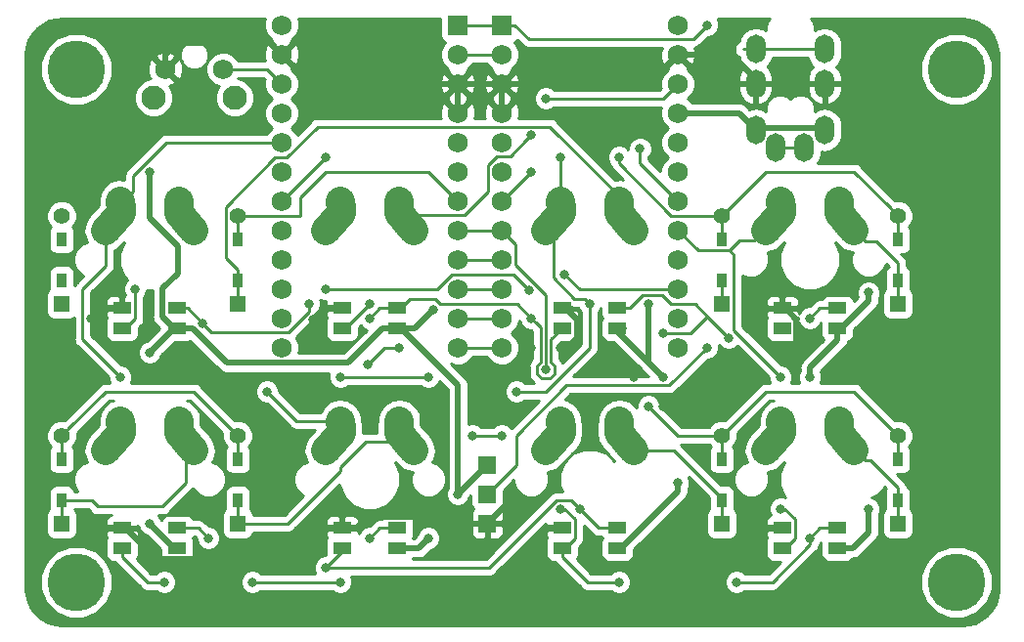
<source format=gbr>
G04 #@! TF.GenerationSoftware,KiCad,Pcbnew,(5.0.1-3-g963ef8bb5)*
G04 #@! TF.CreationDate,2019-01-31T02:17:08+09:00*
G04 #@! TF.ProjectId,mykeyboard,6D796B6579626F6172642E6B69636164,rev?*
G04 #@! TF.SameCoordinates,Original*
G04 #@! TF.FileFunction,Copper,L1,Top,Signal*
G04 #@! TF.FilePolarity,Positive*
%FSLAX46Y46*%
G04 Gerber Fmt 4.6, Leading zero omitted, Abs format (unit mm)*
G04 Created by KiCad (PCBNEW (5.0.1-3-g963ef8bb5)) date 2019 January 31, Thursday 02:17:08*
%MOMM*%
%LPD*%
G01*
G04 APERTURE LIST*
G04 #@! TA.AperFunction,WasherPad*
%ADD10C,5.000000*%
G04 #@! TD*
G04 #@! TA.AperFunction,SMDPad,CuDef*
%ADD11C,2.500000*%
G04 #@! TD*
G04 #@! TA.AperFunction,Conductor*
%ADD12C,2.500000*%
G04 #@! TD*
G04 #@! TA.AperFunction,ComponentPad*
%ADD13C,2.000000*%
G04 #@! TD*
G04 #@! TA.AperFunction,ComponentPad*
%ADD14C,1.752600*%
G04 #@! TD*
G04 #@! TA.AperFunction,ComponentPad*
%ADD15R,1.752600X1.752600*%
G04 #@! TD*
G04 #@! TA.AperFunction,ComponentPad*
%ADD16C,1.397000*%
G04 #@! TD*
G04 #@! TA.AperFunction,ComponentPad*
%ADD17R,1.397000X1.397000*%
G04 #@! TD*
G04 #@! TA.AperFunction,SMDPad,CuDef*
%ADD18R,0.950000X1.300000*%
G04 #@! TD*
G04 #@! TA.AperFunction,SMDPad,CuDef*
%ADD19R,1.600000X1.000000*%
G04 #@! TD*
G04 #@! TA.AperFunction,SMDPad,CuDef*
%ADD20R,1.524000X1.524000*%
G04 #@! TD*
G04 #@! TA.AperFunction,ComponentPad*
%ADD21O,1.700000X2.500000*%
G04 #@! TD*
G04 #@! TA.AperFunction,ComponentPad*
%ADD22C,2.100000*%
G04 #@! TD*
G04 #@! TA.AperFunction,ComponentPad*
%ADD23C,1.750000*%
G04 #@! TD*
G04 #@! TA.AperFunction,ViaPad*
%ADD24C,0.800000*%
G04 #@! TD*
G04 #@! TA.AperFunction,Conductor*
%ADD25C,0.250000*%
G04 #@! TD*
G04 #@! TA.AperFunction,Conductor*
%ADD26C,0.500000*%
G04 #@! TD*
G04 #@! TA.AperFunction,Conductor*
%ADD27C,0.254000*%
G04 #@! TD*
G04 APERTURE END LIST*
D10*
G04 #@! TO.P,Ref\002A\002A,*
G04 #@! TO.N,*
X187960000Y-80010000D03*
G04 #@! TD*
G04 #@! TO.P,Ref\002A\002A,*
G04 #@! TO.N,*
X187960000Y-124460000D03*
G04 #@! TD*
G04 #@! TO.P,Ref\002A\002A,*
G04 #@! TO.N,*
X111760000Y-124460000D03*
G04 #@! TD*
G04 #@! TO.P,Ref\002A\002A,*
G04 #@! TO.N,*
X111760000Y-80010000D03*
G04 #@! TD*
D11*
G04 #@! TO.P,SW4,2*
G04 #@! TO.N,Net-(D4-Pad1)*
X140315000Y-112300000D03*
D12*
G04 #@! TD*
G04 #@! TO.N,Net-(D4-Pad1)*
G04 #@! TO.C,SW4*
X140969995Y-113030004D02*
X139660005Y-111569996D01*
D11*
G04 #@! TO.P,SW4,1*
G04 #@! TO.N,col1*
X134640000Y-110780000D03*
D12*
G04 #@! TD*
G04 #@! TO.N,col1*
G04 #@! TO.C,SW4*
X134620001Y-110490000D02*
X134659999Y-111070000D01*
D11*
G04 #@! TO.P,SW4,1*
G04 #@! TO.N,col1*
X134005000Y-112300000D03*
D12*
G04 #@! TD*
G04 #@! TO.N,col1*
G04 #@! TO.C,SW4*
X133350005Y-113030004D02*
X134659995Y-111569996D01*
D13*
G04 #@! TO.P,SW4,1*
G04 #@! TO.N,col1*
X134620000Y-110490000D03*
X134660000Y-111070000D03*
G04 #@! TO.P,SW4,2*
G04 #@! TO.N,Net-(D4-Pad1)*
X140970000Y-113030000D03*
X139660000Y-111570000D03*
G04 #@! TO.P,SW4,1*
G04 #@! TO.N,col1*
X133350000Y-113030000D03*
X134660000Y-111570000D03*
G04 #@! TO.P,SW4,2*
G04 #@! TO.N,Net-(D4-Pad1)*
X139700000Y-110490000D03*
X139660000Y-111070000D03*
D11*
X139680000Y-110780000D03*
D12*
G04 #@! TD*
G04 #@! TO.N,Net-(D4-Pad1)*
G04 #@! TO.C,SW4*
X139699999Y-110490000D02*
X139660001Y-111070000D01*
D14*
G04 #@! TO.P,U1,24*
G04 #@! TO.N,Net-(U1-Pad24)*
X163830000Y-76200000D03*
G04 #@! TO.P,U1,12*
G04 #@! TO.N,Net-(U1-Pad12)*
X148590000Y-104140000D03*
G04 #@! TO.P,U1,23*
G04 #@! TO.N,GND*
X163830000Y-78740000D03*
G04 #@! TO.P,U1,22*
G04 #@! TO.N,reset*
X163830000Y-81280000D03*
G04 #@! TO.P,U1,21*
G04 #@! TO.N,VCC*
X163830000Y-83820000D03*
G04 #@! TO.P,U1,20*
G04 #@! TO.N,col0*
X163830000Y-86360000D03*
G04 #@! TO.P,U1,19*
G04 #@! TO.N,col1*
X163830000Y-88900000D03*
G04 #@! TO.P,U1,18*
G04 #@! TO.N,col2*
X163830000Y-91440000D03*
G04 #@! TO.P,U1,17*
G04 #@! TO.N,col3*
X163830000Y-93980000D03*
G04 #@! TO.P,U1,16*
G04 #@! TO.N,Net-(U1-Pad16)*
X163830000Y-96520000D03*
G04 #@! TO.P,U1,15*
G04 #@! TO.N,Net-(U1-Pad15)*
X163830000Y-99060000D03*
G04 #@! TO.P,U1,14*
G04 #@! TO.N,Net-(U1-Pad14)*
X163830000Y-101600000D03*
G04 #@! TO.P,U1,13*
G04 #@! TO.N,Net-(U1-Pad13)*
X163830000Y-104140000D03*
G04 #@! TO.P,U1,11*
G04 #@! TO.N,Net-(U1-Pad11)*
X148590000Y-101600000D03*
G04 #@! TO.P,U1,10*
G04 #@! TO.N,Net-(U1-Pad10)*
X148590000Y-99060000D03*
G04 #@! TO.P,U1,9*
G04 #@! TO.N,Net-(U1-Pad9)*
X148590000Y-96520000D03*
G04 #@! TO.P,U1,8*
G04 #@! TO.N,row1*
X148590000Y-93980000D03*
G04 #@! TO.P,U1,7*
G04 #@! TO.N,row0*
X148590000Y-91440000D03*
G04 #@! TO.P,U1,6*
G04 #@! TO.N,Net-(U1-Pad6)*
X148590000Y-88900000D03*
G04 #@! TO.P,U1,5*
G04 #@! TO.N,Net-(U1-Pad5)*
X148590000Y-86360000D03*
G04 #@! TO.P,U1,4*
G04 #@! TO.N,GND*
X148590000Y-83820000D03*
G04 #@! TO.P,U1,3*
X148590000Y-81280000D03*
G04 #@! TO.P,U1,2*
G04 #@! TO.N,data*
X148590000Y-78740000D03*
D15*
G04 #@! TO.P,U1,1*
G04 #@! TO.N,led*
X148590000Y-76200000D03*
G04 #@! TD*
G04 #@! TO.P,U1,1*
G04 #@! TO.N,led*
X144780000Y-76200000D03*
D14*
G04 #@! TO.P,U1,2*
G04 #@! TO.N,data*
X144780000Y-78740000D03*
G04 #@! TO.P,U1,3*
G04 #@! TO.N,GND*
X144780000Y-81280000D03*
G04 #@! TO.P,U1,4*
X144780000Y-83820000D03*
G04 #@! TO.P,U1,5*
G04 #@! TO.N,Net-(U1-Pad5)*
X144780000Y-86360000D03*
G04 #@! TO.P,U1,6*
G04 #@! TO.N,Net-(U1-Pad6)*
X144780000Y-88900000D03*
G04 #@! TO.P,U1,7*
G04 #@! TO.N,row0*
X144780000Y-91440000D03*
G04 #@! TO.P,U1,8*
G04 #@! TO.N,row1*
X144780000Y-93980000D03*
G04 #@! TO.P,U1,9*
G04 #@! TO.N,Net-(U1-Pad9)*
X144780000Y-96520000D03*
G04 #@! TO.P,U1,10*
G04 #@! TO.N,Net-(U1-Pad10)*
X144780000Y-99060000D03*
G04 #@! TO.P,U1,11*
G04 #@! TO.N,Net-(U1-Pad11)*
X144780000Y-101600000D03*
G04 #@! TO.P,U1,13*
G04 #@! TO.N,Net-(U1-Pad13)*
X129540000Y-104140000D03*
G04 #@! TO.P,U1,14*
G04 #@! TO.N,Net-(U1-Pad14)*
X129540000Y-101600000D03*
G04 #@! TO.P,U1,15*
G04 #@! TO.N,Net-(U1-Pad15)*
X129540000Y-99060000D03*
G04 #@! TO.P,U1,16*
G04 #@! TO.N,Net-(U1-Pad16)*
X129540000Y-96520000D03*
G04 #@! TO.P,U1,17*
G04 #@! TO.N,col3*
X129540000Y-93980000D03*
G04 #@! TO.P,U1,18*
G04 #@! TO.N,col2*
X129540000Y-91440000D03*
G04 #@! TO.P,U1,19*
G04 #@! TO.N,col1*
X129540000Y-88900000D03*
G04 #@! TO.P,U1,20*
G04 #@! TO.N,col0*
X129540000Y-86360000D03*
G04 #@! TO.P,U1,21*
G04 #@! TO.N,VCC*
X129540000Y-83820000D03*
G04 #@! TO.P,U1,22*
G04 #@! TO.N,reset*
X129540000Y-81280000D03*
G04 #@! TO.P,U1,23*
G04 #@! TO.N,GND*
X129540000Y-78740000D03*
G04 #@! TO.P,U1,12*
G04 #@! TO.N,Net-(U1-Pad12)*
X144780000Y-104140000D03*
G04 #@! TO.P,U1,24*
G04 #@! TO.N,Net-(U1-Pad24)*
X129540000Y-76200000D03*
G04 #@! TD*
D11*
G04 #@! TO.P,SW8,2*
G04 #@! TO.N,Net-(D8-Pad1)*
X178415000Y-112300000D03*
D12*
G04 #@! TD*
G04 #@! TO.N,Net-(D8-Pad1)*
G04 #@! TO.C,SW8*
X179069995Y-113030004D02*
X177760005Y-111569996D01*
D11*
G04 #@! TO.P,SW8,1*
G04 #@! TO.N,col3*
X172740000Y-110780000D03*
D12*
G04 #@! TD*
G04 #@! TO.N,col3*
G04 #@! TO.C,SW8*
X172720001Y-110490000D02*
X172759999Y-111070000D01*
D11*
G04 #@! TO.P,SW8,1*
G04 #@! TO.N,col3*
X172105000Y-112300000D03*
D12*
G04 #@! TD*
G04 #@! TO.N,col3*
G04 #@! TO.C,SW8*
X171450005Y-113030004D02*
X172759995Y-111569996D01*
D13*
G04 #@! TO.P,SW8,1*
G04 #@! TO.N,col3*
X172720000Y-110490000D03*
X172760000Y-111070000D03*
G04 #@! TO.P,SW8,2*
G04 #@! TO.N,Net-(D8-Pad1)*
X179070000Y-113030000D03*
X177760000Y-111570000D03*
G04 #@! TO.P,SW8,1*
G04 #@! TO.N,col3*
X171450000Y-113030000D03*
X172760000Y-111570000D03*
G04 #@! TO.P,SW8,2*
G04 #@! TO.N,Net-(D8-Pad1)*
X177800000Y-110490000D03*
X177760000Y-111070000D03*
D11*
X177780000Y-110780000D03*
D12*
G04 #@! TD*
G04 #@! TO.N,Net-(D8-Pad1)*
G04 #@! TO.C,SW8*
X177799999Y-110490000D02*
X177760001Y-111070000D01*
D11*
G04 #@! TO.P,SW7,2*
G04 #@! TO.N,Net-(D7-Pad1)*
X177780000Y-91730000D03*
D12*
G04 #@! TD*
G04 #@! TO.N,Net-(D7-Pad1)*
G04 #@! TO.C,SW7*
X177799999Y-91440000D02*
X177760001Y-92020000D01*
D13*
G04 #@! TO.P,SW7,2*
G04 #@! TO.N,Net-(D7-Pad1)*
X177760000Y-92020000D03*
X177800000Y-91440000D03*
G04 #@! TO.P,SW7,1*
G04 #@! TO.N,col3*
X172760000Y-92520000D03*
X171450000Y-93980000D03*
G04 #@! TO.P,SW7,2*
G04 #@! TO.N,Net-(D7-Pad1)*
X177760000Y-92520000D03*
X179070000Y-93980000D03*
G04 #@! TO.P,SW7,1*
G04 #@! TO.N,col3*
X172760000Y-92020000D03*
X172720000Y-91440000D03*
D11*
X172105000Y-93250000D03*
D12*
G04 #@! TD*
G04 #@! TO.N,col3*
G04 #@! TO.C,SW7*
X171450005Y-93980004D02*
X172759995Y-92519996D01*
D11*
G04 #@! TO.P,SW7,1*
G04 #@! TO.N,col3*
X172740000Y-91730000D03*
D12*
G04 #@! TD*
G04 #@! TO.N,col3*
G04 #@! TO.C,SW7*
X172720001Y-91440000D02*
X172759999Y-92020000D01*
D11*
G04 #@! TO.P,SW7,2*
G04 #@! TO.N,Net-(D7-Pad1)*
X178415000Y-93250000D03*
D12*
G04 #@! TD*
G04 #@! TO.N,Net-(D7-Pad1)*
G04 #@! TO.C,SW7*
X179069995Y-93980004D02*
X177760005Y-92519996D01*
D11*
G04 #@! TO.P,SW6,2*
G04 #@! TO.N,Net-(D6-Pad1)*
X159365000Y-112300000D03*
D12*
G04 #@! TD*
G04 #@! TO.N,Net-(D6-Pad1)*
G04 #@! TO.C,SW6*
X160019995Y-113030004D02*
X158710005Y-111569996D01*
D11*
G04 #@! TO.P,SW6,1*
G04 #@! TO.N,col2*
X153690000Y-110780000D03*
D12*
G04 #@! TD*
G04 #@! TO.N,col2*
G04 #@! TO.C,SW6*
X153670001Y-110490000D02*
X153709999Y-111070000D01*
D11*
G04 #@! TO.P,SW6,1*
G04 #@! TO.N,col2*
X153055000Y-112300000D03*
D12*
G04 #@! TD*
G04 #@! TO.N,col2*
G04 #@! TO.C,SW6*
X152400005Y-113030004D02*
X153709995Y-111569996D01*
D13*
G04 #@! TO.P,SW6,1*
G04 #@! TO.N,col2*
X153670000Y-110490000D03*
X153710000Y-111070000D03*
G04 #@! TO.P,SW6,2*
G04 #@! TO.N,Net-(D6-Pad1)*
X160020000Y-113030000D03*
X158710000Y-111570000D03*
G04 #@! TO.P,SW6,1*
G04 #@! TO.N,col2*
X152400000Y-113030000D03*
X153710000Y-111570000D03*
G04 #@! TO.P,SW6,2*
G04 #@! TO.N,Net-(D6-Pad1)*
X158750000Y-110490000D03*
X158710000Y-111070000D03*
D11*
X158730000Y-110780000D03*
D12*
G04 #@! TD*
G04 #@! TO.N,Net-(D6-Pad1)*
G04 #@! TO.C,SW6*
X158749999Y-110490000D02*
X158710001Y-111070000D01*
D11*
G04 #@! TO.P,SW5,2*
G04 #@! TO.N,Net-(D5-Pad1)*
X158730000Y-91730000D03*
D12*
G04 #@! TD*
G04 #@! TO.N,Net-(D5-Pad1)*
G04 #@! TO.C,SW5*
X158749999Y-91440000D02*
X158710001Y-92020000D01*
D13*
G04 #@! TO.P,SW5,2*
G04 #@! TO.N,Net-(D5-Pad1)*
X158710000Y-92020000D03*
X158750000Y-91440000D03*
G04 #@! TO.P,SW5,1*
G04 #@! TO.N,col2*
X153710000Y-92520000D03*
X152400000Y-93980000D03*
G04 #@! TO.P,SW5,2*
G04 #@! TO.N,Net-(D5-Pad1)*
X158710000Y-92520000D03*
X160020000Y-93980000D03*
G04 #@! TO.P,SW5,1*
G04 #@! TO.N,col2*
X153710000Y-92020000D03*
X153670000Y-91440000D03*
D11*
X153055000Y-93250000D03*
D12*
G04 #@! TD*
G04 #@! TO.N,col2*
G04 #@! TO.C,SW5*
X152400005Y-93980004D02*
X153709995Y-92519996D01*
D11*
G04 #@! TO.P,SW5,1*
G04 #@! TO.N,col2*
X153690000Y-91730000D03*
D12*
G04 #@! TD*
G04 #@! TO.N,col2*
G04 #@! TO.C,SW5*
X153670001Y-91440000D02*
X153709999Y-92020000D01*
D11*
G04 #@! TO.P,SW5,2*
G04 #@! TO.N,Net-(D5-Pad1)*
X159365000Y-93250000D03*
D12*
G04 #@! TD*
G04 #@! TO.N,Net-(D5-Pad1)*
G04 #@! TO.C,SW5*
X160019995Y-93980004D02*
X158710005Y-92519996D01*
D11*
G04 #@! TO.P,SW3,2*
G04 #@! TO.N,Net-(D3-Pad1)*
X139680000Y-91730000D03*
D12*
G04 #@! TD*
G04 #@! TO.N,Net-(D3-Pad1)*
G04 #@! TO.C,SW3*
X139699999Y-91440000D02*
X139660001Y-92020000D01*
D13*
G04 #@! TO.P,SW3,2*
G04 #@! TO.N,Net-(D3-Pad1)*
X139660000Y-92020000D03*
X139700000Y-91440000D03*
G04 #@! TO.P,SW3,1*
G04 #@! TO.N,col1*
X134660000Y-92520000D03*
X133350000Y-93980000D03*
G04 #@! TO.P,SW3,2*
G04 #@! TO.N,Net-(D3-Pad1)*
X139660000Y-92520000D03*
X140970000Y-93980000D03*
G04 #@! TO.P,SW3,1*
G04 #@! TO.N,col1*
X134660000Y-92020000D03*
X134620000Y-91440000D03*
D11*
X134005000Y-93250000D03*
D12*
G04 #@! TD*
G04 #@! TO.N,col1*
G04 #@! TO.C,SW3*
X133350005Y-93980004D02*
X134659995Y-92519996D01*
D11*
G04 #@! TO.P,SW3,1*
G04 #@! TO.N,col1*
X134640000Y-91730000D03*
D12*
G04 #@! TD*
G04 #@! TO.N,col1*
G04 #@! TO.C,SW3*
X134620001Y-91440000D02*
X134659999Y-92020000D01*
D11*
G04 #@! TO.P,SW3,2*
G04 #@! TO.N,Net-(D3-Pad1)*
X140315000Y-93250000D03*
D12*
G04 #@! TD*
G04 #@! TO.N,Net-(D3-Pad1)*
G04 #@! TO.C,SW3*
X140969995Y-93980004D02*
X139660005Y-92519996D01*
D11*
G04 #@! TO.P,SW2,2*
G04 #@! TO.N,Net-(D2-Pad1)*
X121265000Y-112300000D03*
D12*
G04 #@! TD*
G04 #@! TO.N,Net-(D2-Pad1)*
G04 #@! TO.C,SW2*
X121919995Y-113030004D02*
X120610005Y-111569996D01*
D11*
G04 #@! TO.P,SW2,1*
G04 #@! TO.N,col0*
X115590000Y-110780000D03*
D12*
G04 #@! TD*
G04 #@! TO.N,col0*
G04 #@! TO.C,SW2*
X115570001Y-110490000D02*
X115609999Y-111070000D01*
D11*
G04 #@! TO.P,SW2,1*
G04 #@! TO.N,col0*
X114955000Y-112300000D03*
D12*
G04 #@! TD*
G04 #@! TO.N,col0*
G04 #@! TO.C,SW2*
X114300005Y-113030004D02*
X115609995Y-111569996D01*
D13*
G04 #@! TO.P,SW2,1*
G04 #@! TO.N,col0*
X115570000Y-110490000D03*
X115610000Y-111070000D03*
G04 #@! TO.P,SW2,2*
G04 #@! TO.N,Net-(D2-Pad1)*
X121920000Y-113030000D03*
X120610000Y-111570000D03*
G04 #@! TO.P,SW2,1*
G04 #@! TO.N,col0*
X114300000Y-113030000D03*
X115610000Y-111570000D03*
G04 #@! TO.P,SW2,2*
G04 #@! TO.N,Net-(D2-Pad1)*
X120650000Y-110490000D03*
X120610000Y-111070000D03*
D11*
X120630000Y-110780000D03*
D12*
G04 #@! TD*
G04 #@! TO.N,Net-(D2-Pad1)*
G04 #@! TO.C,SW2*
X120649999Y-110490000D02*
X120610001Y-111070000D01*
D11*
G04 #@! TO.P,SW1,2*
G04 #@! TO.N,Net-(D1-Pad1)*
X120630000Y-91730000D03*
D12*
G04 #@! TD*
G04 #@! TO.N,Net-(D1-Pad1)*
G04 #@! TO.C,SW1*
X120649999Y-91440000D02*
X120610001Y-92020000D01*
D13*
G04 #@! TO.P,SW1,2*
G04 #@! TO.N,Net-(D1-Pad1)*
X120610000Y-92020000D03*
X120650000Y-91440000D03*
G04 #@! TO.P,SW1,1*
G04 #@! TO.N,col0*
X115610000Y-92520000D03*
X114300000Y-93980000D03*
G04 #@! TO.P,SW1,2*
G04 #@! TO.N,Net-(D1-Pad1)*
X120610000Y-92520000D03*
X121920000Y-93980000D03*
G04 #@! TO.P,SW1,1*
G04 #@! TO.N,col0*
X115610000Y-92020000D03*
X115570000Y-91440000D03*
D11*
X114955000Y-93250000D03*
D12*
G04 #@! TD*
G04 #@! TO.N,col0*
G04 #@! TO.C,SW1*
X114300005Y-93980004D02*
X115609995Y-92519996D01*
D11*
G04 #@! TO.P,SW1,1*
G04 #@! TO.N,col0*
X115590000Y-91730000D03*
D12*
G04 #@! TD*
G04 #@! TO.N,col0*
G04 #@! TO.C,SW1*
X115570001Y-91440000D02*
X115609999Y-92020000D01*
D11*
G04 #@! TO.P,SW1,2*
G04 #@! TO.N,Net-(D1-Pad1)*
X121265000Y-93250000D03*
D12*
G04 #@! TD*
G04 #@! TO.N,Net-(D1-Pad1)*
G04 #@! TO.C,SW1*
X121919995Y-93980004D02*
X120610005Y-92519996D01*
D16*
G04 #@! TO.P,D8,2*
G04 #@! TO.N,row1*
X182880000Y-111760000D03*
D17*
G04 #@! TO.P,D8,1*
G04 #@! TO.N,Net-(D8-Pad1)*
X182880000Y-119380000D03*
D18*
X182880000Y-117345000D03*
G04 #@! TO.P,D8,2*
G04 #@! TO.N,row1*
X182880000Y-113795000D03*
G04 #@! TD*
G04 #@! TO.P,D7,2*
G04 #@! TO.N,row0*
X182880000Y-94745000D03*
G04 #@! TO.P,D7,1*
G04 #@! TO.N,Net-(D7-Pad1)*
X182880000Y-98295000D03*
D17*
X182880000Y-100330000D03*
D16*
G04 #@! TO.P,D7,2*
G04 #@! TO.N,row0*
X182880000Y-92710000D03*
G04 #@! TD*
G04 #@! TO.P,D6,2*
G04 #@! TO.N,row1*
X167640000Y-111760000D03*
D17*
G04 #@! TO.P,D6,1*
G04 #@! TO.N,Net-(D6-Pad1)*
X167640000Y-119380000D03*
D18*
X167640000Y-117345000D03*
G04 #@! TO.P,D6,2*
G04 #@! TO.N,row1*
X167640000Y-113795000D03*
G04 #@! TD*
G04 #@! TO.P,D5,2*
G04 #@! TO.N,row0*
X125730000Y-94745000D03*
G04 #@! TO.P,D5,1*
G04 #@! TO.N,Net-(D5-Pad1)*
X125730000Y-98295000D03*
D17*
X125730000Y-100330000D03*
D16*
G04 #@! TO.P,D5,2*
G04 #@! TO.N,row0*
X125730000Y-92710000D03*
G04 #@! TD*
D18*
G04 #@! TO.P,D4,2*
G04 #@! TO.N,row1*
X125730000Y-113795000D03*
G04 #@! TO.P,D4,1*
G04 #@! TO.N,Net-(D4-Pad1)*
X125730000Y-117345000D03*
D17*
X125730000Y-119380000D03*
D16*
G04 #@! TO.P,D4,2*
G04 #@! TO.N,row1*
X125730000Y-111760000D03*
G04 #@! TD*
D18*
G04 #@! TO.P,D3,2*
G04 #@! TO.N,row0*
X167640000Y-94745000D03*
G04 #@! TO.P,D3,1*
G04 #@! TO.N,Net-(D3-Pad1)*
X167640000Y-98295000D03*
D17*
X167640000Y-100330000D03*
D16*
G04 #@! TO.P,D3,2*
G04 #@! TO.N,row0*
X167640000Y-92710000D03*
G04 #@! TD*
G04 #@! TO.P,D2,2*
G04 #@! TO.N,row1*
X110490000Y-111760000D03*
D17*
G04 #@! TO.P,D2,1*
G04 #@! TO.N,Net-(D2-Pad1)*
X110490000Y-119380000D03*
D18*
X110490000Y-117345000D03*
G04 #@! TO.P,D2,2*
G04 #@! TO.N,row1*
X110490000Y-113795000D03*
G04 #@! TD*
G04 #@! TO.P,D1,2*
G04 #@! TO.N,row0*
X110490000Y-94745000D03*
G04 #@! TO.P,D1,1*
G04 #@! TO.N,Net-(D1-Pad1)*
X110490000Y-98295000D03*
D17*
X110490000Y-100330000D03*
D16*
G04 #@! TO.P,D1,2*
G04 #@! TO.N,row0*
X110490000Y-92710000D03*
G04 #@! TD*
D19*
G04 #@! TO.P,L8,2*
G04 #@! TO.N,GND*
X172860000Y-119775000D03*
G04 #@! TO.P,L8,1*
G04 #@! TO.N,Net-(L8-Pad1)*
X172860000Y-121525000D03*
G04 #@! TO.P,L8,3*
G04 #@! TO.N,Net-(L6-Pad1)*
X177660000Y-119775000D03*
G04 #@! TO.P,L8,4*
G04 #@! TO.N,VCC*
X177660000Y-121525000D03*
G04 #@! TD*
G04 #@! TO.P,L7,4*
G04 #@! TO.N,VCC*
X177660000Y-102475000D03*
G04 #@! TO.P,L7,3*
G04 #@! TO.N,led*
X177660000Y-100725000D03*
G04 #@! TO.P,L7,1*
G04 #@! TO.N,Net-(L5-Pad3)*
X172860000Y-102475000D03*
G04 #@! TO.P,L7,2*
G04 #@! TO.N,GND*
X172860000Y-100725000D03*
G04 #@! TD*
G04 #@! TO.P,L6,2*
G04 #@! TO.N,GND*
X153810000Y-119775000D03*
G04 #@! TO.P,L6,1*
G04 #@! TO.N,Net-(L6-Pad1)*
X153810000Y-121525000D03*
G04 #@! TO.P,L6,3*
G04 #@! TO.N,Net-(L4-Pad1)*
X158610000Y-119775000D03*
G04 #@! TO.P,L6,4*
G04 #@! TO.N,VCC*
X158610000Y-121525000D03*
G04 #@! TD*
G04 #@! TO.P,L5,4*
G04 #@! TO.N,VCC*
X158610000Y-102475000D03*
G04 #@! TO.P,L5,3*
G04 #@! TO.N,Net-(L5-Pad3)*
X158610000Y-100725000D03*
G04 #@! TO.P,L5,1*
G04 #@! TO.N,Net-(L3-Pad3)*
X153810000Y-102475000D03*
G04 #@! TO.P,L5,2*
G04 #@! TO.N,GND*
X153810000Y-100725000D03*
G04 #@! TD*
G04 #@! TO.P,L4,2*
G04 #@! TO.N,GND*
X134760000Y-119775000D03*
G04 #@! TO.P,L4,1*
G04 #@! TO.N,Net-(L4-Pad1)*
X134760000Y-121525000D03*
G04 #@! TO.P,L4,3*
G04 #@! TO.N,Net-(L2-Pad1)*
X139560000Y-119775000D03*
G04 #@! TO.P,L4,4*
G04 #@! TO.N,VCC*
X139560000Y-121525000D03*
G04 #@! TD*
G04 #@! TO.P,L3,4*
G04 #@! TO.N,VCC*
X139560000Y-102475000D03*
G04 #@! TO.P,L3,3*
G04 #@! TO.N,Net-(L3-Pad3)*
X139560000Y-100725000D03*
G04 #@! TO.P,L3,1*
G04 #@! TO.N,Net-(L1-Pad3)*
X134760000Y-102475000D03*
G04 #@! TO.P,L3,2*
G04 #@! TO.N,GND*
X134760000Y-100725000D03*
G04 #@! TD*
G04 #@! TO.P,L2,2*
G04 #@! TO.N,GND*
X115710000Y-119775000D03*
G04 #@! TO.P,L2,1*
G04 #@! TO.N,Net-(L2-Pad1)*
X115710000Y-121525000D03*
G04 #@! TO.P,L2,3*
G04 #@! TO.N,Net-(L1-Pad1)*
X120510000Y-119775000D03*
G04 #@! TO.P,L2,4*
G04 #@! TO.N,VCC*
X120510000Y-121525000D03*
G04 #@! TD*
G04 #@! TO.P,L1,4*
G04 #@! TO.N,VCC*
X120510000Y-102475000D03*
G04 #@! TO.P,L1,3*
G04 #@! TO.N,Net-(L1-Pad3)*
X120510000Y-100725000D03*
G04 #@! TO.P,L1,1*
G04 #@! TO.N,Net-(L1-Pad1)*
X115710000Y-102475000D03*
G04 #@! TO.P,L1,2*
G04 #@! TO.N,GND*
X115710000Y-100725000D03*
G04 #@! TD*
D20*
G04 #@! TO.P,J2,3*
G04 #@! TO.N,GND*
X147320000Y-119380000D03*
G04 #@! TO.P,J2,2*
G04 #@! TO.N,led*
X147320000Y-116840000D03*
G04 #@! TO.P,J2,1*
G04 #@! TO.N,VCC*
X147320000Y-114300000D03*
G04 #@! TD*
D21*
G04 #@! TO.P,J1,A*
G04 #@! TO.N,Net-(J1-PadA)*
X174780000Y-86780000D03*
G04 #@! TO.P,J1,D*
G04 #@! TO.N,VCC*
X170580000Y-85280000D03*
G04 #@! TO.P,J1,C*
G04 #@! TO.N,GND*
X170580000Y-81280000D03*
G04 #@! TO.P,J1,B*
G04 #@! TO.N,data*
X170580000Y-78280000D03*
G04 #@! TO.P,J1,C*
G04 #@! TO.N,GND*
X176530000Y-81280000D03*
G04 #@! TO.P,J1,B*
G04 #@! TO.N,data*
X176530000Y-78280000D03*
G04 #@! TO.P,J1,A*
G04 #@! TO.N,Net-(J1-PadA)*
X172330000Y-86780000D03*
G04 #@! TO.P,J1,D*
G04 #@! TO.N,VCC*
X176530000Y-85280000D03*
G04 #@! TD*
D22*
G04 #@! TO.P,SW9,*
G04 #@! TO.N,*
X118450000Y-82500000D03*
D23*
G04 #@! TO.P,SW9,2*
G04 #@! TO.N,GND*
X119460000Y-80010000D03*
G04 #@! TO.P,SW9,1*
G04 #@! TO.N,reset*
X124460000Y-80010000D03*
D22*
G04 #@! TO.P,SW9,*
G04 #@! TO.N,*
X125460000Y-82500000D03*
G04 #@! TD*
D24*
G04 #@! TO.N,row0*
X151130000Y-88900000D03*
X158750000Y-87630000D03*
G04 #@! TO.N,row1*
X161290000Y-109220000D03*
X152400000Y-106066301D03*
X146050000Y-111760000D03*
X148590000Y-111760000D03*
G04 #@! TO.N,Net-(D3-Pad1)*
X151130000Y-85746301D03*
G04 #@! TO.N,VCC*
X180340000Y-99345000D03*
X162560000Y-106680000D03*
X161290000Y-100330000D03*
X175260000Y-106680000D03*
X180340000Y-118110000D03*
X163830000Y-115855000D03*
X144780000Y-116840000D03*
X142240000Y-120650000D03*
X118110000Y-119380000D03*
X118110000Y-88900000D03*
X142620246Y-100875000D03*
X118110000Y-104575000D03*
G04 #@! TO.N,GND*
X185420000Y-100330000D03*
X185420000Y-90170000D03*
X168910000Y-107950000D03*
X170415000Y-119380000D03*
X153670000Y-104140000D03*
X157480000Y-104140000D03*
X157480000Y-104140000D03*
X160020000Y-106680000D03*
X162560000Y-109220000D03*
X151130000Y-104140000D03*
X148590000Y-106680000D03*
X149860000Y-116840000D03*
X151635000Y-120650000D03*
X132080000Y-120650000D03*
X113030000Y-101600000D03*
X132211616Y-101731616D03*
X173990000Y-105829999D03*
X113265000Y-119380000D03*
G04 #@! TO.N,col0*
X115570000Y-106680000D03*
G04 #@! TO.N,col1*
X128270000Y-107950000D03*
G04 #@! TO.N,col2*
X153670000Y-87630000D03*
X149860000Y-107950000D03*
X156210000Y-100330000D03*
X133350000Y-87630000D03*
X160564999Y-86904999D03*
G04 #@! TO.N,col3*
X172720000Y-106680000D03*
G04 #@! TO.N,reset*
X152400000Y-82550000D03*
G04 #@! TO.N,Net-(U1-Pad15)*
X133350000Y-99060000D03*
X153973437Y-97833815D03*
X150980846Y-99209154D03*
G04 #@! TO.N,Net-(U1-Pad14)*
X136976459Y-105593541D03*
X139700000Y-104140000D03*
G04 #@! TO.N,Net-(U1-Pad13)*
X142240000Y-106680000D03*
X134620000Y-106680000D03*
G04 #@! TO.N,led*
X175260000Y-101600000D03*
X166370000Y-76200000D03*
X166370000Y-104140000D03*
G04 #@! TO.N,Net-(L1-Pad3)*
X122717348Y-102072652D03*
X131899999Y-100330000D03*
X137160000Y-100361625D03*
G04 #@! TO.N,Net-(L1-Pad1)*
X123190000Y-120650000D03*
X116840000Y-99060000D03*
G04 #@! TO.N,Net-(L2-Pad1)*
X127000000Y-124460000D03*
X119380000Y-124460000D03*
X134620000Y-124460000D03*
X137160000Y-120650000D03*
G04 #@! TO.N,Net-(L3-Pad3)*
X137160000Y-101600000D03*
X151130000Y-101600000D03*
G04 #@! TO.N,Net-(L4-Pad1)*
X133350000Y-123190000D03*
X155318026Y-118110000D03*
G04 #@! TO.N,Net-(L5-Pad3)*
X168228735Y-103306571D03*
X162560000Y-102870000D03*
G04 #@! TO.N,Net-(L6-Pad1)*
X175260000Y-120650000D03*
X168910000Y-124460000D03*
X158750000Y-124460000D03*
X153670000Y-118110000D03*
G04 #@! TO.N,Net-(L8-Pad1)*
X172720000Y-118110000D03*
G04 #@! TD*
D25*
G04 #@! TO.N,row0*
X182880000Y-94745000D02*
X182880000Y-92710000D01*
X167640000Y-94745000D02*
X167640000Y-92710000D01*
X125730000Y-94745000D02*
X125730000Y-92710000D01*
X182181501Y-92011501D02*
X182880000Y-92710000D01*
X179070000Y-88900000D02*
X182181501Y-92011501D01*
X171450000Y-88900000D02*
X179070000Y-88900000D01*
X167640000Y-92710000D02*
X171450000Y-88900000D01*
X133350000Y-88900000D02*
X142240000Y-88900000D01*
X131122899Y-92710000D02*
X131122899Y-91127101D01*
X142240000Y-88900000D02*
X144780000Y-91440000D01*
X131122899Y-91127101D02*
X133350000Y-88900000D01*
X125730000Y-92710000D02*
X131122899Y-92710000D01*
X163322074Y-92710000D02*
X167640000Y-92710000D01*
X148590000Y-91440000D02*
X151130000Y-88900000D01*
X158750000Y-88195685D02*
X158750000Y-87630000D01*
X163264315Y-92710000D02*
X158750000Y-88195685D01*
X163322074Y-92710000D02*
X163264315Y-92710000D01*
G04 #@! TO.N,Net-(D2-Pad1)*
X110490000Y-119380000D02*
X110490000Y-117345000D01*
X121265000Y-114189487D02*
X121265000Y-112300000D01*
X121265000Y-115846974D02*
X121265000Y-114189487D01*
X119223073Y-117888901D02*
X121265000Y-115846974D01*
X113611903Y-117888901D02*
X119223073Y-117888901D01*
X113068002Y-117345000D02*
X113611903Y-117888901D01*
X110490000Y-117345000D02*
X113068002Y-117345000D01*
G04 #@! TO.N,row1*
X144780000Y-93980000D02*
X148590000Y-93980000D01*
X182880000Y-113795000D02*
X182880000Y-111760000D01*
X182880000Y-111760000D02*
X180037952Y-108917952D01*
X167640000Y-111760000D02*
X167640000Y-113795000D01*
X163830000Y-111760000D02*
X161290000Y-109220000D01*
X167640000Y-111760000D02*
X163830000Y-111760000D01*
X149791301Y-95181301D02*
X149466299Y-94856299D01*
X149466299Y-94856299D02*
X148590000Y-93980000D01*
X149791301Y-96994303D02*
X149791301Y-95181301D01*
X152400000Y-99603002D02*
X149791301Y-96994303D01*
X152400000Y-106066301D02*
X152400000Y-99603002D01*
X125730000Y-113795000D02*
X125730000Y-111760000D01*
X110490000Y-111760000D02*
X110490000Y-113795000D01*
X146050000Y-111760000D02*
X148590000Y-111760000D01*
X167640000Y-111760000D02*
X171450000Y-107950000D01*
X171450000Y-107950000D02*
X179070000Y-107950000D01*
X179070000Y-107950000D02*
X180037952Y-108917952D01*
X111188499Y-111061501D02*
X110490000Y-111760000D01*
X114300000Y-107950000D02*
X111188499Y-111061501D01*
X121920000Y-107950000D02*
X114300000Y-107950000D01*
X125730000Y-111760000D02*
X121920000Y-107950000D01*
G04 #@! TO.N,Net-(D3-Pad1)*
X167640000Y-100330000D02*
X167640000Y-98295000D01*
X150730001Y-86146300D02*
X151130000Y-85746301D01*
X149315000Y-87561301D02*
X150730001Y-86146300D01*
X147388699Y-88323375D02*
X148150773Y-87561301D01*
X147388699Y-90609227D02*
X147388699Y-88323375D01*
X145356625Y-92641301D02*
X147388699Y-90609227D01*
X141195514Y-92641301D02*
X145356625Y-92641301D01*
X141074213Y-92520000D02*
X141195514Y-92641301D01*
X148150773Y-87561301D02*
X149315000Y-87561301D01*
X139660000Y-92520000D02*
X141074213Y-92520000D01*
G04 #@! TO.N,Net-(D4-Pad1)*
X125730000Y-119380000D02*
X125730000Y-117345000D01*
X138550940Y-112300000D02*
X140315000Y-112300000D01*
X136807032Y-112300000D02*
X138550940Y-112300000D01*
X134620000Y-114843002D02*
X134620000Y-114487032D01*
X130083002Y-119380000D02*
X134620000Y-114843002D01*
X134620000Y-114487032D02*
X136807032Y-112300000D01*
X125730000Y-119380000D02*
X130083002Y-119380000D01*
G04 #@! TO.N,Net-(D5-Pad1)*
X124706499Y-96371499D02*
X125730000Y-97395000D01*
X124706499Y-91955575D02*
X124706499Y-96371499D01*
X128963375Y-87698699D02*
X124706499Y-91955575D01*
X129979227Y-87698699D02*
X128963375Y-87698699D01*
X132656625Y-85021301D02*
X129979227Y-87698699D01*
X125730000Y-97395000D02*
X125730000Y-98295000D01*
X152770713Y-85021301D02*
X132656625Y-85021301D01*
X158710000Y-90960588D02*
X152770713Y-85021301D01*
X158710000Y-92520000D02*
X158710000Y-90960588D01*
X125730000Y-100330000D02*
X125730000Y-98295000D01*
G04 #@! TO.N,Net-(D6-Pad1)*
X167640000Y-117345000D02*
X167640000Y-119380000D01*
X161434213Y-113030000D02*
X160020000Y-113030000D01*
X163500000Y-113030000D02*
X161434213Y-113030000D01*
X167640000Y-117170000D02*
X163500000Y-113030000D01*
X167640000Y-117345000D02*
X167640000Y-117170000D01*
G04 #@! TO.N,Net-(D7-Pad1)*
X180069999Y-94979999D02*
X179070000Y-93980000D01*
X182880000Y-99060000D02*
X182880000Y-98295000D01*
X181029999Y-94979999D02*
X180069999Y-94979999D01*
X182880000Y-96830000D02*
X181029999Y-94979999D01*
X182880000Y-99060000D02*
X182880000Y-96830000D01*
X182880000Y-100330000D02*
X182880000Y-99060000D01*
G04 #@! TO.N,Net-(D8-Pad1)*
X182880000Y-117345000D02*
X182880000Y-119380000D01*
X180057969Y-113942969D02*
X178415000Y-112300000D01*
X182880000Y-116296998D02*
X180525971Y-113942969D01*
X180525971Y-113942969D02*
X180057969Y-113942969D01*
X182880000Y-117345000D02*
X182880000Y-116296998D01*
D26*
G04 #@! TO.N,VCC*
X170780010Y-85079990D02*
X170580000Y-85280000D01*
X176329990Y-85079990D02*
X170780010Y-85079990D01*
X176530000Y-85280000D02*
X176329990Y-85079990D01*
X169120000Y-83820000D02*
X170580000Y-85280000D01*
X163830000Y-83820000D02*
X169120000Y-83820000D01*
X180340000Y-100095000D02*
X180340000Y-99345000D01*
X177660000Y-102475000D02*
X177960000Y-102475000D01*
X177960000Y-102475000D02*
X180340000Y-100095000D01*
X158610000Y-102475000D02*
X159145000Y-102475000D01*
X177660000Y-103475000D02*
X175260000Y-105875000D01*
X177660000Y-102475000D02*
X177660000Y-103475000D01*
X175260000Y-105875000D02*
X175260000Y-106680000D01*
X178960000Y-121525000D02*
X177660000Y-121525000D01*
X180340000Y-120145000D02*
X178960000Y-121525000D01*
X180340000Y-118110000D02*
X180340000Y-120145000D01*
X161290000Y-105410000D02*
X162560000Y-106680000D01*
X161290000Y-100330000D02*
X161290000Y-105410000D01*
X158610000Y-102730000D02*
X158610000Y-102475000D01*
X162560000Y-106680000D02*
X158610000Y-102730000D01*
X163830000Y-116605000D02*
X163830000Y-115855000D01*
X158910000Y-121525000D02*
X163830000Y-116605000D01*
X158610000Y-121525000D02*
X158910000Y-121525000D01*
X147320000Y-114300000D02*
X144780000Y-116840000D01*
X141365000Y-121525000D02*
X139560000Y-121525000D01*
X142240000Y-120650000D02*
X141365000Y-121525000D01*
X120210000Y-102475000D02*
X120510000Y-102475000D01*
X118110000Y-104575000D02*
X118110000Y-104575000D01*
X120255000Y-121525000D02*
X120510000Y-121525000D01*
X118110000Y-119380000D02*
X120255000Y-121525000D01*
X118110000Y-92903026D02*
X118110000Y-88900000D01*
X120553901Y-95346927D02*
X118110000Y-92903026D01*
X119210000Y-99036974D02*
X120553901Y-97693073D01*
X120553901Y-97693073D02*
X120553901Y-95346927D01*
X119210000Y-101475000D02*
X119210000Y-99036974D01*
X120210000Y-102475000D02*
X119210000Y-101475000D01*
X135268699Y-105466301D02*
X138260000Y-102475000D01*
X124801301Y-105466301D02*
X135268699Y-105466301D01*
X121810000Y-102475000D02*
X124801301Y-105466301D01*
X138260000Y-102475000D02*
X139560000Y-102475000D01*
X120510000Y-102475000D02*
X121810000Y-102475000D01*
X144780000Y-116274315D02*
X144780000Y-116840000D01*
X144780000Y-107395000D02*
X144780000Y-116274315D01*
X139860000Y-102475000D02*
X144780000Y-107395000D01*
X139560000Y-102475000D02*
X139860000Y-102475000D01*
X141020246Y-102475000D02*
X142620246Y-100875000D01*
X139560000Y-102475000D02*
X141020246Y-102475000D01*
X118110000Y-104575000D02*
X120210000Y-102475000D01*
D25*
G04 #@! TO.N,Net-(J1-PadA)*
X172330000Y-86780000D02*
X174780000Y-86780000D01*
G04 #@! TO.N,data*
X148590000Y-78740000D02*
X144780000Y-78740000D01*
X175430000Y-78280000D02*
X170580000Y-78280000D01*
X176530000Y-78280000D02*
X175430000Y-78280000D01*
X170580000Y-78280000D02*
X169480000Y-78280000D01*
D26*
G04 #@! TO.N,GND*
X144780000Y-81280000D02*
X148590000Y-81280000D01*
X144780000Y-81280000D02*
X144780000Y-83820000D01*
X148590000Y-81280000D02*
X148590000Y-83820000D01*
X161290000Y-81280000D02*
X163830000Y-78740000D01*
X148590000Y-81280000D02*
X161290000Y-81280000D01*
X132080000Y-81280000D02*
X129540000Y-78740000D01*
X144780000Y-81280000D02*
X132080000Y-81280000D01*
X168440000Y-78740000D02*
X170580000Y-80880000D01*
X170580000Y-80880000D02*
X170580000Y-81280000D01*
X163830000Y-78740000D02*
X168440000Y-78740000D01*
X170580000Y-81280000D02*
X176530000Y-81280000D01*
X173160000Y-100725000D02*
X174110001Y-101675001D01*
X172860000Y-100725000D02*
X173160000Y-100725000D01*
X185420000Y-100330000D02*
X185420000Y-90170000D01*
X172860000Y-119775000D02*
X170810000Y-119775000D01*
X170810000Y-119775000D02*
X170415000Y-119380000D01*
X154255002Y-104140000D02*
X153670000Y-104140000D01*
X155110000Y-103285002D02*
X154255002Y-104140000D01*
X155110000Y-101725000D02*
X155110000Y-103285002D01*
X154110000Y-100725000D02*
X155110000Y-101725000D01*
X153810000Y-100725000D02*
X154110000Y-100725000D01*
X157480000Y-104140000D02*
X160020000Y-106680000D01*
X163830000Y-107950000D02*
X168910000Y-107950000D01*
X162560000Y-109220000D02*
X163830000Y-107950000D01*
X151130000Y-104140000D02*
X148590000Y-106680000D01*
X149860000Y-116840000D02*
X147320000Y-119380000D01*
X152510000Y-119775000D02*
X151635000Y-120650000D01*
X153810000Y-119775000D02*
X152510000Y-119775000D01*
X136060000Y-119775000D02*
X134760000Y-119775000D01*
X137010001Y-118824999D02*
X136060000Y-119775000D01*
X145502999Y-118824999D02*
X137010001Y-118824999D01*
X146058000Y-119380000D02*
X145502999Y-118824999D01*
X147320000Y-119380000D02*
X146058000Y-119380000D01*
X132955000Y-119775000D02*
X132080000Y-120650000D01*
X134760000Y-119775000D02*
X132955000Y-119775000D01*
X113905000Y-100725000D02*
X113030000Y-101600000D01*
X115710000Y-100725000D02*
X113905000Y-100725000D01*
X133218232Y-100725000D02*
X132211616Y-101731616D01*
X134760000Y-100725000D02*
X133218232Y-100725000D01*
X174110001Y-105709998D02*
X173990000Y-105829999D01*
X174110001Y-101675001D02*
X174110001Y-105709998D01*
X115175000Y-119775000D02*
X115710000Y-119775000D01*
X131680001Y-121049999D02*
X132080000Y-120650000D01*
X116010000Y-119775000D02*
X118710001Y-122475001D01*
X130254999Y-122475001D02*
X131680001Y-121049999D01*
X118710001Y-122475001D02*
X130254999Y-122475001D01*
X115710000Y-119775000D02*
X116010000Y-119775000D01*
X115710000Y-119775000D02*
X113660000Y-119775000D01*
X113660000Y-119775000D02*
X113265000Y-119380000D01*
X128549999Y-77749999D02*
X128663701Y-77863701D01*
X120482565Y-77749999D02*
X128549999Y-77749999D01*
X119460000Y-78772564D02*
X120482565Y-77749999D01*
X128663701Y-77863701D02*
X129540000Y-78740000D01*
X119460000Y-80010000D02*
X119460000Y-78772564D01*
D25*
G04 #@! TO.N,col0*
X128300725Y-86360000D02*
X129540000Y-86360000D01*
X119576998Y-86360000D02*
X128300725Y-86360000D01*
X116664728Y-89272270D02*
X119576998Y-86360000D01*
X116664728Y-90655272D02*
X116664728Y-89272270D01*
X115590000Y-91730000D02*
X116664728Y-90655272D01*
X114300000Y-95394213D02*
X114300000Y-93980000D01*
X114300000Y-97063002D02*
X114300000Y-95394213D01*
X112304999Y-99058003D02*
X114300000Y-97063002D01*
X112304999Y-103414999D02*
X112304999Y-99058003D01*
X115570000Y-106680000D02*
X112304999Y-103414999D01*
G04 #@! TO.N,col1*
X130810000Y-110490000D02*
X128270000Y-107950000D01*
X134620000Y-110490000D02*
X130810000Y-110490000D01*
G04 #@! TO.N,col2*
X153670000Y-87630000D02*
X153670000Y-91440000D01*
X154870001Y-99899999D02*
X153055000Y-98084998D01*
X155779999Y-99899999D02*
X154870001Y-99899999D01*
X156210000Y-100330000D02*
X155779999Y-99899999D01*
X153055000Y-98084998D02*
X153055000Y-93250000D01*
X149860000Y-107950000D02*
X152400000Y-107950000D01*
X156210000Y-104140000D02*
X156210000Y-100330000D01*
X152400000Y-107950000D02*
X156210000Y-104140000D01*
X133350000Y-87630000D02*
X129540000Y-91440000D01*
X160564999Y-88174999D02*
X163830000Y-91440000D01*
X160564999Y-86904999D02*
X160564999Y-88174999D01*
G04 #@! TO.N,col3*
X168295786Y-95720001D02*
X169122818Y-94892969D01*
X165570001Y-95720001D02*
X168295786Y-95720001D01*
X170462031Y-94892969D02*
X172105000Y-93250000D01*
X169122818Y-94892969D02*
X170462031Y-94892969D01*
X163830000Y-93980000D02*
X165570001Y-95720001D01*
X168663501Y-102623501D02*
X172720000Y-106680000D01*
X168663501Y-96087716D02*
X168663501Y-102623501D01*
X168295786Y-95720001D02*
X168663501Y-96087716D01*
G04 #@! TO.N,reset*
X129540000Y-81280000D02*
X128270000Y-80010000D01*
X162560000Y-82550000D02*
X163830000Y-81280000D01*
X152400000Y-82550000D02*
X162560000Y-82550000D01*
X124460000Y-80010000D02*
X128270000Y-80010000D01*
G04 #@! TO.N,Net-(U1-Pad15)*
X162590725Y-99060000D02*
X163830000Y-99060000D01*
X155318026Y-99060000D02*
X162590725Y-99060000D01*
X143002074Y-99060000D02*
X144272074Y-97790000D01*
X133350000Y-99060000D02*
X143002074Y-99060000D01*
X144272074Y-97790000D02*
X149097926Y-97790000D01*
X153973437Y-97833815D02*
X155318026Y-99060000D01*
X154048026Y-97790000D02*
X153973437Y-97833815D01*
X149561692Y-97790000D02*
X150980846Y-99209154D01*
X149097926Y-97790000D02*
X149561692Y-97790000D01*
G04 #@! TO.N,Net-(U1-Pad14)*
X138430000Y-104140000D02*
X139700000Y-104140000D01*
X136976459Y-105593541D02*
X138430000Y-104140000D01*
G04 #@! TO.N,Net-(U1-Pad13)*
X142240000Y-106680000D02*
X134620000Y-106680000D01*
G04 #@! TO.N,Net-(U1-Pad12)*
X144780000Y-104140000D02*
X148590000Y-104140000D01*
G04 #@! TO.N,Net-(U1-Pad11)*
X148590000Y-101600000D02*
X144780000Y-101600000D01*
G04 #@! TO.N,Net-(U1-Pad10)*
X144780000Y-99060000D02*
X148590000Y-99060000D01*
G04 #@! TO.N,Net-(U1-Pad9)*
X148590000Y-96520000D02*
X144780000Y-96520000D01*
G04 #@! TO.N,led*
X144780000Y-76200000D02*
X148590000Y-76200000D01*
X176135000Y-100725000D02*
X175260000Y-101600000D01*
X177660000Y-100725000D02*
X176135000Y-100725000D01*
X165168699Y-77401301D02*
X166370000Y-76200000D01*
X150917601Y-77401301D02*
X165168699Y-77401301D01*
X149716300Y-76200000D02*
X150917601Y-77401301D01*
X148590000Y-76200000D02*
X149716300Y-76200000D01*
X163104999Y-107405001D02*
X154214999Y-107405001D01*
X166370000Y-104140000D02*
X163104999Y-107405001D01*
X154214999Y-107405001D02*
X149860000Y-111760000D01*
X149860000Y-111760000D02*
X149860000Y-114300000D01*
X149860000Y-114300000D02*
X147320000Y-116840000D01*
G04 #@! TO.N,Net-(L1-Pad3)*
X121369696Y-100725000D02*
X120510000Y-100725000D01*
X122717348Y-102072652D02*
X121369696Y-100725000D01*
X130116625Y-102801301D02*
X131899999Y-101017927D01*
X123445997Y-102801301D02*
X130116625Y-102801301D01*
X131899999Y-101017927D02*
X131899999Y-100330000D01*
X122717348Y-102072652D02*
X123445997Y-102801301D01*
X137160000Y-100375000D02*
X137160000Y-100361625D01*
X135060000Y-102475000D02*
X137160000Y-100375000D01*
X134760000Y-102475000D02*
X135060000Y-102475000D01*
G04 #@! TO.N,Net-(L1-Pad1)*
X122315000Y-119775000D02*
X123190000Y-120650000D01*
X120510000Y-119775000D02*
X122315000Y-119775000D01*
X116010000Y-102475000D02*
X115710000Y-102475000D01*
X116840000Y-101645000D02*
X116010000Y-102475000D01*
X116840000Y-99060000D02*
X116840000Y-101645000D01*
G04 #@! TO.N,Net-(L2-Pad1)*
X117895000Y-124460000D02*
X115710000Y-122275000D01*
X115710000Y-122275000D02*
X115710000Y-121525000D01*
X119380000Y-124460000D02*
X117895000Y-124460000D01*
X127000000Y-124460000D02*
X134620000Y-124460000D01*
X138035000Y-119775000D02*
X137160000Y-120650000D01*
X139560000Y-119775000D02*
X138035000Y-119775000D01*
G04 #@! TO.N,Net-(L3-Pad3)*
X138035000Y-100725000D02*
X139560000Y-100725000D01*
X137160000Y-101600000D02*
X138035000Y-100725000D01*
X149928699Y-100398699D02*
X151130000Y-101600000D01*
X139560000Y-100725000D02*
X139860000Y-100725000D01*
X143216947Y-100398699D02*
X149928699Y-100398699D01*
X142793248Y-99975000D02*
X143216947Y-100398699D01*
X140610000Y-99975000D02*
X142793248Y-99975000D01*
X139860000Y-100725000D02*
X140610000Y-99975000D01*
X151529999Y-101999999D02*
X151130000Y-101600000D01*
X151949990Y-102419990D02*
X151529999Y-101999999D01*
X151949990Y-105443309D02*
X151949990Y-102419990D01*
X151674999Y-105718300D02*
X151949990Y-105443309D01*
X151674999Y-106414302D02*
X151674999Y-105718300D01*
X152051999Y-106791302D02*
X151674999Y-106414302D01*
X152748001Y-106791302D02*
X152051999Y-106791302D01*
X153125001Y-106414302D02*
X152748001Y-106791302D01*
X153125001Y-105718300D02*
X153125001Y-106414302D01*
X152850010Y-105443309D02*
X153125001Y-105718300D01*
X152850010Y-103434990D02*
X152850010Y-105443309D01*
X153810000Y-102475000D02*
X152850010Y-103434990D01*
G04 #@! TO.N,Net-(L4-Pad1)*
X153321999Y-117384999D02*
X154593025Y-117384999D01*
X147516998Y-123190000D02*
X153321999Y-117384999D01*
X156983026Y-119775000D02*
X158610000Y-119775000D01*
X133350000Y-123190000D02*
X147516998Y-123190000D01*
X155318026Y-118110000D02*
X156983026Y-119775000D01*
X154593025Y-117384999D02*
X155318026Y-118110000D01*
X134760000Y-121780000D02*
X133350000Y-123190000D01*
X134760000Y-121525000D02*
X134760000Y-121780000D01*
G04 #@! TO.N,Net-(L5-Pad3)*
X158610000Y-100725000D02*
X158310000Y-100725000D01*
X163253375Y-100398699D02*
X165320863Y-100398699D01*
X162459675Y-99604999D02*
X163253375Y-100398699D01*
X160780001Y-99604999D02*
X162459675Y-99604999D01*
X159660000Y-100725000D02*
X160780001Y-99604999D01*
X158610000Y-100725000D02*
X159660000Y-100725000D01*
X164947836Y-102870000D02*
X162560000Y-102870000D01*
X166370000Y-101447836D02*
X164947836Y-102870000D01*
X165320863Y-100398699D02*
X166370000Y-101447836D01*
X166370000Y-101447836D02*
X168228735Y-103306571D01*
G04 #@! TO.N,Net-(L6-Pad1)*
X176135000Y-119775000D02*
X175260000Y-120650000D01*
X177660000Y-119775000D02*
X176135000Y-119775000D01*
X172015685Y-124460000D02*
X168910000Y-124460000D01*
X175260000Y-121215685D02*
X172015685Y-124460000D01*
X175260000Y-120650000D02*
X175260000Y-121215685D01*
X155995000Y-124460000D02*
X153810000Y-122275000D01*
X153810000Y-122275000D02*
X153810000Y-121525000D01*
X158750000Y-124460000D02*
X155995000Y-124460000D01*
X154935001Y-120699999D02*
X154935001Y-119014999D01*
X154030002Y-118110000D02*
X153670000Y-118110000D01*
X154935001Y-119014999D02*
X154030002Y-118110000D01*
X154110000Y-121525000D02*
X154935001Y-120699999D01*
X153810000Y-121525000D02*
X154110000Y-121525000D01*
G04 #@! TO.N,Net-(L8-Pad1)*
X173985001Y-119014999D02*
X173080002Y-118110000D01*
X173985001Y-120699999D02*
X173985001Y-119014999D01*
X173160000Y-121525000D02*
X173985001Y-120699999D01*
X173080002Y-118110000D02*
X172720000Y-118110000D01*
X172860000Y-121525000D02*
X173160000Y-121525000D01*
G04 #@! TD*
D27*
G04 #@! TO.N,GND*
G36*
X128028700Y-75899384D02*
X128028700Y-76500616D01*
X128258782Y-77056083D01*
X128683917Y-77481218D01*
X128716520Y-77494722D01*
X128656604Y-77676999D01*
X129540000Y-78560395D01*
X130423396Y-77676999D01*
X130363480Y-77494722D01*
X130396083Y-77481218D01*
X130821218Y-77056083D01*
X131051300Y-76500616D01*
X131051300Y-75899384D01*
X130943860Y-75640000D01*
X143256260Y-75640000D01*
X143256260Y-77076300D01*
X143305543Y-77324065D01*
X143445891Y-77534109D01*
X143655935Y-77674457D01*
X143699564Y-77683135D01*
X143498782Y-77883917D01*
X143268700Y-78439384D01*
X143268700Y-79040616D01*
X143498782Y-79596083D01*
X143923917Y-80021218D01*
X143956520Y-80034722D01*
X143896604Y-80216999D01*
X144780000Y-81100395D01*
X145663396Y-80216999D01*
X145603480Y-80034722D01*
X145636083Y-80021218D01*
X146061218Y-79596083D01*
X146101017Y-79500000D01*
X147268983Y-79500000D01*
X147308782Y-79596083D01*
X147733917Y-80021218D01*
X147766520Y-80034722D01*
X147706604Y-80216999D01*
X148590000Y-81100395D01*
X149473396Y-80216999D01*
X149413480Y-80034722D01*
X149446083Y-80021218D01*
X149871218Y-79596083D01*
X150101300Y-79040616D01*
X150101300Y-78439384D01*
X149871218Y-77883917D01*
X149670436Y-77683135D01*
X149714065Y-77674457D01*
X149924109Y-77534109D01*
X149944736Y-77503238D01*
X150327272Y-77885774D01*
X150369672Y-77949230D01*
X150621064Y-78117205D01*
X150842749Y-78161301D01*
X150842753Y-78161301D01*
X150917600Y-78176189D01*
X150992447Y-78161301D01*
X162432366Y-78161301D01*
X162307118Y-78504997D01*
X162333109Y-79105668D01*
X162512973Y-79539896D01*
X162766999Y-79623396D01*
X163650395Y-78740000D01*
X163636253Y-78725858D01*
X163815858Y-78546253D01*
X163830000Y-78560395D01*
X163844143Y-78546253D01*
X164023748Y-78725858D01*
X164009605Y-78740000D01*
X164893001Y-79623396D01*
X165147027Y-79539896D01*
X165352882Y-78975003D01*
X165326891Y-78374332D01*
X165239023Y-78162201D01*
X165243546Y-78161301D01*
X165243551Y-78161301D01*
X165465236Y-78117205D01*
X165716628Y-77949230D01*
X165759030Y-77885771D01*
X166409802Y-77235000D01*
X166575874Y-77235000D01*
X166956280Y-77077431D01*
X167247431Y-76786280D01*
X167405000Y-76405874D01*
X167405000Y-75994126D01*
X167258317Y-75640000D01*
X171773447Y-75640000D01*
X171633018Y-75780429D01*
X171445000Y-76234343D01*
X171445000Y-76671981D01*
X171159418Y-76481161D01*
X170580000Y-76365908D01*
X170000583Y-76481161D01*
X169509375Y-76809375D01*
X169181161Y-77300582D01*
X169120358Y-77606262D01*
X168932071Y-77732071D01*
X168764096Y-77983463D01*
X168705111Y-78280000D01*
X168764096Y-78576537D01*
X168932071Y-78827929D01*
X169120358Y-78953739D01*
X169181161Y-79259417D01*
X169509375Y-79750625D01*
X169575859Y-79795048D01*
X169256640Y-80194382D01*
X169095000Y-80753000D01*
X169095000Y-81153000D01*
X170453000Y-81153000D01*
X170453000Y-81133000D01*
X170707000Y-81133000D01*
X170707000Y-81153000D01*
X172065000Y-81153000D01*
X172065000Y-80753000D01*
X171903360Y-80194382D01*
X171584141Y-79795048D01*
X171650625Y-79750625D01*
X171978839Y-79259418D01*
X172022484Y-79040000D01*
X175087516Y-79040000D01*
X175131161Y-79259417D01*
X175459375Y-79750625D01*
X175525859Y-79795048D01*
X175206640Y-80194382D01*
X175045000Y-80753000D01*
X175045000Y-81153000D01*
X176403000Y-81153000D01*
X176403000Y-81133000D01*
X176657000Y-81133000D01*
X176657000Y-81153000D01*
X178015000Y-81153000D01*
X178015000Y-80753000D01*
X177853360Y-80194382D01*
X177534141Y-79795048D01*
X177600625Y-79750625D01*
X177843985Y-79386410D01*
X184825000Y-79386410D01*
X184825000Y-80633590D01*
X185302276Y-81785835D01*
X186184165Y-82667724D01*
X187336410Y-83145000D01*
X188583590Y-83145000D01*
X189735835Y-82667724D01*
X190617724Y-81785835D01*
X191095000Y-80633590D01*
X191095000Y-79386410D01*
X190617724Y-78234165D01*
X189735835Y-77352276D01*
X188583590Y-76875000D01*
X187336410Y-76875000D01*
X186184165Y-77352276D01*
X185302276Y-78234165D01*
X184825000Y-79386410D01*
X177843985Y-79386410D01*
X177928839Y-79259418D01*
X178015000Y-78826256D01*
X178015000Y-77733745D01*
X177928839Y-77300582D01*
X177600625Y-76809375D01*
X177109418Y-76481161D01*
X176530000Y-76365908D01*
X175950583Y-76481161D01*
X175665000Y-76671981D01*
X175665000Y-76234343D01*
X175476982Y-75780429D01*
X175336553Y-75640000D01*
X188434036Y-75640000D01*
X189092604Y-75706895D01*
X189689782Y-75894039D01*
X190237124Y-76197436D01*
X190712289Y-76604701D01*
X191095852Y-77099188D01*
X191372150Y-77660700D01*
X191532104Y-78274774D01*
X191570000Y-78767270D01*
X191570001Y-125064026D01*
X191503105Y-125722604D01*
X191315961Y-126319782D01*
X191012563Y-126867125D01*
X190605299Y-127342289D01*
X190110812Y-127725852D01*
X189549304Y-128002148D01*
X188935227Y-128162104D01*
X188442730Y-128200000D01*
X110525964Y-128200000D01*
X109867396Y-128133105D01*
X109270218Y-127945961D01*
X108722875Y-127642563D01*
X108247711Y-127235299D01*
X107864148Y-126740812D01*
X107587852Y-126179304D01*
X107427896Y-125565227D01*
X107390000Y-125072730D01*
X107390000Y-123836410D01*
X108625000Y-123836410D01*
X108625000Y-125083590D01*
X109102276Y-126235835D01*
X109984165Y-127117724D01*
X111136410Y-127595000D01*
X112383590Y-127595000D01*
X113535835Y-127117724D01*
X114417724Y-126235835D01*
X114895000Y-125083590D01*
X114895000Y-123836410D01*
X114417724Y-122684165D01*
X113535835Y-121802276D01*
X112383590Y-121325000D01*
X111136410Y-121325000D01*
X109984165Y-121802276D01*
X109102276Y-122684165D01*
X108625000Y-123836410D01*
X107390000Y-123836410D01*
X107390000Y-121025000D01*
X114262560Y-121025000D01*
X114262560Y-122025000D01*
X114311843Y-122272765D01*
X114452191Y-122482809D01*
X114662235Y-122623157D01*
X114910000Y-122672440D01*
X115061518Y-122672440D01*
X115162071Y-122822929D01*
X115225530Y-122865331D01*
X117304671Y-124944473D01*
X117347071Y-125007929D01*
X117598463Y-125175904D01*
X117820148Y-125220000D01*
X117820152Y-125220000D01*
X117895000Y-125234888D01*
X117969848Y-125220000D01*
X118676289Y-125220000D01*
X118793720Y-125337431D01*
X119174126Y-125495000D01*
X119585874Y-125495000D01*
X119966280Y-125337431D01*
X120257431Y-125046280D01*
X120415000Y-124665874D01*
X120415000Y-124254126D01*
X120257431Y-123873720D01*
X119966280Y-123582569D01*
X119585874Y-123425000D01*
X119174126Y-123425000D01*
X118793720Y-123582569D01*
X118676289Y-123700000D01*
X118209802Y-123700000D01*
X116977743Y-122467942D01*
X117108157Y-122272765D01*
X117157440Y-122025000D01*
X117157440Y-121025000D01*
X117108157Y-120777235D01*
X117027100Y-120655926D01*
X117048327Y-120634699D01*
X117145000Y-120401310D01*
X117145000Y-120060750D01*
X116986250Y-119902000D01*
X115837000Y-119902000D01*
X115837000Y-119922000D01*
X115583000Y-119922000D01*
X115583000Y-119902000D01*
X114433750Y-119902000D01*
X114275000Y-120060750D01*
X114275000Y-120401310D01*
X114371673Y-120634699D01*
X114392900Y-120655926D01*
X114311843Y-120777235D01*
X114262560Y-121025000D01*
X107390000Y-121025000D01*
X107390000Y-99631500D01*
X109144060Y-99631500D01*
X109144060Y-101028500D01*
X109193343Y-101276265D01*
X109333691Y-101486309D01*
X109543735Y-101626657D01*
X109791500Y-101675940D01*
X111188500Y-101675940D01*
X111436265Y-101626657D01*
X111544999Y-101554002D01*
X111544999Y-103340152D01*
X111530111Y-103414999D01*
X111544999Y-103489846D01*
X111544999Y-103489850D01*
X111589095Y-103711535D01*
X111757070Y-103962928D01*
X111820529Y-104005330D01*
X114535000Y-106719802D01*
X114535000Y-106885874D01*
X114660973Y-107190000D01*
X114374847Y-107190000D01*
X114300000Y-107175112D01*
X114225153Y-107190000D01*
X114225148Y-107190000D01*
X114003463Y-107234096D01*
X113752071Y-107402071D01*
X113709671Y-107465527D01*
X110748699Y-110426500D01*
X110224750Y-110426500D01*
X109734633Y-110629513D01*
X109359513Y-111004633D01*
X109156500Y-111494750D01*
X109156500Y-112025250D01*
X109359513Y-112515367D01*
X109546835Y-112702689D01*
X109416843Y-112897235D01*
X109367560Y-113145000D01*
X109367560Y-114445000D01*
X109416843Y-114692765D01*
X109557191Y-114902809D01*
X109767235Y-115043157D01*
X110015000Y-115092440D01*
X110965000Y-115092440D01*
X111212765Y-115043157D01*
X111422809Y-114902809D01*
X111563157Y-114692765D01*
X111612440Y-114445000D01*
X111612440Y-113145000D01*
X111563157Y-112897235D01*
X111433165Y-112702689D01*
X111620487Y-112515367D01*
X111823500Y-112025250D01*
X111823500Y-111501301D01*
X114614802Y-108710000D01*
X114931976Y-108710000D01*
X114714093Y-108769177D01*
X114120715Y-109227710D01*
X113747977Y-109878414D01*
X113676695Y-110434471D01*
X113706644Y-110868752D01*
X112772992Y-111909325D01*
X112487199Y-112391614D01*
X112380889Y-113133939D01*
X112566748Y-113860442D01*
X112703991Y-114043565D01*
X112160493Y-114268690D01*
X111728690Y-114700493D01*
X111495000Y-115264670D01*
X111495000Y-115875330D01*
X111728690Y-116439507D01*
X111874183Y-116585000D01*
X111590560Y-116585000D01*
X111563157Y-116447235D01*
X111422809Y-116237191D01*
X111212765Y-116096843D01*
X110965000Y-116047560D01*
X110015000Y-116047560D01*
X109767235Y-116096843D01*
X109557191Y-116237191D01*
X109416843Y-116447235D01*
X109367560Y-116695000D01*
X109367560Y-117995000D01*
X109403739Y-118176886D01*
X109333691Y-118223691D01*
X109193343Y-118433735D01*
X109144060Y-118681500D01*
X109144060Y-120078500D01*
X109193343Y-120326265D01*
X109333691Y-120536309D01*
X109543735Y-120676657D01*
X109791500Y-120725940D01*
X111188500Y-120725940D01*
X111436265Y-120676657D01*
X111646309Y-120536309D01*
X111786657Y-120326265D01*
X111835940Y-120078500D01*
X111835940Y-118681500D01*
X111786657Y-118433735D01*
X111646309Y-118223691D01*
X111576261Y-118176886D01*
X111590560Y-118105000D01*
X112753201Y-118105000D01*
X113021574Y-118373373D01*
X113063974Y-118436830D01*
X113315366Y-118604805D01*
X113537051Y-118648901D01*
X113537055Y-118648901D01*
X113611902Y-118663789D01*
X113686749Y-118648901D01*
X114762202Y-118648901D01*
X114550302Y-118736673D01*
X114371673Y-118915301D01*
X114275000Y-119148690D01*
X114275000Y-119489250D01*
X114433750Y-119648000D01*
X115583000Y-119648000D01*
X115583000Y-119628000D01*
X115837000Y-119628000D01*
X115837000Y-119648000D01*
X116986250Y-119648000D01*
X117075000Y-119559250D01*
X117075000Y-119585874D01*
X117232569Y-119966280D01*
X117523720Y-120257431D01*
X117885853Y-120407431D01*
X119062560Y-121584139D01*
X119062560Y-122025000D01*
X119111843Y-122272765D01*
X119252191Y-122482809D01*
X119462235Y-122623157D01*
X119710000Y-122672440D01*
X121310000Y-122672440D01*
X121557765Y-122623157D01*
X121767809Y-122482809D01*
X121908157Y-122272765D01*
X121957440Y-122025000D01*
X121957440Y-121025000D01*
X121908157Y-120777235D01*
X121823141Y-120650000D01*
X121899982Y-120535000D01*
X122000199Y-120535000D01*
X122155000Y-120689801D01*
X122155000Y-120855874D01*
X122312569Y-121236280D01*
X122603720Y-121527431D01*
X122984126Y-121685000D01*
X123395874Y-121685000D01*
X123776280Y-121527431D01*
X124067431Y-121236280D01*
X124225000Y-120855874D01*
X124225000Y-120444126D01*
X124067431Y-120063720D01*
X123776280Y-119772569D01*
X123395874Y-119615000D01*
X123229801Y-119615000D01*
X122905331Y-119290530D01*
X122862929Y-119227071D01*
X122611537Y-119059096D01*
X122389852Y-119015000D01*
X122389847Y-119015000D01*
X122315000Y-119000112D01*
X122240153Y-119015000D01*
X121899982Y-119015000D01*
X121767809Y-118817191D01*
X121564735Y-118681500D01*
X124384060Y-118681500D01*
X124384060Y-120078500D01*
X124433343Y-120326265D01*
X124573691Y-120536309D01*
X124783735Y-120676657D01*
X125031500Y-120725940D01*
X126428500Y-120725940D01*
X126676265Y-120676657D01*
X126886309Y-120536309D01*
X127026657Y-120326265D01*
X127063707Y-120140000D01*
X130008155Y-120140000D01*
X130083002Y-120154888D01*
X130157849Y-120140000D01*
X130157854Y-120140000D01*
X130379539Y-120095904D01*
X130630931Y-119927929D01*
X130673333Y-119864470D01*
X131389113Y-119148690D01*
X133325000Y-119148690D01*
X133325000Y-119489250D01*
X133483750Y-119648000D01*
X134633000Y-119648000D01*
X134633000Y-118798750D01*
X134887000Y-118798750D01*
X134887000Y-119648000D01*
X136036250Y-119648000D01*
X136195000Y-119489250D01*
X136195000Y-119148690D01*
X136098327Y-118915301D01*
X135919698Y-118736673D01*
X135686309Y-118640000D01*
X135045750Y-118640000D01*
X134887000Y-118798750D01*
X134633000Y-118798750D01*
X134474250Y-118640000D01*
X133833691Y-118640000D01*
X133600302Y-118736673D01*
X133421673Y-118915301D01*
X133325000Y-119148690D01*
X131389113Y-119148690D01*
X134531100Y-116006704D01*
X134531100Y-116092921D01*
X134931326Y-117059152D01*
X135670848Y-117798674D01*
X136637079Y-118198900D01*
X137682921Y-118198900D01*
X138649152Y-117798674D01*
X139388674Y-117059152D01*
X139788900Y-116092921D01*
X139788900Y-115047079D01*
X139395836Y-114098138D01*
X139690954Y-114427053D01*
X140139556Y-114763261D01*
X140838614Y-114942099D01*
X140705000Y-115264670D01*
X140705000Y-115875330D01*
X140938690Y-116439507D01*
X141370493Y-116871310D01*
X141934670Y-117105000D01*
X142545330Y-117105000D01*
X143109507Y-116871310D01*
X143541310Y-116439507D01*
X143775000Y-115875330D01*
X143775000Y-115264670D01*
X143541310Y-114700493D01*
X143109507Y-114268690D01*
X142566009Y-114043565D01*
X142703252Y-113860442D01*
X142889111Y-113133939D01*
X142782802Y-112391613D01*
X142497008Y-111909325D01*
X141563356Y-110868753D01*
X141593305Y-110434470D01*
X141522023Y-109878414D01*
X141149285Y-109227709D01*
X140555907Y-108769177D01*
X139832225Y-108572625D01*
X139088413Y-108667976D01*
X138437709Y-109040713D01*
X137979177Y-109634092D01*
X137832239Y-110175099D01*
X137766695Y-111125529D01*
X137787162Y-111285186D01*
X137740889Y-111466061D01*
X137751478Y-111540000D01*
X136881878Y-111540000D01*
X136807031Y-111525112D01*
X136732184Y-111540000D01*
X136732180Y-111540000D01*
X136563723Y-111573508D01*
X136579111Y-111466061D01*
X136532838Y-111285186D01*
X136553305Y-111125530D01*
X136487761Y-110175100D01*
X136340824Y-109634092D01*
X135882291Y-109040714D01*
X135231587Y-108667976D01*
X134487775Y-108572625D01*
X133764093Y-108769177D01*
X133170715Y-109227710D01*
X132882992Y-109730000D01*
X131124803Y-109730000D01*
X129305000Y-107910199D01*
X129305000Y-107744126D01*
X129147431Y-107363720D01*
X128856280Y-107072569D01*
X128475874Y-106915000D01*
X128064126Y-106915000D01*
X127683720Y-107072569D01*
X127392569Y-107363720D01*
X127235000Y-107744126D01*
X127235000Y-108155874D01*
X127392569Y-108536280D01*
X127683720Y-108827431D01*
X128064126Y-108985000D01*
X128230199Y-108985000D01*
X130219673Y-110974476D01*
X130262071Y-111037929D01*
X130325524Y-111080327D01*
X130325526Y-111080329D01*
X130393173Y-111125529D01*
X130513463Y-111205904D01*
X130735148Y-111250000D01*
X130735152Y-111250000D01*
X130809999Y-111264888D01*
X130884846Y-111250000D01*
X132414570Y-111250000D01*
X131822992Y-111909325D01*
X131537199Y-112391614D01*
X131430889Y-113133939D01*
X131616748Y-113860442D01*
X131753991Y-114043565D01*
X131210493Y-114268690D01*
X130778690Y-114700493D01*
X130545000Y-115264670D01*
X130545000Y-115875330D01*
X130778690Y-116439507D01*
X131210493Y-116871310D01*
X131427149Y-116961052D01*
X129768201Y-118620000D01*
X127063707Y-118620000D01*
X127026657Y-118433735D01*
X126886309Y-118223691D01*
X126816261Y-118176886D01*
X126852440Y-117995000D01*
X126852440Y-116695000D01*
X126803157Y-116447235D01*
X126662809Y-116237191D01*
X126452765Y-116096843D01*
X126205000Y-116047560D01*
X125255000Y-116047560D01*
X125007235Y-116096843D01*
X124797191Y-116237191D01*
X124656843Y-116447235D01*
X124607560Y-116695000D01*
X124607560Y-117995000D01*
X124643739Y-118176886D01*
X124573691Y-118223691D01*
X124433343Y-118433735D01*
X124384060Y-118681500D01*
X121564735Y-118681500D01*
X121557765Y-118676843D01*
X121310000Y-118627560D01*
X119710000Y-118627560D01*
X119462235Y-118676843D01*
X119252191Y-118817191D01*
X119111843Y-119027235D01*
X119102861Y-119072393D01*
X118987431Y-118793720D01*
X118842612Y-118648901D01*
X119148226Y-118648901D01*
X119223073Y-118663789D01*
X119297920Y-118648901D01*
X119297925Y-118648901D01*
X119519610Y-118604805D01*
X119771002Y-118436830D01*
X119813404Y-118373371D01*
X121749473Y-116437303D01*
X121812929Y-116394903D01*
X121848292Y-116341978D01*
X121888690Y-116439507D01*
X122320493Y-116871310D01*
X122884670Y-117105000D01*
X123495330Y-117105000D01*
X124059507Y-116871310D01*
X124491310Y-116439507D01*
X124725000Y-115875330D01*
X124725000Y-115264670D01*
X124491310Y-114700493D01*
X124059507Y-114268690D01*
X123516009Y-114043565D01*
X123653252Y-113860442D01*
X123839111Y-113133939D01*
X123732802Y-112391613D01*
X123447008Y-111909325D01*
X122513356Y-110868753D01*
X122543305Y-110434470D01*
X122472023Y-109878414D01*
X122099285Y-109227709D01*
X121505907Y-108769177D01*
X121288024Y-108710000D01*
X121605199Y-108710000D01*
X124396500Y-111501302D01*
X124396500Y-112025250D01*
X124599513Y-112515367D01*
X124786835Y-112702689D01*
X124656843Y-112897235D01*
X124607560Y-113145000D01*
X124607560Y-114445000D01*
X124656843Y-114692765D01*
X124797191Y-114902809D01*
X125007235Y-115043157D01*
X125255000Y-115092440D01*
X126205000Y-115092440D01*
X126452765Y-115043157D01*
X126662809Y-114902809D01*
X126803157Y-114692765D01*
X126852440Y-114445000D01*
X126852440Y-113145000D01*
X126803157Y-112897235D01*
X126673165Y-112702689D01*
X126860487Y-112515367D01*
X127063500Y-112025250D01*
X127063500Y-111494750D01*
X126860487Y-111004633D01*
X126485367Y-110629513D01*
X125995250Y-110426500D01*
X125471302Y-110426500D01*
X122510331Y-107465530D01*
X122467929Y-107402071D01*
X122216537Y-107234096D01*
X121994852Y-107190000D01*
X121994847Y-107190000D01*
X121920000Y-107175112D01*
X121845153Y-107190000D01*
X116479027Y-107190000D01*
X116605000Y-106885874D01*
X116605000Y-106474126D01*
X116447431Y-106093720D01*
X116156280Y-105802569D01*
X115775874Y-105645000D01*
X115609802Y-105645000D01*
X113064999Y-103100198D01*
X113064999Y-100098690D01*
X114275000Y-100098690D01*
X114275000Y-100439250D01*
X114433750Y-100598000D01*
X115583000Y-100598000D01*
X115583000Y-99748750D01*
X115424250Y-99590000D01*
X114783691Y-99590000D01*
X114550302Y-99686673D01*
X114371673Y-99865301D01*
X114275000Y-100098690D01*
X113064999Y-100098690D01*
X113064999Y-99372804D01*
X114784476Y-97653329D01*
X114847929Y-97610931D01*
X114890327Y-97547478D01*
X114890329Y-97547476D01*
X115003616Y-97377929D01*
X115015904Y-97359539D01*
X115060000Y-97137854D01*
X115060000Y-97137850D01*
X115074888Y-97063003D01*
X115060000Y-96988156D01*
X115060000Y-95731282D01*
X115130443Y-95713261D01*
X115579045Y-95377053D01*
X115874165Y-95048137D01*
X115481100Y-95997079D01*
X115481100Y-97042921D01*
X115881326Y-98009152D01*
X116154232Y-98282058D01*
X115962569Y-98473720D01*
X115805000Y-98854126D01*
X115805000Y-99265874D01*
X115955803Y-99629947D01*
X115837000Y-99748750D01*
X115837000Y-100598000D01*
X115857000Y-100598000D01*
X115857000Y-100852000D01*
X115837000Y-100852000D01*
X115837000Y-100872000D01*
X115583000Y-100872000D01*
X115583000Y-100852000D01*
X114433750Y-100852000D01*
X114275000Y-101010750D01*
X114275000Y-101351310D01*
X114371673Y-101584699D01*
X114392900Y-101605926D01*
X114311843Y-101727235D01*
X114262560Y-101975000D01*
X114262560Y-102975000D01*
X114311843Y-103222765D01*
X114452191Y-103432809D01*
X114662235Y-103573157D01*
X114910000Y-103622440D01*
X116510000Y-103622440D01*
X116757765Y-103573157D01*
X116967809Y-103432809D01*
X117108157Y-103222765D01*
X117157440Y-102975000D01*
X117157440Y-102402362D01*
X117324473Y-102235329D01*
X117387929Y-102192929D01*
X117555904Y-101941537D01*
X117600000Y-101719852D01*
X117600000Y-101719848D01*
X117614888Y-101645001D01*
X117600000Y-101570154D01*
X117600000Y-99763711D01*
X117717431Y-99646280D01*
X117875000Y-99265874D01*
X117875000Y-99148900D01*
X118325001Y-99148900D01*
X118325000Y-101387839D01*
X118307663Y-101475000D01*
X118325000Y-101562161D01*
X118325000Y-101562164D01*
X118376348Y-101820309D01*
X118571951Y-102113049D01*
X118645847Y-102162425D01*
X118958421Y-102475000D01*
X117885853Y-103547569D01*
X117523720Y-103697569D01*
X117232569Y-103988720D01*
X117075000Y-104369126D01*
X117075000Y-104780874D01*
X117232569Y-105161280D01*
X117523720Y-105452431D01*
X117904126Y-105610000D01*
X118315874Y-105610000D01*
X118696280Y-105452431D01*
X118987431Y-105161280D01*
X119137431Y-104799147D01*
X120314139Y-103622440D01*
X121310000Y-103622440D01*
X121557765Y-103573157D01*
X121616999Y-103533578D01*
X124113878Y-106030457D01*
X124163252Y-106104350D01*
X124237145Y-106153724D01*
X124237146Y-106153725D01*
X124282261Y-106183870D01*
X124455991Y-106299953D01*
X124714136Y-106351301D01*
X124714140Y-106351301D01*
X124801300Y-106368638D01*
X124888460Y-106351301D01*
X133635876Y-106351301D01*
X133585000Y-106474126D01*
X133585000Y-106885874D01*
X133742569Y-107266280D01*
X134033720Y-107557431D01*
X134414126Y-107715000D01*
X134825874Y-107715000D01*
X135206280Y-107557431D01*
X135323711Y-107440000D01*
X141536289Y-107440000D01*
X141653720Y-107557431D01*
X142034126Y-107715000D01*
X142445874Y-107715000D01*
X142826280Y-107557431D01*
X143117431Y-107266280D01*
X143200106Y-107066685D01*
X143895000Y-107761579D01*
X143895001Y-116187146D01*
X143895000Y-116187151D01*
X143895000Y-116271993D01*
X143745000Y-116634126D01*
X143745000Y-117045874D01*
X143902569Y-117426280D01*
X144193720Y-117717431D01*
X144574126Y-117875000D01*
X144985874Y-117875000D01*
X145366280Y-117717431D01*
X145657431Y-117426280D01*
X145807431Y-117064147D01*
X145910560Y-116961018D01*
X145910560Y-117602000D01*
X145959843Y-117849765D01*
X146100191Y-118059809D01*
X146170912Y-118107063D01*
X146019673Y-118258301D01*
X145923000Y-118491690D01*
X145923000Y-119094250D01*
X146081750Y-119253000D01*
X147193000Y-119253000D01*
X147193000Y-119233000D01*
X147447000Y-119233000D01*
X147447000Y-119253000D01*
X148558250Y-119253000D01*
X148717000Y-119094250D01*
X148717000Y-118491690D01*
X148620327Y-118258301D01*
X148469088Y-118107063D01*
X148539809Y-118059809D01*
X148680157Y-117849765D01*
X148729440Y-117602000D01*
X148729440Y-116505362D01*
X149595000Y-115639802D01*
X149595000Y-115875330D01*
X149828690Y-116439507D01*
X150260493Y-116871310D01*
X150824670Y-117105000D01*
X151435330Y-117105000D01*
X151999507Y-116871310D01*
X152431310Y-116439507D01*
X152665000Y-115875330D01*
X152665000Y-115264670D01*
X152531386Y-114942098D01*
X153230443Y-114763261D01*
X153679045Y-114427053D01*
X153974165Y-114098137D01*
X153581100Y-115047079D01*
X153581100Y-116092921D01*
X153801494Y-116624999D01*
X153396845Y-116624999D01*
X153321998Y-116610111D01*
X153247151Y-116624999D01*
X153247147Y-116624999D01*
X153025462Y-116669095D01*
X152774070Y-116837070D01*
X152731670Y-116900526D01*
X147202197Y-122430000D01*
X140853095Y-122430000D01*
X140866459Y-122410000D01*
X141277839Y-122410000D01*
X141365000Y-122427337D01*
X141452161Y-122410000D01*
X141452165Y-122410000D01*
X141710310Y-122358652D01*
X142003049Y-122163049D01*
X142052425Y-122089153D01*
X142464148Y-121677431D01*
X142826280Y-121527431D01*
X143117431Y-121236280D01*
X143275000Y-120855874D01*
X143275000Y-120444126D01*
X143117431Y-120063720D01*
X142826280Y-119772569D01*
X142568396Y-119665750D01*
X145923000Y-119665750D01*
X145923000Y-120268310D01*
X146019673Y-120501699D01*
X146198302Y-120680327D01*
X146431691Y-120777000D01*
X147034250Y-120777000D01*
X147193000Y-120618250D01*
X147193000Y-119507000D01*
X147447000Y-119507000D01*
X147447000Y-120618250D01*
X147605750Y-120777000D01*
X148208309Y-120777000D01*
X148441698Y-120680327D01*
X148620327Y-120501699D01*
X148717000Y-120268310D01*
X148717000Y-119665750D01*
X148558250Y-119507000D01*
X147447000Y-119507000D01*
X147193000Y-119507000D01*
X146081750Y-119507000D01*
X145923000Y-119665750D01*
X142568396Y-119665750D01*
X142445874Y-119615000D01*
X142034126Y-119615000D01*
X141653720Y-119772569D01*
X141362569Y-120063720D01*
X141212569Y-120425852D01*
X140998422Y-120640000D01*
X140879822Y-120640000D01*
X140958157Y-120522765D01*
X141007440Y-120275000D01*
X141007440Y-119275000D01*
X140958157Y-119027235D01*
X140817809Y-118817191D01*
X140607765Y-118676843D01*
X140360000Y-118627560D01*
X138760000Y-118627560D01*
X138512235Y-118676843D01*
X138302191Y-118817191D01*
X138170018Y-119015000D01*
X138109847Y-119015000D01*
X138035000Y-119000112D01*
X137960153Y-119015000D01*
X137960148Y-119015000D01*
X137738463Y-119059096D01*
X137487071Y-119227071D01*
X137444671Y-119290527D01*
X137120198Y-119615000D01*
X136954126Y-119615000D01*
X136573720Y-119772569D01*
X136282569Y-120063720D01*
X136195000Y-120275131D01*
X136195000Y-120060750D01*
X136036250Y-119902000D01*
X134887000Y-119902000D01*
X134887000Y-119922000D01*
X134633000Y-119922000D01*
X134633000Y-119902000D01*
X133483750Y-119902000D01*
X133325000Y-120060750D01*
X133325000Y-120401310D01*
X133421673Y-120634699D01*
X133442900Y-120655926D01*
X133361843Y-120777235D01*
X133312560Y-121025000D01*
X133312560Y-122025000D01*
X133333736Y-122131462D01*
X133310199Y-122155000D01*
X133144126Y-122155000D01*
X132763720Y-122312569D01*
X132472569Y-122603720D01*
X132315000Y-122984126D01*
X132315000Y-123395874D01*
X132440973Y-123700000D01*
X127703711Y-123700000D01*
X127586280Y-123582569D01*
X127205874Y-123425000D01*
X126794126Y-123425000D01*
X126413720Y-123582569D01*
X126122569Y-123873720D01*
X125965000Y-124254126D01*
X125965000Y-124665874D01*
X126122569Y-125046280D01*
X126413720Y-125337431D01*
X126794126Y-125495000D01*
X127205874Y-125495000D01*
X127586280Y-125337431D01*
X127703711Y-125220000D01*
X133916289Y-125220000D01*
X134033720Y-125337431D01*
X134414126Y-125495000D01*
X134825874Y-125495000D01*
X135206280Y-125337431D01*
X135497431Y-125046280D01*
X135655000Y-124665874D01*
X135655000Y-124254126D01*
X135529027Y-123950000D01*
X147442151Y-123950000D01*
X147516998Y-123964888D01*
X147591845Y-123950000D01*
X147591850Y-123950000D01*
X147813535Y-123905904D01*
X148064927Y-123737929D01*
X148107329Y-123674470D01*
X152375000Y-119406800D01*
X152375000Y-119489250D01*
X152533750Y-119648000D01*
X153683000Y-119648000D01*
X153683000Y-119628000D01*
X153937000Y-119628000D01*
X153937000Y-119648000D01*
X153957000Y-119648000D01*
X153957000Y-119902000D01*
X153937000Y-119902000D01*
X153937000Y-119922000D01*
X153683000Y-119922000D01*
X153683000Y-119902000D01*
X152533750Y-119902000D01*
X152375000Y-120060750D01*
X152375000Y-120401310D01*
X152471673Y-120634699D01*
X152492900Y-120655926D01*
X152411843Y-120777235D01*
X152362560Y-121025000D01*
X152362560Y-122025000D01*
X152411843Y-122272765D01*
X152552191Y-122482809D01*
X152762235Y-122623157D01*
X153010000Y-122672440D01*
X153161518Y-122672440D01*
X153262071Y-122822929D01*
X153325530Y-122865331D01*
X155404671Y-124944473D01*
X155447071Y-125007929D01*
X155698463Y-125175904D01*
X155920148Y-125220000D01*
X155920152Y-125220000D01*
X155995000Y-125234888D01*
X156069848Y-125220000D01*
X158046289Y-125220000D01*
X158163720Y-125337431D01*
X158544126Y-125495000D01*
X158955874Y-125495000D01*
X159336280Y-125337431D01*
X159627431Y-125046280D01*
X159785000Y-124665874D01*
X159785000Y-124254126D01*
X159627431Y-123873720D01*
X159336280Y-123582569D01*
X158955874Y-123425000D01*
X158544126Y-123425000D01*
X158163720Y-123582569D01*
X158046289Y-123700000D01*
X156309802Y-123700000D01*
X155077743Y-122467942D01*
X155208157Y-122272765D01*
X155257440Y-122025000D01*
X155257440Y-121452362D01*
X155419474Y-121290328D01*
X155482930Y-121247928D01*
X155650905Y-120996536D01*
X155695001Y-120774851D01*
X155695001Y-120774847D01*
X155709889Y-120699999D01*
X155695001Y-120625151D01*
X155695001Y-119561777D01*
X156392696Y-120259472D01*
X156435097Y-120322929D01*
X156686489Y-120490904D01*
X156908174Y-120535000D01*
X156908178Y-120535000D01*
X156983026Y-120549888D01*
X157057874Y-120535000D01*
X157220018Y-120535000D01*
X157296859Y-120650000D01*
X157211843Y-120777235D01*
X157162560Y-121025000D01*
X157162560Y-122025000D01*
X157211843Y-122272765D01*
X157352191Y-122482809D01*
X157562235Y-122623157D01*
X157810000Y-122672440D01*
X159410000Y-122672440D01*
X159657765Y-122623157D01*
X159867809Y-122482809D01*
X160008157Y-122272765D01*
X160057440Y-122025000D01*
X160057440Y-121629138D01*
X164394156Y-117292423D01*
X164468049Y-117243049D01*
X164539219Y-117136537D01*
X164663652Y-116950310D01*
X164676180Y-116887327D01*
X164715000Y-116692165D01*
X164715000Y-116692161D01*
X164732337Y-116605000D01*
X164715000Y-116517839D01*
X164715000Y-116423007D01*
X164865000Y-116060874D01*
X164865000Y-115649126D01*
X164738199Y-115343000D01*
X166517560Y-117122362D01*
X166517560Y-117995000D01*
X166553739Y-118176886D01*
X166483691Y-118223691D01*
X166343343Y-118433735D01*
X166294060Y-118681500D01*
X166294060Y-120078500D01*
X166343343Y-120326265D01*
X166483691Y-120536309D01*
X166693735Y-120676657D01*
X166941500Y-120725940D01*
X168338500Y-120725940D01*
X168586265Y-120676657D01*
X168796309Y-120536309D01*
X168936657Y-120326265D01*
X168985940Y-120078500D01*
X168985940Y-118681500D01*
X168936657Y-118433735D01*
X168796309Y-118223691D01*
X168726261Y-118176886D01*
X168762440Y-117995000D01*
X168762440Y-116695000D01*
X168713157Y-116447235D01*
X168572809Y-116237191D01*
X168362765Y-116096843D01*
X168115000Y-116047560D01*
X167592362Y-116047560D01*
X164090331Y-112545530D01*
X164073272Y-112520000D01*
X166514146Y-112520000D01*
X166696835Y-112702689D01*
X166566843Y-112897235D01*
X166517560Y-113145000D01*
X166517560Y-114445000D01*
X166566843Y-114692765D01*
X166707191Y-114902809D01*
X166917235Y-115043157D01*
X167165000Y-115092440D01*
X168115000Y-115092440D01*
X168362765Y-115043157D01*
X168572809Y-114902809D01*
X168713157Y-114692765D01*
X168762440Y-114445000D01*
X168762440Y-113145000D01*
X168713157Y-112897235D01*
X168583165Y-112702689D01*
X168770487Y-112515367D01*
X168973500Y-112025250D01*
X168973500Y-111501301D01*
X171764802Y-108710000D01*
X172081976Y-108710000D01*
X171864093Y-108769177D01*
X171270715Y-109227710D01*
X170897977Y-109878414D01*
X170826695Y-110434471D01*
X170856644Y-110868752D01*
X169922992Y-111909325D01*
X169637199Y-112391614D01*
X169530889Y-113133939D01*
X169716748Y-113860442D01*
X169853991Y-114043565D01*
X169310493Y-114268690D01*
X168878690Y-114700493D01*
X168645000Y-115264670D01*
X168645000Y-115875330D01*
X168878690Y-116439507D01*
X169310493Y-116871310D01*
X169874670Y-117105000D01*
X170485330Y-117105000D01*
X171049507Y-116871310D01*
X171481310Y-116439507D01*
X171715000Y-115875330D01*
X171715000Y-115264670D01*
X171581386Y-114942098D01*
X172280443Y-114763261D01*
X172729045Y-114427053D01*
X173024165Y-114098137D01*
X172631100Y-115047079D01*
X172631100Y-116092921D01*
X173031326Y-117059152D01*
X173132946Y-117160772D01*
X172925874Y-117075000D01*
X172514126Y-117075000D01*
X172133720Y-117232569D01*
X171842569Y-117523720D01*
X171685000Y-117904126D01*
X171685000Y-118315874D01*
X171836016Y-118680459D01*
X171700302Y-118736673D01*
X171521673Y-118915301D01*
X171425000Y-119148690D01*
X171425000Y-119489250D01*
X171583750Y-119648000D01*
X172733000Y-119648000D01*
X172733000Y-119628000D01*
X172987000Y-119628000D01*
X172987000Y-119648000D01*
X173007000Y-119648000D01*
X173007000Y-119902000D01*
X172987000Y-119902000D01*
X172987000Y-119922000D01*
X172733000Y-119922000D01*
X172733000Y-119902000D01*
X171583750Y-119902000D01*
X171425000Y-120060750D01*
X171425000Y-120401310D01*
X171521673Y-120634699D01*
X171542900Y-120655926D01*
X171461843Y-120777235D01*
X171412560Y-121025000D01*
X171412560Y-122025000D01*
X171461843Y-122272765D01*
X171602191Y-122482809D01*
X171812235Y-122623157D01*
X172060000Y-122672440D01*
X172728444Y-122672440D01*
X171700884Y-123700000D01*
X169613711Y-123700000D01*
X169496280Y-123582569D01*
X169115874Y-123425000D01*
X168704126Y-123425000D01*
X168323720Y-123582569D01*
X168032569Y-123873720D01*
X167875000Y-124254126D01*
X167875000Y-124665874D01*
X168032569Y-125046280D01*
X168323720Y-125337431D01*
X168704126Y-125495000D01*
X169115874Y-125495000D01*
X169496280Y-125337431D01*
X169613711Y-125220000D01*
X171940838Y-125220000D01*
X172015685Y-125234888D01*
X172090532Y-125220000D01*
X172090537Y-125220000D01*
X172312222Y-125175904D01*
X172563614Y-125007929D01*
X172606016Y-124944470D01*
X173714076Y-123836410D01*
X184825000Y-123836410D01*
X184825000Y-125083590D01*
X185302276Y-126235835D01*
X186184165Y-127117724D01*
X187336410Y-127595000D01*
X188583590Y-127595000D01*
X189735835Y-127117724D01*
X190617724Y-126235835D01*
X191095000Y-125083590D01*
X191095000Y-123836410D01*
X190617724Y-122684165D01*
X189735835Y-121802276D01*
X188583590Y-121325000D01*
X187336410Y-121325000D01*
X186184165Y-121802276D01*
X185302276Y-122684165D01*
X184825000Y-123836410D01*
X173714076Y-123836410D01*
X175744473Y-121806014D01*
X175807929Y-121763614D01*
X175975904Y-121512222D01*
X176004314Y-121369397D01*
X176137431Y-121236280D01*
X176212560Y-121054902D01*
X176212560Y-122025000D01*
X176261843Y-122272765D01*
X176402191Y-122482809D01*
X176612235Y-122623157D01*
X176860000Y-122672440D01*
X178460000Y-122672440D01*
X178707765Y-122623157D01*
X178917809Y-122482809D01*
X178955476Y-122426437D01*
X178960000Y-122427337D01*
X179047161Y-122410000D01*
X179047165Y-122410000D01*
X179305310Y-122358652D01*
X179598049Y-122163049D01*
X179647425Y-122089153D01*
X180904156Y-120832423D01*
X180978049Y-120783049D01*
X181049139Y-120676657D01*
X181173652Y-120490310D01*
X181225000Y-120232165D01*
X181225000Y-120232161D01*
X181242337Y-120145000D01*
X181225000Y-120057839D01*
X181225000Y-118678007D01*
X181375000Y-118315874D01*
X181375000Y-117904126D01*
X181217431Y-117523720D01*
X180926280Y-117232569D01*
X180618301Y-117105000D01*
X180645330Y-117105000D01*
X181209507Y-116871310D01*
X181641310Y-116439507D01*
X181731052Y-116222851D01*
X181866361Y-116358161D01*
X181806843Y-116447235D01*
X181757560Y-116695000D01*
X181757560Y-117995000D01*
X181793739Y-118176886D01*
X181723691Y-118223691D01*
X181583343Y-118433735D01*
X181534060Y-118681500D01*
X181534060Y-120078500D01*
X181583343Y-120326265D01*
X181723691Y-120536309D01*
X181933735Y-120676657D01*
X182181500Y-120725940D01*
X183578500Y-120725940D01*
X183826265Y-120676657D01*
X184036309Y-120536309D01*
X184176657Y-120326265D01*
X184225940Y-120078500D01*
X184225940Y-118681500D01*
X184176657Y-118433735D01*
X184036309Y-118223691D01*
X183966261Y-118176886D01*
X184002440Y-117995000D01*
X184002440Y-116695000D01*
X183953157Y-116447235D01*
X183812809Y-116237191D01*
X183616963Y-116106330D01*
X183595904Y-116000461D01*
X183595904Y-116000460D01*
X183470329Y-115812525D01*
X183427929Y-115749069D01*
X183364473Y-115706669D01*
X182750244Y-115092440D01*
X183355000Y-115092440D01*
X183602765Y-115043157D01*
X183812809Y-114902809D01*
X183953157Y-114692765D01*
X184002440Y-114445000D01*
X184002440Y-113145000D01*
X183953157Y-112897235D01*
X183823165Y-112702689D01*
X184010487Y-112515367D01*
X184213500Y-112025250D01*
X184213500Y-111494750D01*
X184010487Y-111004633D01*
X183635367Y-110629513D01*
X183145250Y-110426500D01*
X182621302Y-110426500D01*
X180628283Y-108433482D01*
X180628281Y-108433479D01*
X179660331Y-107465530D01*
X179617929Y-107402071D01*
X179366537Y-107234096D01*
X179144852Y-107190000D01*
X179144847Y-107190000D01*
X179070000Y-107175112D01*
X178995153Y-107190000D01*
X176169027Y-107190000D01*
X176295000Y-106885874D01*
X176295000Y-106474126D01*
X176182954Y-106203624D01*
X178224156Y-104162423D01*
X178298049Y-104113049D01*
X178366340Y-104010846D01*
X178493652Y-103820310D01*
X178515288Y-103711536D01*
X178536018Y-103607319D01*
X178707765Y-103573157D01*
X178917809Y-103432809D01*
X179058157Y-103222765D01*
X179107440Y-102975000D01*
X179107440Y-102579138D01*
X180904156Y-100782423D01*
X180978049Y-100733049D01*
X181049219Y-100626537D01*
X181153815Y-100469998D01*
X181173652Y-100440310D01*
X181225000Y-100182165D01*
X181225000Y-100182161D01*
X181242337Y-100095001D01*
X181225000Y-100007841D01*
X181225000Y-99913007D01*
X181375000Y-99550874D01*
X181375000Y-99139126D01*
X181217431Y-98758720D01*
X180926280Y-98467569D01*
X180545874Y-98310000D01*
X180134126Y-98310000D01*
X179753720Y-98467569D01*
X179462569Y-98758720D01*
X179305000Y-99139126D01*
X179305000Y-99550874D01*
X179400936Y-99782485D01*
X179082716Y-100100705D01*
X179058157Y-99977235D01*
X178917809Y-99767191D01*
X178707765Y-99626843D01*
X178460000Y-99577560D01*
X176860000Y-99577560D01*
X176612235Y-99626843D01*
X176402191Y-99767191D01*
X176270018Y-99965000D01*
X176209847Y-99965000D01*
X176135000Y-99950112D01*
X176060153Y-99965000D01*
X176060148Y-99965000D01*
X175838463Y-100009096D01*
X175587071Y-100177071D01*
X175544671Y-100240527D01*
X175220198Y-100565000D01*
X175054126Y-100565000D01*
X174673720Y-100722569D01*
X174382569Y-101013720D01*
X174295000Y-101225131D01*
X174295000Y-101010750D01*
X174136250Y-100852000D01*
X172987000Y-100852000D01*
X172987000Y-100872000D01*
X172733000Y-100872000D01*
X172733000Y-100852000D01*
X171583750Y-100852000D01*
X171425000Y-101010750D01*
X171425000Y-101351310D01*
X171521673Y-101584699D01*
X171542900Y-101605926D01*
X171461843Y-101727235D01*
X171412560Y-101975000D01*
X171412560Y-102975000D01*
X171461843Y-103222765D01*
X171602191Y-103432809D01*
X171812235Y-103573157D01*
X172060000Y-103622440D01*
X173660000Y-103622440D01*
X173907765Y-103573157D01*
X174117809Y-103432809D01*
X174258157Y-103222765D01*
X174307440Y-102975000D01*
X174307440Y-102004902D01*
X174382569Y-102186280D01*
X174673720Y-102477431D01*
X175054126Y-102635000D01*
X175465874Y-102635000D01*
X175846280Y-102477431D01*
X176137431Y-102186280D01*
X176212560Y-102004902D01*
X176212560Y-102975000D01*
X176261843Y-103222765D01*
X176402191Y-103432809D01*
X176431217Y-103452204D01*
X174695847Y-105187575D01*
X174621951Y-105236951D01*
X174426348Y-105529691D01*
X174375000Y-105787836D01*
X174375000Y-105787839D01*
X174357663Y-105875000D01*
X174375000Y-105962161D01*
X174375000Y-106111993D01*
X174225000Y-106474126D01*
X174225000Y-106885874D01*
X174350973Y-107190000D01*
X173629027Y-107190000D01*
X173755000Y-106885874D01*
X173755000Y-106474126D01*
X173597431Y-106093720D01*
X173306280Y-105802569D01*
X172925874Y-105645000D01*
X172759802Y-105645000D01*
X169423501Y-102308700D01*
X169423501Y-100098690D01*
X171425000Y-100098690D01*
X171425000Y-100439250D01*
X171583750Y-100598000D01*
X172733000Y-100598000D01*
X172733000Y-99748750D01*
X172987000Y-99748750D01*
X172987000Y-100598000D01*
X174136250Y-100598000D01*
X174295000Y-100439250D01*
X174295000Y-100098690D01*
X174198327Y-99865301D01*
X174019698Y-99686673D01*
X173786309Y-99590000D01*
X173145750Y-99590000D01*
X172987000Y-99748750D01*
X172733000Y-99748750D01*
X172574250Y-99590000D01*
X171933691Y-99590000D01*
X171700302Y-99686673D01*
X171521673Y-99865301D01*
X171425000Y-100098690D01*
X169423501Y-100098690D01*
X169423501Y-97868119D01*
X169874670Y-98055000D01*
X170485330Y-98055000D01*
X171049507Y-97821310D01*
X171481310Y-97389507D01*
X171715000Y-96825330D01*
X171715000Y-96214670D01*
X171581386Y-95892098D01*
X172280443Y-95713261D01*
X172729045Y-95377053D01*
X173024165Y-95048137D01*
X172631100Y-95997079D01*
X172631100Y-97042921D01*
X173031326Y-98009152D01*
X173770848Y-98748674D01*
X174737079Y-99148900D01*
X175782921Y-99148900D01*
X176749152Y-98748674D01*
X177488674Y-98009152D01*
X177888900Y-97042921D01*
X177888900Y-95997079D01*
X177495836Y-95048138D01*
X177790954Y-95377053D01*
X178239556Y-95713261D01*
X178938614Y-95892099D01*
X178805000Y-96214670D01*
X178805000Y-96825330D01*
X179038690Y-97389507D01*
X179470493Y-97821310D01*
X180034670Y-98055000D01*
X180645330Y-98055000D01*
X181209507Y-97821310D01*
X181641310Y-97389507D01*
X181853188Y-96877989D01*
X182076192Y-97100994D01*
X181947191Y-97187191D01*
X181806843Y-97397235D01*
X181757560Y-97645000D01*
X181757560Y-98945000D01*
X181793739Y-99126886D01*
X181723691Y-99173691D01*
X181583343Y-99383735D01*
X181534060Y-99631500D01*
X181534060Y-101028500D01*
X181583343Y-101276265D01*
X181723691Y-101486309D01*
X181933735Y-101626657D01*
X182181500Y-101675940D01*
X183578500Y-101675940D01*
X183826265Y-101626657D01*
X184036309Y-101486309D01*
X184176657Y-101276265D01*
X184225940Y-101028500D01*
X184225940Y-99631500D01*
X184176657Y-99383735D01*
X184036309Y-99173691D01*
X183966261Y-99126886D01*
X184002440Y-98945000D01*
X184002440Y-97645000D01*
X183953157Y-97397235D01*
X183812809Y-97187191D01*
X183640000Y-97071723D01*
X183640000Y-96904848D01*
X183654888Y-96830000D01*
X183640000Y-96755152D01*
X183640000Y-96755148D01*
X183595904Y-96533463D01*
X183427929Y-96282071D01*
X183364473Y-96239671D01*
X183167242Y-96042440D01*
X183355000Y-96042440D01*
X183602765Y-95993157D01*
X183812809Y-95852809D01*
X183953157Y-95642765D01*
X184002440Y-95395000D01*
X184002440Y-94095000D01*
X183953157Y-93847235D01*
X183823165Y-93652689D01*
X184010487Y-93465367D01*
X184213500Y-92975250D01*
X184213500Y-92444750D01*
X184010487Y-91954633D01*
X183635367Y-91579513D01*
X183145250Y-91376500D01*
X182621302Y-91376500D01*
X179660331Y-88415530D01*
X179617929Y-88352071D01*
X179366537Y-88184096D01*
X179144852Y-88140000D01*
X179144847Y-88140000D01*
X179070000Y-88125112D01*
X178995153Y-88140000D01*
X175924542Y-88140000D01*
X176178839Y-87759418D01*
X176265000Y-87326256D01*
X176265000Y-87141380D01*
X176530000Y-87194092D01*
X177109417Y-87078839D01*
X177600625Y-86750625D01*
X177928839Y-86259418D01*
X178015000Y-85826256D01*
X178015000Y-84733745D01*
X177928839Y-84300582D01*
X177600625Y-83809375D01*
X177109418Y-83481161D01*
X176530000Y-83365908D01*
X175950583Y-83481161D01*
X175665000Y-83671981D01*
X175665000Y-83234343D01*
X175476982Y-82780429D01*
X175129571Y-82433018D01*
X174675657Y-82245000D01*
X174184343Y-82245000D01*
X173730429Y-82433018D01*
X173555000Y-82608447D01*
X173379571Y-82433018D01*
X172925657Y-82245000D01*
X172434343Y-82245000D01*
X171980429Y-82433018D01*
X171633018Y-82780429D01*
X171445000Y-83234343D01*
X171445000Y-83671981D01*
X171159418Y-83481161D01*
X170580000Y-83365908D01*
X170027404Y-83475826D01*
X169807425Y-83255847D01*
X169758049Y-83181951D01*
X169465310Y-82986348D01*
X169207165Y-82935000D01*
X169207161Y-82935000D01*
X169120000Y-82917663D01*
X169032839Y-82935000D01*
X165082301Y-82935000D01*
X164697301Y-82550000D01*
X165111218Y-82136083D01*
X165341300Y-81580616D01*
X165341300Y-81407000D01*
X169095000Y-81407000D01*
X169095000Y-81807000D01*
X169256640Y-82365618D01*
X169619749Y-82819856D01*
X170129048Y-83100562D01*
X170223110Y-83121476D01*
X170453000Y-83000155D01*
X170453000Y-81407000D01*
X170707000Y-81407000D01*
X170707000Y-83000155D01*
X170936890Y-83121476D01*
X171030952Y-83100562D01*
X171540251Y-82819856D01*
X171903360Y-82365618D01*
X172065000Y-81807000D01*
X172065000Y-81407000D01*
X175045000Y-81407000D01*
X175045000Y-81807000D01*
X175206640Y-82365618D01*
X175569749Y-82819856D01*
X176079048Y-83100562D01*
X176173110Y-83121476D01*
X176403000Y-83000155D01*
X176403000Y-81407000D01*
X176657000Y-81407000D01*
X176657000Y-83000155D01*
X176886890Y-83121476D01*
X176980952Y-83100562D01*
X177490251Y-82819856D01*
X177853360Y-82365618D01*
X178015000Y-81807000D01*
X178015000Y-81407000D01*
X176657000Y-81407000D01*
X176403000Y-81407000D01*
X175045000Y-81407000D01*
X172065000Y-81407000D01*
X170707000Y-81407000D01*
X170453000Y-81407000D01*
X169095000Y-81407000D01*
X165341300Y-81407000D01*
X165341300Y-80979384D01*
X165111218Y-80423917D01*
X164686083Y-79998782D01*
X164653480Y-79985278D01*
X164713396Y-79803001D01*
X163830000Y-78919605D01*
X162946604Y-79803001D01*
X163006520Y-79985278D01*
X162973917Y-79998782D01*
X162548782Y-80423917D01*
X162318700Y-80979384D01*
X162318700Y-81580616D01*
X162358499Y-81676700D01*
X162245199Y-81790000D01*
X153103711Y-81790000D01*
X152986280Y-81672569D01*
X152605874Y-81515000D01*
X152194126Y-81515000D01*
X151813720Y-81672569D01*
X151522569Y-81963720D01*
X151365000Y-82344126D01*
X151365000Y-82755874D01*
X151522569Y-83136280D01*
X151813720Y-83427431D01*
X152194126Y-83585000D01*
X152605874Y-83585000D01*
X152986280Y-83427431D01*
X153103711Y-83310000D01*
X162405430Y-83310000D01*
X162318700Y-83519384D01*
X162318700Y-84120616D01*
X162548782Y-84676083D01*
X162962699Y-85090000D01*
X162548782Y-85503917D01*
X162318700Y-86059384D01*
X162318700Y-86660616D01*
X162548782Y-87216083D01*
X162962699Y-87630000D01*
X162548782Y-88043917D01*
X162318700Y-88599384D01*
X162318700Y-88853899D01*
X161324999Y-87860198D01*
X161324999Y-87608710D01*
X161442430Y-87491279D01*
X161599999Y-87110873D01*
X161599999Y-86699125D01*
X161442430Y-86318719D01*
X161151279Y-86027568D01*
X160770873Y-85869999D01*
X160359125Y-85869999D01*
X159978719Y-86027568D01*
X159687568Y-86318719D01*
X159529999Y-86699125D01*
X159529999Y-86946288D01*
X159336280Y-86752569D01*
X158955874Y-86595000D01*
X158544126Y-86595000D01*
X158163720Y-86752569D01*
X157872569Y-87043720D01*
X157715000Y-87424126D01*
X157715000Y-87835874D01*
X157872569Y-88216280D01*
X158005687Y-88349398D01*
X158034096Y-88492221D01*
X158202071Y-88743614D01*
X158265530Y-88786016D01*
X159046851Y-89567337D01*
X158882225Y-89522625D01*
X158407673Y-89583459D01*
X153361044Y-84536831D01*
X153318642Y-84473372D01*
X153067250Y-84305397D01*
X152845565Y-84261301D01*
X152845560Y-84261301D01*
X152770713Y-84246413D01*
X152695866Y-84261301D01*
X150037704Y-84261301D01*
X150112882Y-84055003D01*
X150086891Y-83454332D01*
X149907027Y-83020104D01*
X149653001Y-82936604D01*
X148769605Y-83820000D01*
X148783748Y-83834143D01*
X148604143Y-84013748D01*
X148590000Y-83999605D01*
X148575858Y-84013748D01*
X148396253Y-83834143D01*
X148410395Y-83820000D01*
X147526999Y-82936604D01*
X147272973Y-83020104D01*
X147067118Y-83584997D01*
X147093109Y-84185668D01*
X147124437Y-84261301D01*
X146227704Y-84261301D01*
X146302882Y-84055003D01*
X146276891Y-83454332D01*
X146097027Y-83020104D01*
X145843001Y-82936604D01*
X144959605Y-83820000D01*
X144973748Y-83834143D01*
X144794143Y-84013748D01*
X144780000Y-83999605D01*
X144765858Y-84013748D01*
X144586253Y-83834143D01*
X144600395Y-83820000D01*
X143716999Y-82936604D01*
X143462973Y-83020104D01*
X143257118Y-83584997D01*
X143283109Y-84185668D01*
X143314437Y-84261301D01*
X132731473Y-84261301D01*
X132656625Y-84246413D01*
X132581777Y-84261301D01*
X132581773Y-84261301D01*
X132360088Y-84305397D01*
X132108696Y-84473372D01*
X132066296Y-84536828D01*
X130902639Y-85700485D01*
X130821218Y-85503917D01*
X130407301Y-85090000D01*
X130821218Y-84676083D01*
X131051300Y-84120616D01*
X131051300Y-83519384D01*
X130821218Y-82963917D01*
X130407301Y-82550000D01*
X130614300Y-82343001D01*
X143896604Y-82343001D01*
X143964646Y-82550000D01*
X143896604Y-82756999D01*
X144780000Y-83640395D01*
X145663396Y-82756999D01*
X145595354Y-82550000D01*
X145663396Y-82343001D01*
X147706604Y-82343001D01*
X147774646Y-82550000D01*
X147706604Y-82756999D01*
X148590000Y-83640395D01*
X149473396Y-82756999D01*
X149405354Y-82550000D01*
X149473396Y-82343001D01*
X148590000Y-81459605D01*
X147706604Y-82343001D01*
X145663396Y-82343001D01*
X144780000Y-81459605D01*
X143896604Y-82343001D01*
X130614300Y-82343001D01*
X130821218Y-82136083D01*
X131051300Y-81580616D01*
X131051300Y-81044997D01*
X143257118Y-81044997D01*
X143283109Y-81645668D01*
X143462973Y-82079896D01*
X143716999Y-82163396D01*
X144600395Y-81280000D01*
X144959605Y-81280000D01*
X145843001Y-82163396D01*
X146097027Y-82079896D01*
X146302882Y-81515003D01*
X146282545Y-81044997D01*
X147067118Y-81044997D01*
X147093109Y-81645668D01*
X147272973Y-82079896D01*
X147526999Y-82163396D01*
X148410395Y-81280000D01*
X148769605Y-81280000D01*
X149653001Y-82163396D01*
X149907027Y-82079896D01*
X150112882Y-81515003D01*
X150086891Y-80914332D01*
X149907027Y-80480104D01*
X149653001Y-80396604D01*
X148769605Y-81280000D01*
X148410395Y-81280000D01*
X147526999Y-80396604D01*
X147272973Y-80480104D01*
X147067118Y-81044997D01*
X146282545Y-81044997D01*
X146276891Y-80914332D01*
X146097027Y-80480104D01*
X145843001Y-80396604D01*
X144959605Y-81280000D01*
X144600395Y-81280000D01*
X143716999Y-80396604D01*
X143462973Y-80480104D01*
X143257118Y-81044997D01*
X131051300Y-81044997D01*
X131051300Y-80979384D01*
X130821218Y-80423917D01*
X130396083Y-79998782D01*
X130363480Y-79985278D01*
X130423396Y-79803001D01*
X129540000Y-78919605D01*
X129525858Y-78933748D01*
X129346253Y-78754143D01*
X129360395Y-78740000D01*
X129719605Y-78740000D01*
X130603001Y-79623396D01*
X130857027Y-79539896D01*
X131062882Y-78975003D01*
X131036891Y-78374332D01*
X130857027Y-77940104D01*
X130603001Y-77856604D01*
X129719605Y-78740000D01*
X129360395Y-78740000D01*
X128476999Y-77856604D01*
X128222973Y-77940104D01*
X128017118Y-78504997D01*
X128043109Y-79105668D01*
X128102894Y-79250000D01*
X125779610Y-79250000D01*
X125740116Y-79154654D01*
X125315346Y-78729884D01*
X124760358Y-78500000D01*
X124159642Y-78500000D01*
X123604654Y-78729884D01*
X123179884Y-79154654D01*
X122950000Y-79709642D01*
X122950000Y-80310358D01*
X123179884Y-80865346D01*
X123604654Y-81290116D01*
X124087099Y-81489951D01*
X124031526Y-81545524D01*
X123775000Y-82164833D01*
X123775000Y-82835167D01*
X124031526Y-83454476D01*
X124505524Y-83928474D01*
X125124833Y-84185000D01*
X125795167Y-84185000D01*
X126414476Y-83928474D01*
X126888474Y-83454476D01*
X127145000Y-82835167D01*
X127145000Y-82164833D01*
X126888474Y-81545524D01*
X126414476Y-81071526D01*
X125795167Y-80815000D01*
X125760970Y-80815000D01*
X125779610Y-80770000D01*
X127955199Y-80770000D01*
X128068499Y-80883300D01*
X128028700Y-80979384D01*
X128028700Y-81580616D01*
X128258782Y-82136083D01*
X128672699Y-82550000D01*
X128258782Y-82963917D01*
X128028700Y-83519384D01*
X128028700Y-84120616D01*
X128258782Y-84676083D01*
X128672699Y-85090000D01*
X128258782Y-85503917D01*
X128218983Y-85600000D01*
X119651846Y-85600000D01*
X119576998Y-85585112D01*
X119502150Y-85600000D01*
X119502146Y-85600000D01*
X119328603Y-85634520D01*
X119280460Y-85644096D01*
X119127499Y-85746302D01*
X119029069Y-85812071D01*
X118986669Y-85875527D01*
X116180256Y-88681941D01*
X116116800Y-88724341D01*
X116074400Y-88787797D01*
X116074399Y-88787798D01*
X115948825Y-88975733D01*
X115889840Y-89272270D01*
X115904729Y-89347121D01*
X115904729Y-89582485D01*
X115437775Y-89522625D01*
X114714093Y-89719177D01*
X114120715Y-90177710D01*
X113747977Y-90828414D01*
X113676695Y-91384471D01*
X113706644Y-91818752D01*
X112772992Y-92859325D01*
X112487199Y-93341614D01*
X112380889Y-94083939D01*
X112566748Y-94810442D01*
X112703991Y-94993565D01*
X112160493Y-95218690D01*
X111728690Y-95650493D01*
X111495000Y-96214670D01*
X111495000Y-96825330D01*
X111728690Y-97389507D01*
X112160493Y-97821310D01*
X112377149Y-97911052D01*
X111820527Y-98467674D01*
X111757071Y-98510074D01*
X111714671Y-98573530D01*
X111714670Y-98573531D01*
X111612440Y-98726529D01*
X111612440Y-97645000D01*
X111563157Y-97397235D01*
X111422809Y-97187191D01*
X111212765Y-97046843D01*
X110965000Y-96997560D01*
X110015000Y-96997560D01*
X109767235Y-97046843D01*
X109557191Y-97187191D01*
X109416843Y-97397235D01*
X109367560Y-97645000D01*
X109367560Y-98945000D01*
X109403739Y-99126886D01*
X109333691Y-99173691D01*
X109193343Y-99383735D01*
X109144060Y-99631500D01*
X107390000Y-99631500D01*
X107390000Y-92444750D01*
X109156500Y-92444750D01*
X109156500Y-92975250D01*
X109359513Y-93465367D01*
X109546835Y-93652689D01*
X109416843Y-93847235D01*
X109367560Y-94095000D01*
X109367560Y-95395000D01*
X109416843Y-95642765D01*
X109557191Y-95852809D01*
X109767235Y-95993157D01*
X110015000Y-96042440D01*
X110965000Y-96042440D01*
X111212765Y-95993157D01*
X111422809Y-95852809D01*
X111563157Y-95642765D01*
X111612440Y-95395000D01*
X111612440Y-94095000D01*
X111563157Y-93847235D01*
X111433165Y-93652689D01*
X111620487Y-93465367D01*
X111823500Y-92975250D01*
X111823500Y-92444750D01*
X111620487Y-91954633D01*
X111245367Y-91579513D01*
X110755250Y-91376500D01*
X110224750Y-91376500D01*
X109734633Y-91579513D01*
X109359513Y-91954633D01*
X109156500Y-92444750D01*
X107390000Y-92444750D01*
X107390000Y-79386410D01*
X108625000Y-79386410D01*
X108625000Y-80633590D01*
X109102276Y-81785835D01*
X109984165Y-82667724D01*
X111136410Y-83145000D01*
X112383590Y-83145000D01*
X113535835Y-82667724D01*
X114038726Y-82164833D01*
X116765000Y-82164833D01*
X116765000Y-82835167D01*
X117021526Y-83454476D01*
X117495524Y-83928474D01*
X118114833Y-84185000D01*
X118785167Y-84185000D01*
X119404476Y-83928474D01*
X119878474Y-83454476D01*
X120135000Y-82835167D01*
X120135000Y-82164833D01*
X119878474Y-81545524D01*
X119834701Y-81501751D01*
X120259116Y-81325953D01*
X120342455Y-81072060D01*
X119460000Y-80189605D01*
X119445858Y-80203748D01*
X119266253Y-80024143D01*
X119280395Y-80010000D01*
X119639605Y-80010000D01*
X120522060Y-80892455D01*
X120775953Y-80809116D01*
X120981590Y-80244694D01*
X120955579Y-79644542D01*
X120775953Y-79210884D01*
X120522060Y-79127545D01*
X119639605Y-80010000D01*
X119280395Y-80010000D01*
X118397940Y-79127545D01*
X118144047Y-79210884D01*
X117938410Y-79775306D01*
X117964421Y-80375458D01*
X118144047Y-80809116D01*
X118161973Y-80815000D01*
X118114833Y-80815000D01*
X117495524Y-81071526D01*
X117021526Y-81545524D01*
X116765000Y-82164833D01*
X114038726Y-82164833D01*
X114417724Y-81785835D01*
X114895000Y-80633590D01*
X114895000Y-79386410D01*
X114713380Y-78947940D01*
X118577545Y-78947940D01*
X119460000Y-79830395D01*
X120342455Y-78947940D01*
X120259116Y-78694047D01*
X119875664Y-78554343D01*
X120725000Y-78554343D01*
X120725000Y-79045657D01*
X120913018Y-79499571D01*
X121260429Y-79846982D01*
X121714343Y-80035000D01*
X122205657Y-80035000D01*
X122659571Y-79846982D01*
X123006982Y-79499571D01*
X123195000Y-79045657D01*
X123195000Y-78554343D01*
X123006982Y-78100429D01*
X122659571Y-77753018D01*
X122205657Y-77565000D01*
X121714343Y-77565000D01*
X121260429Y-77753018D01*
X120913018Y-78100429D01*
X120725000Y-78554343D01*
X119875664Y-78554343D01*
X119694694Y-78488410D01*
X119094542Y-78514421D01*
X118660884Y-78694047D01*
X118577545Y-78947940D01*
X114713380Y-78947940D01*
X114417724Y-78234165D01*
X113535835Y-77352276D01*
X112383590Y-76875000D01*
X111136410Y-76875000D01*
X109984165Y-77352276D01*
X109102276Y-78234165D01*
X108625000Y-79386410D01*
X107390000Y-79386410D01*
X107390000Y-78775964D01*
X107456895Y-78117396D01*
X107644039Y-77520218D01*
X107947436Y-76972876D01*
X108354701Y-76497711D01*
X108849188Y-76114148D01*
X109410700Y-75837850D01*
X110024774Y-75677896D01*
X110517270Y-75640000D01*
X128136140Y-75640000D01*
X128028700Y-75899384D01*
X128028700Y-75899384D01*
G37*
X128028700Y-75899384D02*
X128028700Y-76500616D01*
X128258782Y-77056083D01*
X128683917Y-77481218D01*
X128716520Y-77494722D01*
X128656604Y-77676999D01*
X129540000Y-78560395D01*
X130423396Y-77676999D01*
X130363480Y-77494722D01*
X130396083Y-77481218D01*
X130821218Y-77056083D01*
X131051300Y-76500616D01*
X131051300Y-75899384D01*
X130943860Y-75640000D01*
X143256260Y-75640000D01*
X143256260Y-77076300D01*
X143305543Y-77324065D01*
X143445891Y-77534109D01*
X143655935Y-77674457D01*
X143699564Y-77683135D01*
X143498782Y-77883917D01*
X143268700Y-78439384D01*
X143268700Y-79040616D01*
X143498782Y-79596083D01*
X143923917Y-80021218D01*
X143956520Y-80034722D01*
X143896604Y-80216999D01*
X144780000Y-81100395D01*
X145663396Y-80216999D01*
X145603480Y-80034722D01*
X145636083Y-80021218D01*
X146061218Y-79596083D01*
X146101017Y-79500000D01*
X147268983Y-79500000D01*
X147308782Y-79596083D01*
X147733917Y-80021218D01*
X147766520Y-80034722D01*
X147706604Y-80216999D01*
X148590000Y-81100395D01*
X149473396Y-80216999D01*
X149413480Y-80034722D01*
X149446083Y-80021218D01*
X149871218Y-79596083D01*
X150101300Y-79040616D01*
X150101300Y-78439384D01*
X149871218Y-77883917D01*
X149670436Y-77683135D01*
X149714065Y-77674457D01*
X149924109Y-77534109D01*
X149944736Y-77503238D01*
X150327272Y-77885774D01*
X150369672Y-77949230D01*
X150621064Y-78117205D01*
X150842749Y-78161301D01*
X150842753Y-78161301D01*
X150917600Y-78176189D01*
X150992447Y-78161301D01*
X162432366Y-78161301D01*
X162307118Y-78504997D01*
X162333109Y-79105668D01*
X162512973Y-79539896D01*
X162766999Y-79623396D01*
X163650395Y-78740000D01*
X163636253Y-78725858D01*
X163815858Y-78546253D01*
X163830000Y-78560395D01*
X163844143Y-78546253D01*
X164023748Y-78725858D01*
X164009605Y-78740000D01*
X164893001Y-79623396D01*
X165147027Y-79539896D01*
X165352882Y-78975003D01*
X165326891Y-78374332D01*
X165239023Y-78162201D01*
X165243546Y-78161301D01*
X165243551Y-78161301D01*
X165465236Y-78117205D01*
X165716628Y-77949230D01*
X165759030Y-77885771D01*
X166409802Y-77235000D01*
X166575874Y-77235000D01*
X166956280Y-77077431D01*
X167247431Y-76786280D01*
X167405000Y-76405874D01*
X167405000Y-75994126D01*
X167258317Y-75640000D01*
X171773447Y-75640000D01*
X171633018Y-75780429D01*
X171445000Y-76234343D01*
X171445000Y-76671981D01*
X171159418Y-76481161D01*
X170580000Y-76365908D01*
X170000583Y-76481161D01*
X169509375Y-76809375D01*
X169181161Y-77300582D01*
X169120358Y-77606262D01*
X168932071Y-77732071D01*
X168764096Y-77983463D01*
X168705111Y-78280000D01*
X168764096Y-78576537D01*
X168932071Y-78827929D01*
X169120358Y-78953739D01*
X169181161Y-79259417D01*
X169509375Y-79750625D01*
X169575859Y-79795048D01*
X169256640Y-80194382D01*
X169095000Y-80753000D01*
X169095000Y-81153000D01*
X170453000Y-81153000D01*
X170453000Y-81133000D01*
X170707000Y-81133000D01*
X170707000Y-81153000D01*
X172065000Y-81153000D01*
X172065000Y-80753000D01*
X171903360Y-80194382D01*
X171584141Y-79795048D01*
X171650625Y-79750625D01*
X171978839Y-79259418D01*
X172022484Y-79040000D01*
X175087516Y-79040000D01*
X175131161Y-79259417D01*
X175459375Y-79750625D01*
X175525859Y-79795048D01*
X175206640Y-80194382D01*
X175045000Y-80753000D01*
X175045000Y-81153000D01*
X176403000Y-81153000D01*
X176403000Y-81133000D01*
X176657000Y-81133000D01*
X176657000Y-81153000D01*
X178015000Y-81153000D01*
X178015000Y-80753000D01*
X177853360Y-80194382D01*
X177534141Y-79795048D01*
X177600625Y-79750625D01*
X177843985Y-79386410D01*
X184825000Y-79386410D01*
X184825000Y-80633590D01*
X185302276Y-81785835D01*
X186184165Y-82667724D01*
X187336410Y-83145000D01*
X188583590Y-83145000D01*
X189735835Y-82667724D01*
X190617724Y-81785835D01*
X191095000Y-80633590D01*
X191095000Y-79386410D01*
X190617724Y-78234165D01*
X189735835Y-77352276D01*
X188583590Y-76875000D01*
X187336410Y-76875000D01*
X186184165Y-77352276D01*
X185302276Y-78234165D01*
X184825000Y-79386410D01*
X177843985Y-79386410D01*
X177928839Y-79259418D01*
X178015000Y-78826256D01*
X178015000Y-77733745D01*
X177928839Y-77300582D01*
X177600625Y-76809375D01*
X177109418Y-76481161D01*
X176530000Y-76365908D01*
X175950583Y-76481161D01*
X175665000Y-76671981D01*
X175665000Y-76234343D01*
X175476982Y-75780429D01*
X175336553Y-75640000D01*
X188434036Y-75640000D01*
X189092604Y-75706895D01*
X189689782Y-75894039D01*
X190237124Y-76197436D01*
X190712289Y-76604701D01*
X191095852Y-77099188D01*
X191372150Y-77660700D01*
X191532104Y-78274774D01*
X191570000Y-78767270D01*
X191570001Y-125064026D01*
X191503105Y-125722604D01*
X191315961Y-126319782D01*
X191012563Y-126867125D01*
X190605299Y-127342289D01*
X190110812Y-127725852D01*
X189549304Y-128002148D01*
X188935227Y-128162104D01*
X188442730Y-128200000D01*
X110525964Y-128200000D01*
X109867396Y-128133105D01*
X109270218Y-127945961D01*
X108722875Y-127642563D01*
X108247711Y-127235299D01*
X107864148Y-126740812D01*
X107587852Y-126179304D01*
X107427896Y-125565227D01*
X107390000Y-125072730D01*
X107390000Y-123836410D01*
X108625000Y-123836410D01*
X108625000Y-125083590D01*
X109102276Y-126235835D01*
X109984165Y-127117724D01*
X111136410Y-127595000D01*
X112383590Y-127595000D01*
X113535835Y-127117724D01*
X114417724Y-126235835D01*
X114895000Y-125083590D01*
X114895000Y-123836410D01*
X114417724Y-122684165D01*
X113535835Y-121802276D01*
X112383590Y-121325000D01*
X111136410Y-121325000D01*
X109984165Y-121802276D01*
X109102276Y-122684165D01*
X108625000Y-123836410D01*
X107390000Y-123836410D01*
X107390000Y-121025000D01*
X114262560Y-121025000D01*
X114262560Y-122025000D01*
X114311843Y-122272765D01*
X114452191Y-122482809D01*
X114662235Y-122623157D01*
X114910000Y-122672440D01*
X115061518Y-122672440D01*
X115162071Y-122822929D01*
X115225530Y-122865331D01*
X117304671Y-124944473D01*
X117347071Y-125007929D01*
X117598463Y-125175904D01*
X117820148Y-125220000D01*
X117820152Y-125220000D01*
X117895000Y-125234888D01*
X117969848Y-125220000D01*
X118676289Y-125220000D01*
X118793720Y-125337431D01*
X119174126Y-125495000D01*
X119585874Y-125495000D01*
X119966280Y-125337431D01*
X120257431Y-125046280D01*
X120415000Y-124665874D01*
X120415000Y-124254126D01*
X120257431Y-123873720D01*
X119966280Y-123582569D01*
X119585874Y-123425000D01*
X119174126Y-123425000D01*
X118793720Y-123582569D01*
X118676289Y-123700000D01*
X118209802Y-123700000D01*
X116977743Y-122467942D01*
X117108157Y-122272765D01*
X117157440Y-122025000D01*
X117157440Y-121025000D01*
X117108157Y-120777235D01*
X117027100Y-120655926D01*
X117048327Y-120634699D01*
X117145000Y-120401310D01*
X117145000Y-120060750D01*
X116986250Y-119902000D01*
X115837000Y-119902000D01*
X115837000Y-119922000D01*
X115583000Y-119922000D01*
X115583000Y-119902000D01*
X114433750Y-119902000D01*
X114275000Y-120060750D01*
X114275000Y-120401310D01*
X114371673Y-120634699D01*
X114392900Y-120655926D01*
X114311843Y-120777235D01*
X114262560Y-121025000D01*
X107390000Y-121025000D01*
X107390000Y-99631500D01*
X109144060Y-99631500D01*
X109144060Y-101028500D01*
X109193343Y-101276265D01*
X109333691Y-101486309D01*
X109543735Y-101626657D01*
X109791500Y-101675940D01*
X111188500Y-101675940D01*
X111436265Y-101626657D01*
X111544999Y-101554002D01*
X111544999Y-103340152D01*
X111530111Y-103414999D01*
X111544999Y-103489846D01*
X111544999Y-103489850D01*
X111589095Y-103711535D01*
X111757070Y-103962928D01*
X111820529Y-104005330D01*
X114535000Y-106719802D01*
X114535000Y-106885874D01*
X114660973Y-107190000D01*
X114374847Y-107190000D01*
X114300000Y-107175112D01*
X114225153Y-107190000D01*
X114225148Y-107190000D01*
X114003463Y-107234096D01*
X113752071Y-107402071D01*
X113709671Y-107465527D01*
X110748699Y-110426500D01*
X110224750Y-110426500D01*
X109734633Y-110629513D01*
X109359513Y-111004633D01*
X109156500Y-111494750D01*
X109156500Y-112025250D01*
X109359513Y-112515367D01*
X109546835Y-112702689D01*
X109416843Y-112897235D01*
X109367560Y-113145000D01*
X109367560Y-114445000D01*
X109416843Y-114692765D01*
X109557191Y-114902809D01*
X109767235Y-115043157D01*
X110015000Y-115092440D01*
X110965000Y-115092440D01*
X111212765Y-115043157D01*
X111422809Y-114902809D01*
X111563157Y-114692765D01*
X111612440Y-114445000D01*
X111612440Y-113145000D01*
X111563157Y-112897235D01*
X111433165Y-112702689D01*
X111620487Y-112515367D01*
X111823500Y-112025250D01*
X111823500Y-111501301D01*
X114614802Y-108710000D01*
X114931976Y-108710000D01*
X114714093Y-108769177D01*
X114120715Y-109227710D01*
X113747977Y-109878414D01*
X113676695Y-110434471D01*
X113706644Y-110868752D01*
X112772992Y-111909325D01*
X112487199Y-112391614D01*
X112380889Y-113133939D01*
X112566748Y-113860442D01*
X112703991Y-114043565D01*
X112160493Y-114268690D01*
X111728690Y-114700493D01*
X111495000Y-115264670D01*
X111495000Y-115875330D01*
X111728690Y-116439507D01*
X111874183Y-116585000D01*
X111590560Y-116585000D01*
X111563157Y-116447235D01*
X111422809Y-116237191D01*
X111212765Y-116096843D01*
X110965000Y-116047560D01*
X110015000Y-116047560D01*
X109767235Y-116096843D01*
X109557191Y-116237191D01*
X109416843Y-116447235D01*
X109367560Y-116695000D01*
X109367560Y-117995000D01*
X109403739Y-118176886D01*
X109333691Y-118223691D01*
X109193343Y-118433735D01*
X109144060Y-118681500D01*
X109144060Y-120078500D01*
X109193343Y-120326265D01*
X109333691Y-120536309D01*
X109543735Y-120676657D01*
X109791500Y-120725940D01*
X111188500Y-120725940D01*
X111436265Y-120676657D01*
X111646309Y-120536309D01*
X111786657Y-120326265D01*
X111835940Y-120078500D01*
X111835940Y-118681500D01*
X111786657Y-118433735D01*
X111646309Y-118223691D01*
X111576261Y-118176886D01*
X111590560Y-118105000D01*
X112753201Y-118105000D01*
X113021574Y-118373373D01*
X113063974Y-118436830D01*
X113315366Y-118604805D01*
X113537051Y-118648901D01*
X113537055Y-118648901D01*
X113611902Y-118663789D01*
X113686749Y-118648901D01*
X114762202Y-118648901D01*
X114550302Y-118736673D01*
X114371673Y-118915301D01*
X114275000Y-119148690D01*
X114275000Y-119489250D01*
X114433750Y-119648000D01*
X115583000Y-119648000D01*
X115583000Y-119628000D01*
X115837000Y-119628000D01*
X115837000Y-119648000D01*
X116986250Y-119648000D01*
X117075000Y-119559250D01*
X117075000Y-119585874D01*
X117232569Y-119966280D01*
X117523720Y-120257431D01*
X117885853Y-120407431D01*
X119062560Y-121584139D01*
X119062560Y-122025000D01*
X119111843Y-122272765D01*
X119252191Y-122482809D01*
X119462235Y-122623157D01*
X119710000Y-122672440D01*
X121310000Y-122672440D01*
X121557765Y-122623157D01*
X121767809Y-122482809D01*
X121908157Y-122272765D01*
X121957440Y-122025000D01*
X121957440Y-121025000D01*
X121908157Y-120777235D01*
X121823141Y-120650000D01*
X121899982Y-120535000D01*
X122000199Y-120535000D01*
X122155000Y-120689801D01*
X122155000Y-120855874D01*
X122312569Y-121236280D01*
X122603720Y-121527431D01*
X122984126Y-121685000D01*
X123395874Y-121685000D01*
X123776280Y-121527431D01*
X124067431Y-121236280D01*
X124225000Y-120855874D01*
X124225000Y-120444126D01*
X124067431Y-120063720D01*
X123776280Y-119772569D01*
X123395874Y-119615000D01*
X123229801Y-119615000D01*
X122905331Y-119290530D01*
X122862929Y-119227071D01*
X122611537Y-119059096D01*
X122389852Y-119015000D01*
X122389847Y-119015000D01*
X122315000Y-119000112D01*
X122240153Y-119015000D01*
X121899982Y-119015000D01*
X121767809Y-118817191D01*
X121564735Y-118681500D01*
X124384060Y-118681500D01*
X124384060Y-120078500D01*
X124433343Y-120326265D01*
X124573691Y-120536309D01*
X124783735Y-120676657D01*
X125031500Y-120725940D01*
X126428500Y-120725940D01*
X126676265Y-120676657D01*
X126886309Y-120536309D01*
X127026657Y-120326265D01*
X127063707Y-120140000D01*
X130008155Y-120140000D01*
X130083002Y-120154888D01*
X130157849Y-120140000D01*
X130157854Y-120140000D01*
X130379539Y-120095904D01*
X130630931Y-119927929D01*
X130673333Y-119864470D01*
X131389113Y-119148690D01*
X133325000Y-119148690D01*
X133325000Y-119489250D01*
X133483750Y-119648000D01*
X134633000Y-119648000D01*
X134633000Y-118798750D01*
X134887000Y-118798750D01*
X134887000Y-119648000D01*
X136036250Y-119648000D01*
X136195000Y-119489250D01*
X136195000Y-119148690D01*
X136098327Y-118915301D01*
X135919698Y-118736673D01*
X135686309Y-118640000D01*
X135045750Y-118640000D01*
X134887000Y-118798750D01*
X134633000Y-118798750D01*
X134474250Y-118640000D01*
X133833691Y-118640000D01*
X133600302Y-118736673D01*
X133421673Y-118915301D01*
X133325000Y-119148690D01*
X131389113Y-119148690D01*
X134531100Y-116006704D01*
X134531100Y-116092921D01*
X134931326Y-117059152D01*
X135670848Y-117798674D01*
X136637079Y-118198900D01*
X137682921Y-118198900D01*
X138649152Y-117798674D01*
X139388674Y-117059152D01*
X139788900Y-116092921D01*
X139788900Y-115047079D01*
X139395836Y-114098138D01*
X139690954Y-114427053D01*
X140139556Y-114763261D01*
X140838614Y-114942099D01*
X140705000Y-115264670D01*
X140705000Y-115875330D01*
X140938690Y-116439507D01*
X141370493Y-116871310D01*
X141934670Y-117105000D01*
X142545330Y-117105000D01*
X143109507Y-116871310D01*
X143541310Y-116439507D01*
X143775000Y-115875330D01*
X143775000Y-115264670D01*
X143541310Y-114700493D01*
X143109507Y-114268690D01*
X142566009Y-114043565D01*
X142703252Y-113860442D01*
X142889111Y-113133939D01*
X142782802Y-112391613D01*
X142497008Y-111909325D01*
X141563356Y-110868753D01*
X141593305Y-110434470D01*
X141522023Y-109878414D01*
X141149285Y-109227709D01*
X140555907Y-108769177D01*
X139832225Y-108572625D01*
X139088413Y-108667976D01*
X138437709Y-109040713D01*
X137979177Y-109634092D01*
X137832239Y-110175099D01*
X137766695Y-111125529D01*
X137787162Y-111285186D01*
X137740889Y-111466061D01*
X137751478Y-111540000D01*
X136881878Y-111540000D01*
X136807031Y-111525112D01*
X136732184Y-111540000D01*
X136732180Y-111540000D01*
X136563723Y-111573508D01*
X136579111Y-111466061D01*
X136532838Y-111285186D01*
X136553305Y-111125530D01*
X136487761Y-110175100D01*
X136340824Y-109634092D01*
X135882291Y-109040714D01*
X135231587Y-108667976D01*
X134487775Y-108572625D01*
X133764093Y-108769177D01*
X133170715Y-109227710D01*
X132882992Y-109730000D01*
X131124803Y-109730000D01*
X129305000Y-107910199D01*
X129305000Y-107744126D01*
X129147431Y-107363720D01*
X128856280Y-107072569D01*
X128475874Y-106915000D01*
X128064126Y-106915000D01*
X127683720Y-107072569D01*
X127392569Y-107363720D01*
X127235000Y-107744126D01*
X127235000Y-108155874D01*
X127392569Y-108536280D01*
X127683720Y-108827431D01*
X128064126Y-108985000D01*
X128230199Y-108985000D01*
X130219673Y-110974476D01*
X130262071Y-111037929D01*
X130325524Y-111080327D01*
X130325526Y-111080329D01*
X130393173Y-111125529D01*
X130513463Y-111205904D01*
X130735148Y-111250000D01*
X130735152Y-111250000D01*
X130809999Y-111264888D01*
X130884846Y-111250000D01*
X132414570Y-111250000D01*
X131822992Y-111909325D01*
X131537199Y-112391614D01*
X131430889Y-113133939D01*
X131616748Y-113860442D01*
X131753991Y-114043565D01*
X131210493Y-114268690D01*
X130778690Y-114700493D01*
X130545000Y-115264670D01*
X130545000Y-115875330D01*
X130778690Y-116439507D01*
X131210493Y-116871310D01*
X131427149Y-116961052D01*
X129768201Y-118620000D01*
X127063707Y-118620000D01*
X127026657Y-118433735D01*
X126886309Y-118223691D01*
X126816261Y-118176886D01*
X126852440Y-117995000D01*
X126852440Y-116695000D01*
X126803157Y-116447235D01*
X126662809Y-116237191D01*
X126452765Y-116096843D01*
X126205000Y-116047560D01*
X125255000Y-116047560D01*
X125007235Y-116096843D01*
X124797191Y-116237191D01*
X124656843Y-116447235D01*
X124607560Y-116695000D01*
X124607560Y-117995000D01*
X124643739Y-118176886D01*
X124573691Y-118223691D01*
X124433343Y-118433735D01*
X124384060Y-118681500D01*
X121564735Y-118681500D01*
X121557765Y-118676843D01*
X121310000Y-118627560D01*
X119710000Y-118627560D01*
X119462235Y-118676843D01*
X119252191Y-118817191D01*
X119111843Y-119027235D01*
X119102861Y-119072393D01*
X118987431Y-118793720D01*
X118842612Y-118648901D01*
X119148226Y-118648901D01*
X119223073Y-118663789D01*
X119297920Y-118648901D01*
X119297925Y-118648901D01*
X119519610Y-118604805D01*
X119771002Y-118436830D01*
X119813404Y-118373371D01*
X121749473Y-116437303D01*
X121812929Y-116394903D01*
X121848292Y-116341978D01*
X121888690Y-116439507D01*
X122320493Y-116871310D01*
X122884670Y-117105000D01*
X123495330Y-117105000D01*
X124059507Y-116871310D01*
X124491310Y-116439507D01*
X124725000Y-115875330D01*
X124725000Y-115264670D01*
X124491310Y-114700493D01*
X124059507Y-114268690D01*
X123516009Y-114043565D01*
X123653252Y-113860442D01*
X123839111Y-113133939D01*
X123732802Y-112391613D01*
X123447008Y-111909325D01*
X122513356Y-110868753D01*
X122543305Y-110434470D01*
X122472023Y-109878414D01*
X122099285Y-109227709D01*
X121505907Y-108769177D01*
X121288024Y-108710000D01*
X121605199Y-108710000D01*
X124396500Y-111501302D01*
X124396500Y-112025250D01*
X124599513Y-112515367D01*
X124786835Y-112702689D01*
X124656843Y-112897235D01*
X124607560Y-113145000D01*
X124607560Y-114445000D01*
X124656843Y-114692765D01*
X124797191Y-114902809D01*
X125007235Y-115043157D01*
X125255000Y-115092440D01*
X126205000Y-115092440D01*
X126452765Y-115043157D01*
X126662809Y-114902809D01*
X126803157Y-114692765D01*
X126852440Y-114445000D01*
X126852440Y-113145000D01*
X126803157Y-112897235D01*
X126673165Y-112702689D01*
X126860487Y-112515367D01*
X127063500Y-112025250D01*
X127063500Y-111494750D01*
X126860487Y-111004633D01*
X126485367Y-110629513D01*
X125995250Y-110426500D01*
X125471302Y-110426500D01*
X122510331Y-107465530D01*
X122467929Y-107402071D01*
X122216537Y-107234096D01*
X121994852Y-107190000D01*
X121994847Y-107190000D01*
X121920000Y-107175112D01*
X121845153Y-107190000D01*
X116479027Y-107190000D01*
X116605000Y-106885874D01*
X116605000Y-106474126D01*
X116447431Y-106093720D01*
X116156280Y-105802569D01*
X115775874Y-105645000D01*
X115609802Y-105645000D01*
X113064999Y-103100198D01*
X113064999Y-100098690D01*
X114275000Y-100098690D01*
X114275000Y-100439250D01*
X114433750Y-100598000D01*
X115583000Y-100598000D01*
X115583000Y-99748750D01*
X115424250Y-99590000D01*
X114783691Y-99590000D01*
X114550302Y-99686673D01*
X114371673Y-99865301D01*
X114275000Y-100098690D01*
X113064999Y-100098690D01*
X113064999Y-99372804D01*
X114784476Y-97653329D01*
X114847929Y-97610931D01*
X114890327Y-97547478D01*
X114890329Y-97547476D01*
X115003616Y-97377929D01*
X115015904Y-97359539D01*
X115060000Y-97137854D01*
X115060000Y-97137850D01*
X115074888Y-97063003D01*
X115060000Y-96988156D01*
X115060000Y-95731282D01*
X115130443Y-95713261D01*
X115579045Y-95377053D01*
X115874165Y-95048137D01*
X115481100Y-95997079D01*
X115481100Y-97042921D01*
X115881326Y-98009152D01*
X116154232Y-98282058D01*
X115962569Y-98473720D01*
X115805000Y-98854126D01*
X115805000Y-99265874D01*
X115955803Y-99629947D01*
X115837000Y-99748750D01*
X115837000Y-100598000D01*
X115857000Y-100598000D01*
X115857000Y-100852000D01*
X115837000Y-100852000D01*
X115837000Y-100872000D01*
X115583000Y-100872000D01*
X115583000Y-100852000D01*
X114433750Y-100852000D01*
X114275000Y-101010750D01*
X114275000Y-101351310D01*
X114371673Y-101584699D01*
X114392900Y-101605926D01*
X114311843Y-101727235D01*
X114262560Y-101975000D01*
X114262560Y-102975000D01*
X114311843Y-103222765D01*
X114452191Y-103432809D01*
X114662235Y-103573157D01*
X114910000Y-103622440D01*
X116510000Y-103622440D01*
X116757765Y-103573157D01*
X116967809Y-103432809D01*
X117108157Y-103222765D01*
X117157440Y-102975000D01*
X117157440Y-102402362D01*
X117324473Y-102235329D01*
X117387929Y-102192929D01*
X117555904Y-101941537D01*
X117600000Y-101719852D01*
X117600000Y-101719848D01*
X117614888Y-101645001D01*
X117600000Y-101570154D01*
X117600000Y-99763711D01*
X117717431Y-99646280D01*
X117875000Y-99265874D01*
X117875000Y-99148900D01*
X118325001Y-99148900D01*
X118325000Y-101387839D01*
X118307663Y-101475000D01*
X118325000Y-101562161D01*
X118325000Y-101562164D01*
X118376348Y-101820309D01*
X118571951Y-102113049D01*
X118645847Y-102162425D01*
X118958421Y-102475000D01*
X117885853Y-103547569D01*
X117523720Y-103697569D01*
X117232569Y-103988720D01*
X117075000Y-104369126D01*
X117075000Y-104780874D01*
X117232569Y-105161280D01*
X117523720Y-105452431D01*
X117904126Y-105610000D01*
X118315874Y-105610000D01*
X118696280Y-105452431D01*
X118987431Y-105161280D01*
X119137431Y-104799147D01*
X120314139Y-103622440D01*
X121310000Y-103622440D01*
X121557765Y-103573157D01*
X121616999Y-103533578D01*
X124113878Y-106030457D01*
X124163252Y-106104350D01*
X124237145Y-106153724D01*
X124237146Y-106153725D01*
X124282261Y-106183870D01*
X124455991Y-106299953D01*
X124714136Y-106351301D01*
X124714140Y-106351301D01*
X124801300Y-106368638D01*
X124888460Y-106351301D01*
X133635876Y-106351301D01*
X133585000Y-106474126D01*
X133585000Y-106885874D01*
X133742569Y-107266280D01*
X134033720Y-107557431D01*
X134414126Y-107715000D01*
X134825874Y-107715000D01*
X135206280Y-107557431D01*
X135323711Y-107440000D01*
X141536289Y-107440000D01*
X141653720Y-107557431D01*
X142034126Y-107715000D01*
X142445874Y-107715000D01*
X142826280Y-107557431D01*
X143117431Y-107266280D01*
X143200106Y-107066685D01*
X143895000Y-107761579D01*
X143895001Y-116187146D01*
X143895000Y-116187151D01*
X143895000Y-116271993D01*
X143745000Y-116634126D01*
X143745000Y-117045874D01*
X143902569Y-117426280D01*
X144193720Y-117717431D01*
X144574126Y-117875000D01*
X144985874Y-117875000D01*
X145366280Y-117717431D01*
X145657431Y-117426280D01*
X145807431Y-117064147D01*
X145910560Y-116961018D01*
X145910560Y-117602000D01*
X145959843Y-117849765D01*
X146100191Y-118059809D01*
X146170912Y-118107063D01*
X146019673Y-118258301D01*
X145923000Y-118491690D01*
X145923000Y-119094250D01*
X146081750Y-119253000D01*
X147193000Y-119253000D01*
X147193000Y-119233000D01*
X147447000Y-119233000D01*
X147447000Y-119253000D01*
X148558250Y-119253000D01*
X148717000Y-119094250D01*
X148717000Y-118491690D01*
X148620327Y-118258301D01*
X148469088Y-118107063D01*
X148539809Y-118059809D01*
X148680157Y-117849765D01*
X148729440Y-117602000D01*
X148729440Y-116505362D01*
X149595000Y-115639802D01*
X149595000Y-115875330D01*
X149828690Y-116439507D01*
X150260493Y-116871310D01*
X150824670Y-117105000D01*
X151435330Y-117105000D01*
X151999507Y-116871310D01*
X152431310Y-116439507D01*
X152665000Y-115875330D01*
X152665000Y-115264670D01*
X152531386Y-114942098D01*
X153230443Y-114763261D01*
X153679045Y-114427053D01*
X153974165Y-114098137D01*
X153581100Y-115047079D01*
X153581100Y-116092921D01*
X153801494Y-116624999D01*
X153396845Y-116624999D01*
X153321998Y-116610111D01*
X153247151Y-116624999D01*
X153247147Y-116624999D01*
X153025462Y-116669095D01*
X152774070Y-116837070D01*
X152731670Y-116900526D01*
X147202197Y-122430000D01*
X140853095Y-122430000D01*
X140866459Y-122410000D01*
X141277839Y-122410000D01*
X141365000Y-122427337D01*
X141452161Y-122410000D01*
X141452165Y-122410000D01*
X141710310Y-122358652D01*
X142003049Y-122163049D01*
X142052425Y-122089153D01*
X142464148Y-121677431D01*
X142826280Y-121527431D01*
X143117431Y-121236280D01*
X143275000Y-120855874D01*
X143275000Y-120444126D01*
X143117431Y-120063720D01*
X142826280Y-119772569D01*
X142568396Y-119665750D01*
X145923000Y-119665750D01*
X145923000Y-120268310D01*
X146019673Y-120501699D01*
X146198302Y-120680327D01*
X146431691Y-120777000D01*
X147034250Y-120777000D01*
X147193000Y-120618250D01*
X147193000Y-119507000D01*
X147447000Y-119507000D01*
X147447000Y-120618250D01*
X147605750Y-120777000D01*
X148208309Y-120777000D01*
X148441698Y-120680327D01*
X148620327Y-120501699D01*
X148717000Y-120268310D01*
X148717000Y-119665750D01*
X148558250Y-119507000D01*
X147447000Y-119507000D01*
X147193000Y-119507000D01*
X146081750Y-119507000D01*
X145923000Y-119665750D01*
X142568396Y-119665750D01*
X142445874Y-119615000D01*
X142034126Y-119615000D01*
X141653720Y-119772569D01*
X141362569Y-120063720D01*
X141212569Y-120425852D01*
X140998422Y-120640000D01*
X140879822Y-120640000D01*
X140958157Y-120522765D01*
X141007440Y-120275000D01*
X141007440Y-119275000D01*
X140958157Y-119027235D01*
X140817809Y-118817191D01*
X140607765Y-118676843D01*
X140360000Y-118627560D01*
X138760000Y-118627560D01*
X138512235Y-118676843D01*
X138302191Y-118817191D01*
X138170018Y-119015000D01*
X138109847Y-119015000D01*
X138035000Y-119000112D01*
X137960153Y-119015000D01*
X137960148Y-119015000D01*
X137738463Y-119059096D01*
X137487071Y-119227071D01*
X137444671Y-119290527D01*
X137120198Y-119615000D01*
X136954126Y-119615000D01*
X136573720Y-119772569D01*
X136282569Y-120063720D01*
X136195000Y-120275131D01*
X136195000Y-120060750D01*
X136036250Y-119902000D01*
X134887000Y-119902000D01*
X134887000Y-119922000D01*
X134633000Y-119922000D01*
X134633000Y-119902000D01*
X133483750Y-119902000D01*
X133325000Y-120060750D01*
X133325000Y-120401310D01*
X133421673Y-120634699D01*
X133442900Y-120655926D01*
X133361843Y-120777235D01*
X133312560Y-121025000D01*
X133312560Y-122025000D01*
X133333736Y-122131462D01*
X133310199Y-122155000D01*
X133144126Y-122155000D01*
X132763720Y-122312569D01*
X132472569Y-122603720D01*
X132315000Y-122984126D01*
X132315000Y-123395874D01*
X132440973Y-123700000D01*
X127703711Y-123700000D01*
X127586280Y-123582569D01*
X127205874Y-123425000D01*
X126794126Y-123425000D01*
X126413720Y-123582569D01*
X126122569Y-123873720D01*
X125965000Y-124254126D01*
X125965000Y-124665874D01*
X126122569Y-125046280D01*
X126413720Y-125337431D01*
X126794126Y-125495000D01*
X127205874Y-125495000D01*
X127586280Y-125337431D01*
X127703711Y-125220000D01*
X133916289Y-125220000D01*
X134033720Y-125337431D01*
X134414126Y-125495000D01*
X134825874Y-125495000D01*
X135206280Y-125337431D01*
X135497431Y-125046280D01*
X135655000Y-124665874D01*
X135655000Y-124254126D01*
X135529027Y-123950000D01*
X147442151Y-123950000D01*
X147516998Y-123964888D01*
X147591845Y-123950000D01*
X147591850Y-123950000D01*
X147813535Y-123905904D01*
X148064927Y-123737929D01*
X148107329Y-123674470D01*
X152375000Y-119406800D01*
X152375000Y-119489250D01*
X152533750Y-119648000D01*
X153683000Y-119648000D01*
X153683000Y-119628000D01*
X153937000Y-119628000D01*
X153937000Y-119648000D01*
X153957000Y-119648000D01*
X153957000Y-119902000D01*
X153937000Y-119902000D01*
X153937000Y-119922000D01*
X153683000Y-119922000D01*
X153683000Y-119902000D01*
X152533750Y-119902000D01*
X152375000Y-120060750D01*
X152375000Y-120401310D01*
X152471673Y-120634699D01*
X152492900Y-120655926D01*
X152411843Y-120777235D01*
X152362560Y-121025000D01*
X152362560Y-122025000D01*
X152411843Y-122272765D01*
X152552191Y-122482809D01*
X152762235Y-122623157D01*
X153010000Y-122672440D01*
X153161518Y-122672440D01*
X153262071Y-122822929D01*
X153325530Y-122865331D01*
X155404671Y-124944473D01*
X155447071Y-125007929D01*
X155698463Y-125175904D01*
X155920148Y-125220000D01*
X155920152Y-125220000D01*
X155995000Y-125234888D01*
X156069848Y-125220000D01*
X158046289Y-125220000D01*
X158163720Y-125337431D01*
X158544126Y-125495000D01*
X158955874Y-125495000D01*
X159336280Y-125337431D01*
X159627431Y-125046280D01*
X159785000Y-124665874D01*
X159785000Y-124254126D01*
X159627431Y-123873720D01*
X159336280Y-123582569D01*
X158955874Y-123425000D01*
X158544126Y-123425000D01*
X158163720Y-123582569D01*
X158046289Y-123700000D01*
X156309802Y-123700000D01*
X155077743Y-122467942D01*
X155208157Y-122272765D01*
X155257440Y-122025000D01*
X155257440Y-121452362D01*
X155419474Y-121290328D01*
X155482930Y-121247928D01*
X155650905Y-120996536D01*
X155695001Y-120774851D01*
X155695001Y-120774847D01*
X155709889Y-120699999D01*
X155695001Y-120625151D01*
X155695001Y-119561777D01*
X156392696Y-120259472D01*
X156435097Y-120322929D01*
X156686489Y-120490904D01*
X156908174Y-120535000D01*
X156908178Y-120535000D01*
X156983026Y-120549888D01*
X157057874Y-120535000D01*
X157220018Y-120535000D01*
X157296859Y-120650000D01*
X157211843Y-120777235D01*
X157162560Y-121025000D01*
X157162560Y-122025000D01*
X157211843Y-122272765D01*
X157352191Y-122482809D01*
X157562235Y-122623157D01*
X157810000Y-122672440D01*
X159410000Y-122672440D01*
X159657765Y-122623157D01*
X159867809Y-122482809D01*
X160008157Y-122272765D01*
X160057440Y-122025000D01*
X160057440Y-121629138D01*
X164394156Y-117292423D01*
X164468049Y-117243049D01*
X164539219Y-117136537D01*
X164663652Y-116950310D01*
X164676180Y-116887327D01*
X164715000Y-116692165D01*
X164715000Y-116692161D01*
X164732337Y-116605000D01*
X164715000Y-116517839D01*
X164715000Y-116423007D01*
X164865000Y-116060874D01*
X164865000Y-115649126D01*
X164738199Y-115343000D01*
X166517560Y-117122362D01*
X166517560Y-117995000D01*
X166553739Y-118176886D01*
X166483691Y-118223691D01*
X166343343Y-118433735D01*
X166294060Y-118681500D01*
X166294060Y-120078500D01*
X166343343Y-120326265D01*
X166483691Y-120536309D01*
X166693735Y-120676657D01*
X166941500Y-120725940D01*
X168338500Y-120725940D01*
X168586265Y-120676657D01*
X168796309Y-120536309D01*
X168936657Y-120326265D01*
X168985940Y-120078500D01*
X168985940Y-118681500D01*
X168936657Y-118433735D01*
X168796309Y-118223691D01*
X168726261Y-118176886D01*
X168762440Y-117995000D01*
X168762440Y-116695000D01*
X168713157Y-116447235D01*
X168572809Y-116237191D01*
X168362765Y-116096843D01*
X168115000Y-116047560D01*
X167592362Y-116047560D01*
X164090331Y-112545530D01*
X164073272Y-112520000D01*
X166514146Y-112520000D01*
X166696835Y-112702689D01*
X166566843Y-112897235D01*
X166517560Y-113145000D01*
X166517560Y-114445000D01*
X166566843Y-114692765D01*
X166707191Y-114902809D01*
X166917235Y-115043157D01*
X167165000Y-115092440D01*
X168115000Y-115092440D01*
X168362765Y-115043157D01*
X168572809Y-114902809D01*
X168713157Y-114692765D01*
X168762440Y-114445000D01*
X168762440Y-113145000D01*
X168713157Y-112897235D01*
X168583165Y-112702689D01*
X168770487Y-112515367D01*
X168973500Y-112025250D01*
X168973500Y-111501301D01*
X171764802Y-108710000D01*
X172081976Y-108710000D01*
X171864093Y-108769177D01*
X171270715Y-109227710D01*
X170897977Y-109878414D01*
X170826695Y-110434471D01*
X170856644Y-110868752D01*
X169922992Y-111909325D01*
X169637199Y-112391614D01*
X169530889Y-113133939D01*
X169716748Y-113860442D01*
X169853991Y-114043565D01*
X169310493Y-114268690D01*
X168878690Y-114700493D01*
X168645000Y-115264670D01*
X168645000Y-115875330D01*
X168878690Y-116439507D01*
X169310493Y-116871310D01*
X169874670Y-117105000D01*
X170485330Y-117105000D01*
X171049507Y-116871310D01*
X171481310Y-116439507D01*
X171715000Y-115875330D01*
X171715000Y-115264670D01*
X171581386Y-114942098D01*
X172280443Y-114763261D01*
X172729045Y-114427053D01*
X173024165Y-114098137D01*
X172631100Y-115047079D01*
X172631100Y-116092921D01*
X173031326Y-117059152D01*
X173132946Y-117160772D01*
X172925874Y-117075000D01*
X172514126Y-117075000D01*
X172133720Y-117232569D01*
X171842569Y-117523720D01*
X171685000Y-117904126D01*
X171685000Y-118315874D01*
X171836016Y-118680459D01*
X171700302Y-118736673D01*
X171521673Y-118915301D01*
X171425000Y-119148690D01*
X171425000Y-119489250D01*
X171583750Y-119648000D01*
X172733000Y-119648000D01*
X172733000Y-119628000D01*
X172987000Y-119628000D01*
X172987000Y-119648000D01*
X173007000Y-119648000D01*
X173007000Y-119902000D01*
X172987000Y-119902000D01*
X172987000Y-119922000D01*
X172733000Y-119922000D01*
X172733000Y-119902000D01*
X171583750Y-119902000D01*
X171425000Y-120060750D01*
X171425000Y-120401310D01*
X171521673Y-120634699D01*
X171542900Y-120655926D01*
X171461843Y-120777235D01*
X171412560Y-121025000D01*
X171412560Y-122025000D01*
X171461843Y-122272765D01*
X171602191Y-122482809D01*
X171812235Y-122623157D01*
X172060000Y-122672440D01*
X172728444Y-122672440D01*
X171700884Y-123700000D01*
X169613711Y-123700000D01*
X169496280Y-123582569D01*
X169115874Y-123425000D01*
X168704126Y-123425000D01*
X168323720Y-123582569D01*
X168032569Y-123873720D01*
X167875000Y-124254126D01*
X167875000Y-124665874D01*
X168032569Y-125046280D01*
X168323720Y-125337431D01*
X168704126Y-125495000D01*
X169115874Y-125495000D01*
X169496280Y-125337431D01*
X169613711Y-125220000D01*
X171940838Y-125220000D01*
X172015685Y-125234888D01*
X172090532Y-125220000D01*
X172090537Y-125220000D01*
X172312222Y-125175904D01*
X172563614Y-125007929D01*
X172606016Y-124944470D01*
X173714076Y-123836410D01*
X184825000Y-123836410D01*
X184825000Y-125083590D01*
X185302276Y-126235835D01*
X186184165Y-127117724D01*
X187336410Y-127595000D01*
X188583590Y-127595000D01*
X189735835Y-127117724D01*
X190617724Y-126235835D01*
X191095000Y-125083590D01*
X191095000Y-123836410D01*
X190617724Y-122684165D01*
X189735835Y-121802276D01*
X188583590Y-121325000D01*
X187336410Y-121325000D01*
X186184165Y-121802276D01*
X185302276Y-122684165D01*
X184825000Y-123836410D01*
X173714076Y-123836410D01*
X175744473Y-121806014D01*
X175807929Y-121763614D01*
X175975904Y-121512222D01*
X176004314Y-121369397D01*
X176137431Y-121236280D01*
X176212560Y-121054902D01*
X176212560Y-122025000D01*
X176261843Y-122272765D01*
X176402191Y-122482809D01*
X176612235Y-122623157D01*
X176860000Y-122672440D01*
X178460000Y-122672440D01*
X178707765Y-122623157D01*
X178917809Y-122482809D01*
X178955476Y-122426437D01*
X178960000Y-122427337D01*
X179047161Y-122410000D01*
X179047165Y-122410000D01*
X179305310Y-122358652D01*
X179598049Y-122163049D01*
X179647425Y-122089153D01*
X180904156Y-120832423D01*
X180978049Y-120783049D01*
X181049139Y-120676657D01*
X181173652Y-120490310D01*
X181225000Y-120232165D01*
X181225000Y-120232161D01*
X181242337Y-120145000D01*
X181225000Y-120057839D01*
X181225000Y-118678007D01*
X181375000Y-118315874D01*
X181375000Y-117904126D01*
X181217431Y-117523720D01*
X180926280Y-117232569D01*
X180618301Y-117105000D01*
X180645330Y-117105000D01*
X181209507Y-116871310D01*
X181641310Y-116439507D01*
X181731052Y-116222851D01*
X181866361Y-116358161D01*
X181806843Y-116447235D01*
X181757560Y-116695000D01*
X181757560Y-117995000D01*
X181793739Y-118176886D01*
X181723691Y-118223691D01*
X181583343Y-118433735D01*
X181534060Y-118681500D01*
X181534060Y-120078500D01*
X181583343Y-120326265D01*
X181723691Y-120536309D01*
X181933735Y-120676657D01*
X182181500Y-120725940D01*
X183578500Y-120725940D01*
X183826265Y-120676657D01*
X184036309Y-120536309D01*
X184176657Y-120326265D01*
X184225940Y-120078500D01*
X184225940Y-118681500D01*
X184176657Y-118433735D01*
X184036309Y-118223691D01*
X183966261Y-118176886D01*
X184002440Y-117995000D01*
X184002440Y-116695000D01*
X183953157Y-116447235D01*
X183812809Y-116237191D01*
X183616963Y-116106330D01*
X183595904Y-116000461D01*
X183595904Y-116000460D01*
X183470329Y-115812525D01*
X183427929Y-115749069D01*
X183364473Y-115706669D01*
X182750244Y-115092440D01*
X183355000Y-115092440D01*
X183602765Y-115043157D01*
X183812809Y-114902809D01*
X183953157Y-114692765D01*
X184002440Y-114445000D01*
X184002440Y-113145000D01*
X183953157Y-112897235D01*
X183823165Y-112702689D01*
X184010487Y-112515367D01*
X184213500Y-112025250D01*
X184213500Y-111494750D01*
X184010487Y-111004633D01*
X183635367Y-110629513D01*
X183145250Y-110426500D01*
X182621302Y-110426500D01*
X180628283Y-108433482D01*
X180628281Y-108433479D01*
X179660331Y-107465530D01*
X179617929Y-107402071D01*
X179366537Y-107234096D01*
X179144852Y-107190000D01*
X179144847Y-107190000D01*
X179070000Y-107175112D01*
X178995153Y-107190000D01*
X176169027Y-107190000D01*
X176295000Y-106885874D01*
X176295000Y-106474126D01*
X176182954Y-106203624D01*
X178224156Y-104162423D01*
X178298049Y-104113049D01*
X178366340Y-104010846D01*
X178493652Y-103820310D01*
X178515288Y-103711536D01*
X178536018Y-103607319D01*
X178707765Y-103573157D01*
X178917809Y-103432809D01*
X179058157Y-103222765D01*
X179107440Y-102975000D01*
X179107440Y-102579138D01*
X180904156Y-100782423D01*
X180978049Y-100733049D01*
X181049219Y-100626537D01*
X181153815Y-100469998D01*
X181173652Y-100440310D01*
X181225000Y-100182165D01*
X181225000Y-100182161D01*
X181242337Y-100095001D01*
X181225000Y-100007841D01*
X181225000Y-99913007D01*
X181375000Y-99550874D01*
X181375000Y-99139126D01*
X181217431Y-98758720D01*
X180926280Y-98467569D01*
X180545874Y-98310000D01*
X180134126Y-98310000D01*
X179753720Y-98467569D01*
X179462569Y-98758720D01*
X179305000Y-99139126D01*
X179305000Y-99550874D01*
X179400936Y-99782485D01*
X179082716Y-100100705D01*
X179058157Y-99977235D01*
X178917809Y-99767191D01*
X178707765Y-99626843D01*
X178460000Y-99577560D01*
X176860000Y-99577560D01*
X176612235Y-99626843D01*
X176402191Y-99767191D01*
X176270018Y-99965000D01*
X176209847Y-99965000D01*
X176135000Y-99950112D01*
X176060153Y-99965000D01*
X176060148Y-99965000D01*
X175838463Y-100009096D01*
X175587071Y-100177071D01*
X175544671Y-100240527D01*
X175220198Y-100565000D01*
X175054126Y-100565000D01*
X174673720Y-100722569D01*
X174382569Y-101013720D01*
X174295000Y-101225131D01*
X174295000Y-101010750D01*
X174136250Y-100852000D01*
X172987000Y-100852000D01*
X172987000Y-100872000D01*
X172733000Y-100872000D01*
X172733000Y-100852000D01*
X171583750Y-100852000D01*
X171425000Y-101010750D01*
X171425000Y-101351310D01*
X171521673Y-101584699D01*
X171542900Y-101605926D01*
X171461843Y-101727235D01*
X171412560Y-101975000D01*
X171412560Y-102975000D01*
X171461843Y-103222765D01*
X171602191Y-103432809D01*
X171812235Y-103573157D01*
X172060000Y-103622440D01*
X173660000Y-103622440D01*
X173907765Y-103573157D01*
X174117809Y-103432809D01*
X174258157Y-103222765D01*
X174307440Y-102975000D01*
X174307440Y-102004902D01*
X174382569Y-102186280D01*
X174673720Y-102477431D01*
X175054126Y-102635000D01*
X175465874Y-102635000D01*
X175846280Y-102477431D01*
X176137431Y-102186280D01*
X176212560Y-102004902D01*
X176212560Y-102975000D01*
X176261843Y-103222765D01*
X176402191Y-103432809D01*
X176431217Y-103452204D01*
X174695847Y-105187575D01*
X174621951Y-105236951D01*
X174426348Y-105529691D01*
X174375000Y-105787836D01*
X174375000Y-105787839D01*
X174357663Y-105875000D01*
X174375000Y-105962161D01*
X174375000Y-106111993D01*
X174225000Y-106474126D01*
X174225000Y-106885874D01*
X174350973Y-107190000D01*
X173629027Y-107190000D01*
X173755000Y-106885874D01*
X173755000Y-106474126D01*
X173597431Y-106093720D01*
X173306280Y-105802569D01*
X172925874Y-105645000D01*
X172759802Y-105645000D01*
X169423501Y-102308700D01*
X169423501Y-100098690D01*
X171425000Y-100098690D01*
X171425000Y-100439250D01*
X171583750Y-100598000D01*
X172733000Y-100598000D01*
X172733000Y-99748750D01*
X172987000Y-99748750D01*
X172987000Y-100598000D01*
X174136250Y-100598000D01*
X174295000Y-100439250D01*
X174295000Y-100098690D01*
X174198327Y-99865301D01*
X174019698Y-99686673D01*
X173786309Y-99590000D01*
X173145750Y-99590000D01*
X172987000Y-99748750D01*
X172733000Y-99748750D01*
X172574250Y-99590000D01*
X171933691Y-99590000D01*
X171700302Y-99686673D01*
X171521673Y-99865301D01*
X171425000Y-100098690D01*
X169423501Y-100098690D01*
X169423501Y-97868119D01*
X169874670Y-98055000D01*
X170485330Y-98055000D01*
X171049507Y-97821310D01*
X171481310Y-97389507D01*
X171715000Y-96825330D01*
X171715000Y-96214670D01*
X171581386Y-95892098D01*
X172280443Y-95713261D01*
X172729045Y-95377053D01*
X173024165Y-95048137D01*
X172631100Y-95997079D01*
X172631100Y-97042921D01*
X173031326Y-98009152D01*
X173770848Y-98748674D01*
X174737079Y-99148900D01*
X175782921Y-99148900D01*
X176749152Y-98748674D01*
X177488674Y-98009152D01*
X177888900Y-97042921D01*
X177888900Y-95997079D01*
X177495836Y-95048138D01*
X177790954Y-95377053D01*
X178239556Y-95713261D01*
X178938614Y-95892099D01*
X178805000Y-96214670D01*
X178805000Y-96825330D01*
X179038690Y-97389507D01*
X179470493Y-97821310D01*
X180034670Y-98055000D01*
X180645330Y-98055000D01*
X181209507Y-97821310D01*
X181641310Y-97389507D01*
X181853188Y-96877989D01*
X182076192Y-97100994D01*
X181947191Y-97187191D01*
X181806843Y-97397235D01*
X181757560Y-97645000D01*
X181757560Y-98945000D01*
X181793739Y-99126886D01*
X181723691Y-99173691D01*
X181583343Y-99383735D01*
X181534060Y-99631500D01*
X181534060Y-101028500D01*
X181583343Y-101276265D01*
X181723691Y-101486309D01*
X181933735Y-101626657D01*
X182181500Y-101675940D01*
X183578500Y-101675940D01*
X183826265Y-101626657D01*
X184036309Y-101486309D01*
X184176657Y-101276265D01*
X184225940Y-101028500D01*
X184225940Y-99631500D01*
X184176657Y-99383735D01*
X184036309Y-99173691D01*
X183966261Y-99126886D01*
X184002440Y-98945000D01*
X184002440Y-97645000D01*
X183953157Y-97397235D01*
X183812809Y-97187191D01*
X183640000Y-97071723D01*
X183640000Y-96904848D01*
X183654888Y-96830000D01*
X183640000Y-96755152D01*
X183640000Y-96755148D01*
X183595904Y-96533463D01*
X183427929Y-96282071D01*
X183364473Y-96239671D01*
X183167242Y-96042440D01*
X183355000Y-96042440D01*
X183602765Y-95993157D01*
X183812809Y-95852809D01*
X183953157Y-95642765D01*
X184002440Y-95395000D01*
X184002440Y-94095000D01*
X183953157Y-93847235D01*
X183823165Y-93652689D01*
X184010487Y-93465367D01*
X184213500Y-92975250D01*
X184213500Y-92444750D01*
X184010487Y-91954633D01*
X183635367Y-91579513D01*
X183145250Y-91376500D01*
X182621302Y-91376500D01*
X179660331Y-88415530D01*
X179617929Y-88352071D01*
X179366537Y-88184096D01*
X179144852Y-88140000D01*
X179144847Y-88140000D01*
X179070000Y-88125112D01*
X178995153Y-88140000D01*
X175924542Y-88140000D01*
X176178839Y-87759418D01*
X176265000Y-87326256D01*
X176265000Y-87141380D01*
X176530000Y-87194092D01*
X177109417Y-87078839D01*
X177600625Y-86750625D01*
X177928839Y-86259418D01*
X178015000Y-85826256D01*
X178015000Y-84733745D01*
X177928839Y-84300582D01*
X177600625Y-83809375D01*
X177109418Y-83481161D01*
X176530000Y-83365908D01*
X175950583Y-83481161D01*
X175665000Y-83671981D01*
X175665000Y-83234343D01*
X175476982Y-82780429D01*
X175129571Y-82433018D01*
X174675657Y-82245000D01*
X174184343Y-82245000D01*
X173730429Y-82433018D01*
X173555000Y-82608447D01*
X173379571Y-82433018D01*
X172925657Y-82245000D01*
X172434343Y-82245000D01*
X171980429Y-82433018D01*
X171633018Y-82780429D01*
X171445000Y-83234343D01*
X171445000Y-83671981D01*
X171159418Y-83481161D01*
X170580000Y-83365908D01*
X170027404Y-83475826D01*
X169807425Y-83255847D01*
X169758049Y-83181951D01*
X169465310Y-82986348D01*
X169207165Y-82935000D01*
X169207161Y-82935000D01*
X169120000Y-82917663D01*
X169032839Y-82935000D01*
X165082301Y-82935000D01*
X164697301Y-82550000D01*
X165111218Y-82136083D01*
X165341300Y-81580616D01*
X165341300Y-81407000D01*
X169095000Y-81407000D01*
X169095000Y-81807000D01*
X169256640Y-82365618D01*
X169619749Y-82819856D01*
X170129048Y-83100562D01*
X170223110Y-83121476D01*
X170453000Y-83000155D01*
X170453000Y-81407000D01*
X170707000Y-81407000D01*
X170707000Y-83000155D01*
X170936890Y-83121476D01*
X171030952Y-83100562D01*
X171540251Y-82819856D01*
X171903360Y-82365618D01*
X172065000Y-81807000D01*
X172065000Y-81407000D01*
X175045000Y-81407000D01*
X175045000Y-81807000D01*
X175206640Y-82365618D01*
X175569749Y-82819856D01*
X176079048Y-83100562D01*
X176173110Y-83121476D01*
X176403000Y-83000155D01*
X176403000Y-81407000D01*
X176657000Y-81407000D01*
X176657000Y-83000155D01*
X176886890Y-83121476D01*
X176980952Y-83100562D01*
X177490251Y-82819856D01*
X177853360Y-82365618D01*
X178015000Y-81807000D01*
X178015000Y-81407000D01*
X176657000Y-81407000D01*
X176403000Y-81407000D01*
X175045000Y-81407000D01*
X172065000Y-81407000D01*
X170707000Y-81407000D01*
X170453000Y-81407000D01*
X169095000Y-81407000D01*
X165341300Y-81407000D01*
X165341300Y-80979384D01*
X165111218Y-80423917D01*
X164686083Y-79998782D01*
X164653480Y-79985278D01*
X164713396Y-79803001D01*
X163830000Y-78919605D01*
X162946604Y-79803001D01*
X163006520Y-79985278D01*
X162973917Y-79998782D01*
X162548782Y-80423917D01*
X162318700Y-80979384D01*
X162318700Y-81580616D01*
X162358499Y-81676700D01*
X162245199Y-81790000D01*
X153103711Y-81790000D01*
X152986280Y-81672569D01*
X152605874Y-81515000D01*
X152194126Y-81515000D01*
X151813720Y-81672569D01*
X151522569Y-81963720D01*
X151365000Y-82344126D01*
X151365000Y-82755874D01*
X151522569Y-83136280D01*
X151813720Y-83427431D01*
X152194126Y-83585000D01*
X152605874Y-83585000D01*
X152986280Y-83427431D01*
X153103711Y-83310000D01*
X162405430Y-83310000D01*
X162318700Y-83519384D01*
X162318700Y-84120616D01*
X162548782Y-84676083D01*
X162962699Y-85090000D01*
X162548782Y-85503917D01*
X162318700Y-86059384D01*
X162318700Y-86660616D01*
X162548782Y-87216083D01*
X162962699Y-87630000D01*
X162548782Y-88043917D01*
X162318700Y-88599384D01*
X162318700Y-88853899D01*
X161324999Y-87860198D01*
X161324999Y-87608710D01*
X161442430Y-87491279D01*
X161599999Y-87110873D01*
X161599999Y-86699125D01*
X161442430Y-86318719D01*
X161151279Y-86027568D01*
X160770873Y-85869999D01*
X160359125Y-85869999D01*
X159978719Y-86027568D01*
X159687568Y-86318719D01*
X159529999Y-86699125D01*
X159529999Y-86946288D01*
X159336280Y-86752569D01*
X158955874Y-86595000D01*
X158544126Y-86595000D01*
X158163720Y-86752569D01*
X157872569Y-87043720D01*
X157715000Y-87424126D01*
X157715000Y-87835874D01*
X157872569Y-88216280D01*
X158005687Y-88349398D01*
X158034096Y-88492221D01*
X158202071Y-88743614D01*
X158265530Y-88786016D01*
X159046851Y-89567337D01*
X158882225Y-89522625D01*
X158407673Y-89583459D01*
X153361044Y-84536831D01*
X153318642Y-84473372D01*
X153067250Y-84305397D01*
X152845565Y-84261301D01*
X152845560Y-84261301D01*
X152770713Y-84246413D01*
X152695866Y-84261301D01*
X150037704Y-84261301D01*
X150112882Y-84055003D01*
X150086891Y-83454332D01*
X149907027Y-83020104D01*
X149653001Y-82936604D01*
X148769605Y-83820000D01*
X148783748Y-83834143D01*
X148604143Y-84013748D01*
X148590000Y-83999605D01*
X148575858Y-84013748D01*
X148396253Y-83834143D01*
X148410395Y-83820000D01*
X147526999Y-82936604D01*
X147272973Y-83020104D01*
X147067118Y-83584997D01*
X147093109Y-84185668D01*
X147124437Y-84261301D01*
X146227704Y-84261301D01*
X146302882Y-84055003D01*
X146276891Y-83454332D01*
X146097027Y-83020104D01*
X145843001Y-82936604D01*
X144959605Y-83820000D01*
X144973748Y-83834143D01*
X144794143Y-84013748D01*
X144780000Y-83999605D01*
X144765858Y-84013748D01*
X144586253Y-83834143D01*
X144600395Y-83820000D01*
X143716999Y-82936604D01*
X143462973Y-83020104D01*
X143257118Y-83584997D01*
X143283109Y-84185668D01*
X143314437Y-84261301D01*
X132731473Y-84261301D01*
X132656625Y-84246413D01*
X132581777Y-84261301D01*
X132581773Y-84261301D01*
X132360088Y-84305397D01*
X132108696Y-84473372D01*
X132066296Y-84536828D01*
X130902639Y-85700485D01*
X130821218Y-85503917D01*
X130407301Y-85090000D01*
X130821218Y-84676083D01*
X131051300Y-84120616D01*
X131051300Y-83519384D01*
X130821218Y-82963917D01*
X130407301Y-82550000D01*
X130614300Y-82343001D01*
X143896604Y-82343001D01*
X143964646Y-82550000D01*
X143896604Y-82756999D01*
X144780000Y-83640395D01*
X145663396Y-82756999D01*
X145595354Y-82550000D01*
X145663396Y-82343001D01*
X147706604Y-82343001D01*
X147774646Y-82550000D01*
X147706604Y-82756999D01*
X148590000Y-83640395D01*
X149473396Y-82756999D01*
X149405354Y-82550000D01*
X149473396Y-82343001D01*
X148590000Y-81459605D01*
X147706604Y-82343001D01*
X145663396Y-82343001D01*
X144780000Y-81459605D01*
X143896604Y-82343001D01*
X130614300Y-82343001D01*
X130821218Y-82136083D01*
X131051300Y-81580616D01*
X131051300Y-81044997D01*
X143257118Y-81044997D01*
X143283109Y-81645668D01*
X143462973Y-82079896D01*
X143716999Y-82163396D01*
X144600395Y-81280000D01*
X144959605Y-81280000D01*
X145843001Y-82163396D01*
X146097027Y-82079896D01*
X146302882Y-81515003D01*
X146282545Y-81044997D01*
X147067118Y-81044997D01*
X147093109Y-81645668D01*
X147272973Y-82079896D01*
X147526999Y-82163396D01*
X148410395Y-81280000D01*
X148769605Y-81280000D01*
X149653001Y-82163396D01*
X149907027Y-82079896D01*
X150112882Y-81515003D01*
X150086891Y-80914332D01*
X149907027Y-80480104D01*
X149653001Y-80396604D01*
X148769605Y-81280000D01*
X148410395Y-81280000D01*
X147526999Y-80396604D01*
X147272973Y-80480104D01*
X147067118Y-81044997D01*
X146282545Y-81044997D01*
X146276891Y-80914332D01*
X146097027Y-80480104D01*
X145843001Y-80396604D01*
X144959605Y-81280000D01*
X144600395Y-81280000D01*
X143716999Y-80396604D01*
X143462973Y-80480104D01*
X143257118Y-81044997D01*
X131051300Y-81044997D01*
X131051300Y-80979384D01*
X130821218Y-80423917D01*
X130396083Y-79998782D01*
X130363480Y-79985278D01*
X130423396Y-79803001D01*
X129540000Y-78919605D01*
X129525858Y-78933748D01*
X129346253Y-78754143D01*
X129360395Y-78740000D01*
X129719605Y-78740000D01*
X130603001Y-79623396D01*
X130857027Y-79539896D01*
X131062882Y-78975003D01*
X131036891Y-78374332D01*
X130857027Y-77940104D01*
X130603001Y-77856604D01*
X129719605Y-78740000D01*
X129360395Y-78740000D01*
X128476999Y-77856604D01*
X128222973Y-77940104D01*
X128017118Y-78504997D01*
X128043109Y-79105668D01*
X128102894Y-79250000D01*
X125779610Y-79250000D01*
X125740116Y-79154654D01*
X125315346Y-78729884D01*
X124760358Y-78500000D01*
X124159642Y-78500000D01*
X123604654Y-78729884D01*
X123179884Y-79154654D01*
X122950000Y-79709642D01*
X122950000Y-80310358D01*
X123179884Y-80865346D01*
X123604654Y-81290116D01*
X124087099Y-81489951D01*
X124031526Y-81545524D01*
X123775000Y-82164833D01*
X123775000Y-82835167D01*
X124031526Y-83454476D01*
X124505524Y-83928474D01*
X125124833Y-84185000D01*
X125795167Y-84185000D01*
X126414476Y-83928474D01*
X126888474Y-83454476D01*
X127145000Y-82835167D01*
X127145000Y-82164833D01*
X126888474Y-81545524D01*
X126414476Y-81071526D01*
X125795167Y-80815000D01*
X125760970Y-80815000D01*
X125779610Y-80770000D01*
X127955199Y-80770000D01*
X128068499Y-80883300D01*
X128028700Y-80979384D01*
X128028700Y-81580616D01*
X128258782Y-82136083D01*
X128672699Y-82550000D01*
X128258782Y-82963917D01*
X128028700Y-83519384D01*
X128028700Y-84120616D01*
X128258782Y-84676083D01*
X128672699Y-85090000D01*
X128258782Y-85503917D01*
X128218983Y-85600000D01*
X119651846Y-85600000D01*
X119576998Y-85585112D01*
X119502150Y-85600000D01*
X119502146Y-85600000D01*
X119328603Y-85634520D01*
X119280460Y-85644096D01*
X119127499Y-85746302D01*
X119029069Y-85812071D01*
X118986669Y-85875527D01*
X116180256Y-88681941D01*
X116116800Y-88724341D01*
X116074400Y-88787797D01*
X116074399Y-88787798D01*
X115948825Y-88975733D01*
X115889840Y-89272270D01*
X115904729Y-89347121D01*
X115904729Y-89582485D01*
X115437775Y-89522625D01*
X114714093Y-89719177D01*
X114120715Y-90177710D01*
X113747977Y-90828414D01*
X113676695Y-91384471D01*
X113706644Y-91818752D01*
X112772992Y-92859325D01*
X112487199Y-93341614D01*
X112380889Y-94083939D01*
X112566748Y-94810442D01*
X112703991Y-94993565D01*
X112160493Y-95218690D01*
X111728690Y-95650493D01*
X111495000Y-96214670D01*
X111495000Y-96825330D01*
X111728690Y-97389507D01*
X112160493Y-97821310D01*
X112377149Y-97911052D01*
X111820527Y-98467674D01*
X111757071Y-98510074D01*
X111714671Y-98573530D01*
X111714670Y-98573531D01*
X111612440Y-98726529D01*
X111612440Y-97645000D01*
X111563157Y-97397235D01*
X111422809Y-97187191D01*
X111212765Y-97046843D01*
X110965000Y-96997560D01*
X110015000Y-96997560D01*
X109767235Y-97046843D01*
X109557191Y-97187191D01*
X109416843Y-97397235D01*
X109367560Y-97645000D01*
X109367560Y-98945000D01*
X109403739Y-99126886D01*
X109333691Y-99173691D01*
X109193343Y-99383735D01*
X109144060Y-99631500D01*
X107390000Y-99631500D01*
X107390000Y-92444750D01*
X109156500Y-92444750D01*
X109156500Y-92975250D01*
X109359513Y-93465367D01*
X109546835Y-93652689D01*
X109416843Y-93847235D01*
X109367560Y-94095000D01*
X109367560Y-95395000D01*
X109416843Y-95642765D01*
X109557191Y-95852809D01*
X109767235Y-95993157D01*
X110015000Y-96042440D01*
X110965000Y-96042440D01*
X111212765Y-95993157D01*
X111422809Y-95852809D01*
X111563157Y-95642765D01*
X111612440Y-95395000D01*
X111612440Y-94095000D01*
X111563157Y-93847235D01*
X111433165Y-93652689D01*
X111620487Y-93465367D01*
X111823500Y-92975250D01*
X111823500Y-92444750D01*
X111620487Y-91954633D01*
X111245367Y-91579513D01*
X110755250Y-91376500D01*
X110224750Y-91376500D01*
X109734633Y-91579513D01*
X109359513Y-91954633D01*
X109156500Y-92444750D01*
X107390000Y-92444750D01*
X107390000Y-79386410D01*
X108625000Y-79386410D01*
X108625000Y-80633590D01*
X109102276Y-81785835D01*
X109984165Y-82667724D01*
X111136410Y-83145000D01*
X112383590Y-83145000D01*
X113535835Y-82667724D01*
X114038726Y-82164833D01*
X116765000Y-82164833D01*
X116765000Y-82835167D01*
X117021526Y-83454476D01*
X117495524Y-83928474D01*
X118114833Y-84185000D01*
X118785167Y-84185000D01*
X119404476Y-83928474D01*
X119878474Y-83454476D01*
X120135000Y-82835167D01*
X120135000Y-82164833D01*
X119878474Y-81545524D01*
X119834701Y-81501751D01*
X120259116Y-81325953D01*
X120342455Y-81072060D01*
X119460000Y-80189605D01*
X119445858Y-80203748D01*
X119266253Y-80024143D01*
X119280395Y-80010000D01*
X119639605Y-80010000D01*
X120522060Y-80892455D01*
X120775953Y-80809116D01*
X120981590Y-80244694D01*
X120955579Y-79644542D01*
X120775953Y-79210884D01*
X120522060Y-79127545D01*
X119639605Y-80010000D01*
X119280395Y-80010000D01*
X118397940Y-79127545D01*
X118144047Y-79210884D01*
X117938410Y-79775306D01*
X117964421Y-80375458D01*
X118144047Y-80809116D01*
X118161973Y-80815000D01*
X118114833Y-80815000D01*
X117495524Y-81071526D01*
X117021526Y-81545524D01*
X116765000Y-82164833D01*
X114038726Y-82164833D01*
X114417724Y-81785835D01*
X114895000Y-80633590D01*
X114895000Y-79386410D01*
X114713380Y-78947940D01*
X118577545Y-78947940D01*
X119460000Y-79830395D01*
X120342455Y-78947940D01*
X120259116Y-78694047D01*
X119875664Y-78554343D01*
X120725000Y-78554343D01*
X120725000Y-79045657D01*
X120913018Y-79499571D01*
X121260429Y-79846982D01*
X121714343Y-80035000D01*
X122205657Y-80035000D01*
X122659571Y-79846982D01*
X123006982Y-79499571D01*
X123195000Y-79045657D01*
X123195000Y-78554343D01*
X123006982Y-78100429D01*
X122659571Y-77753018D01*
X122205657Y-77565000D01*
X121714343Y-77565000D01*
X121260429Y-77753018D01*
X120913018Y-78100429D01*
X120725000Y-78554343D01*
X119875664Y-78554343D01*
X119694694Y-78488410D01*
X119094542Y-78514421D01*
X118660884Y-78694047D01*
X118577545Y-78947940D01*
X114713380Y-78947940D01*
X114417724Y-78234165D01*
X113535835Y-77352276D01*
X112383590Y-76875000D01*
X111136410Y-76875000D01*
X109984165Y-77352276D01*
X109102276Y-78234165D01*
X108625000Y-79386410D01*
X107390000Y-79386410D01*
X107390000Y-78775964D01*
X107456895Y-78117396D01*
X107644039Y-77520218D01*
X107947436Y-76972876D01*
X108354701Y-76497711D01*
X108849188Y-76114148D01*
X109410700Y-75837850D01*
X110024774Y-75677896D01*
X110517270Y-75640000D01*
X128136140Y-75640000D01*
X128028700Y-75899384D01*
G36*
X167642455Y-104184002D02*
X168022861Y-104341571D01*
X168434609Y-104341571D01*
X168815015Y-104184002D01*
X168982108Y-104016909D01*
X171685000Y-106719802D01*
X171685000Y-106885874D01*
X171810973Y-107190000D01*
X171524848Y-107190000D01*
X171450000Y-107175112D01*
X171375152Y-107190000D01*
X171375148Y-107190000D01*
X171201605Y-107224520D01*
X171153462Y-107234096D01*
X170966418Y-107359076D01*
X170902071Y-107402071D01*
X170859671Y-107465527D01*
X167898699Y-110426500D01*
X167374750Y-110426500D01*
X166884633Y-110629513D01*
X166514146Y-111000000D01*
X164144803Y-111000000D01*
X162325000Y-109180199D01*
X162325000Y-109014126D01*
X162167431Y-108633720D01*
X161876280Y-108342569D01*
X161495874Y-108185000D01*
X161084126Y-108185000D01*
X160703720Y-108342569D01*
X160412569Y-108633720D01*
X160255000Y-109014126D01*
X160255000Y-109324973D01*
X160199285Y-109227709D01*
X159605907Y-108769177D01*
X158882225Y-108572625D01*
X158138413Y-108667976D01*
X157487709Y-109040713D01*
X157029177Y-109634092D01*
X156882239Y-110175099D01*
X156816695Y-111125529D01*
X156837162Y-111285186D01*
X156790889Y-111466061D01*
X156897199Y-112208386D01*
X157182992Y-112690675D01*
X158357393Y-113999567D01*
X157699152Y-113341326D01*
X156732921Y-112941100D01*
X155687079Y-112941100D01*
X154720848Y-113341326D01*
X154062600Y-113999574D01*
X155237008Y-112690675D01*
X155522802Y-112208387D01*
X155629111Y-111466061D01*
X155582838Y-111285186D01*
X155603305Y-111125530D01*
X155537761Y-110175100D01*
X155390824Y-109634092D01*
X154932291Y-109040714D01*
X154281587Y-108667976D01*
X154055773Y-108639028D01*
X154529801Y-108165001D01*
X163030152Y-108165001D01*
X163104999Y-108179889D01*
X163179846Y-108165001D01*
X163179851Y-108165001D01*
X163401536Y-108120905D01*
X163652928Y-107952930D01*
X163695330Y-107889471D01*
X166409802Y-105175000D01*
X166575874Y-105175000D01*
X166956280Y-105017431D01*
X167247431Y-104726280D01*
X167405000Y-104345874D01*
X167405000Y-103946547D01*
X167642455Y-104184002D01*
X167642455Y-104184002D01*
G37*
X167642455Y-104184002D02*
X168022861Y-104341571D01*
X168434609Y-104341571D01*
X168815015Y-104184002D01*
X168982108Y-104016909D01*
X171685000Y-106719802D01*
X171685000Y-106885874D01*
X171810973Y-107190000D01*
X171524848Y-107190000D01*
X171450000Y-107175112D01*
X171375152Y-107190000D01*
X171375148Y-107190000D01*
X171201605Y-107224520D01*
X171153462Y-107234096D01*
X170966418Y-107359076D01*
X170902071Y-107402071D01*
X170859671Y-107465527D01*
X167898699Y-110426500D01*
X167374750Y-110426500D01*
X166884633Y-110629513D01*
X166514146Y-111000000D01*
X164144803Y-111000000D01*
X162325000Y-109180199D01*
X162325000Y-109014126D01*
X162167431Y-108633720D01*
X161876280Y-108342569D01*
X161495874Y-108185000D01*
X161084126Y-108185000D01*
X160703720Y-108342569D01*
X160412569Y-108633720D01*
X160255000Y-109014126D01*
X160255000Y-109324973D01*
X160199285Y-109227709D01*
X159605907Y-108769177D01*
X158882225Y-108572625D01*
X158138413Y-108667976D01*
X157487709Y-109040713D01*
X157029177Y-109634092D01*
X156882239Y-110175099D01*
X156816695Y-111125529D01*
X156837162Y-111285186D01*
X156790889Y-111466061D01*
X156897199Y-112208386D01*
X157182992Y-112690675D01*
X158357393Y-113999567D01*
X157699152Y-113341326D01*
X156732921Y-112941100D01*
X155687079Y-112941100D01*
X154720848Y-113341326D01*
X154062600Y-113999574D01*
X155237008Y-112690675D01*
X155522802Y-112208387D01*
X155629111Y-111466061D01*
X155582838Y-111285186D01*
X155603305Y-111125530D01*
X155537761Y-110175100D01*
X155390824Y-109634092D01*
X154932291Y-109040714D01*
X154281587Y-108667976D01*
X154055773Y-108639028D01*
X154529801Y-108165001D01*
X163030152Y-108165001D01*
X163104999Y-108179889D01*
X163179846Y-108165001D01*
X163179851Y-108165001D01*
X163401536Y-108120905D01*
X163652928Y-107952930D01*
X163695330Y-107889471D01*
X166409802Y-105175000D01*
X166575874Y-105175000D01*
X166956280Y-105017431D01*
X167247431Y-104726280D01*
X167405000Y-104345874D01*
X167405000Y-103946547D01*
X167642455Y-104184002D01*
G36*
X150252569Y-102186280D02*
X150543720Y-102477431D01*
X150924126Y-102635000D01*
X151090199Y-102635000D01*
X151189991Y-102734792D01*
X151189990Y-105128330D01*
X151127071Y-105170371D01*
X151084671Y-105233827D01*
X151084670Y-105233828D01*
X150966956Y-105410000D01*
X150959096Y-105421763D01*
X150914999Y-105643448D01*
X150914999Y-105643453D01*
X150900111Y-105718300D01*
X150914999Y-105793147D01*
X150914999Y-106339455D01*
X150900111Y-106414302D01*
X150914999Y-106489149D01*
X150914999Y-106489153D01*
X150959095Y-106710838D01*
X151127070Y-106962231D01*
X151190529Y-107004633D01*
X151375896Y-107190000D01*
X150563711Y-107190000D01*
X150446280Y-107072569D01*
X150065874Y-106915000D01*
X149654126Y-106915000D01*
X149273720Y-107072569D01*
X148982569Y-107363720D01*
X148825000Y-107744126D01*
X148825000Y-108155874D01*
X148982569Y-108536280D01*
X149273720Y-108827431D01*
X149654126Y-108985000D01*
X150065874Y-108985000D01*
X150446280Y-108827431D01*
X150563711Y-108710000D01*
X151835198Y-108710000D01*
X149419455Y-111125744D01*
X149176280Y-110882569D01*
X148795874Y-110725000D01*
X148384126Y-110725000D01*
X148003720Y-110882569D01*
X147886289Y-111000000D01*
X146753711Y-111000000D01*
X146636280Y-110882569D01*
X146255874Y-110725000D01*
X145844126Y-110725000D01*
X145665000Y-110799196D01*
X145665000Y-107482161D01*
X145682337Y-107395000D01*
X145665000Y-107307839D01*
X145665000Y-107307835D01*
X145613652Y-107049690D01*
X145597361Y-107025309D01*
X145467424Y-106830845D01*
X145467423Y-106830844D01*
X145418049Y-106756951D01*
X145344156Y-106707577D01*
X144152464Y-105515885D01*
X144479384Y-105651300D01*
X145080616Y-105651300D01*
X145636083Y-105421218D01*
X146061218Y-104996083D01*
X146101017Y-104900000D01*
X147268983Y-104900000D01*
X147308782Y-104996083D01*
X147733917Y-105421218D01*
X148289384Y-105651300D01*
X148890616Y-105651300D01*
X149446083Y-105421218D01*
X149871218Y-104996083D01*
X150101300Y-104440616D01*
X150101300Y-103839384D01*
X149871218Y-103283917D01*
X149457301Y-102870000D01*
X149871218Y-102456083D01*
X150101300Y-101900616D01*
X150101300Y-101821084D01*
X150252569Y-102186280D01*
X150252569Y-102186280D01*
G37*
X150252569Y-102186280D02*
X150543720Y-102477431D01*
X150924126Y-102635000D01*
X151090199Y-102635000D01*
X151189991Y-102734792D01*
X151189990Y-105128330D01*
X151127071Y-105170371D01*
X151084671Y-105233827D01*
X151084670Y-105233828D01*
X150966956Y-105410000D01*
X150959096Y-105421763D01*
X150914999Y-105643448D01*
X150914999Y-105643453D01*
X150900111Y-105718300D01*
X150914999Y-105793147D01*
X150914999Y-106339455D01*
X150900111Y-106414302D01*
X150914999Y-106489149D01*
X150914999Y-106489153D01*
X150959095Y-106710838D01*
X151127070Y-106962231D01*
X151190529Y-107004633D01*
X151375896Y-107190000D01*
X150563711Y-107190000D01*
X150446280Y-107072569D01*
X150065874Y-106915000D01*
X149654126Y-106915000D01*
X149273720Y-107072569D01*
X148982569Y-107363720D01*
X148825000Y-107744126D01*
X148825000Y-108155874D01*
X148982569Y-108536280D01*
X149273720Y-108827431D01*
X149654126Y-108985000D01*
X150065874Y-108985000D01*
X150446280Y-108827431D01*
X150563711Y-108710000D01*
X151835198Y-108710000D01*
X149419455Y-111125744D01*
X149176280Y-110882569D01*
X148795874Y-110725000D01*
X148384126Y-110725000D01*
X148003720Y-110882569D01*
X147886289Y-111000000D01*
X146753711Y-111000000D01*
X146636280Y-110882569D01*
X146255874Y-110725000D01*
X145844126Y-110725000D01*
X145665000Y-110799196D01*
X145665000Y-107482161D01*
X145682337Y-107395000D01*
X145665000Y-107307839D01*
X145665000Y-107307835D01*
X145613652Y-107049690D01*
X145597361Y-107025309D01*
X145467424Y-106830845D01*
X145467423Y-106830844D01*
X145418049Y-106756951D01*
X145344156Y-106707577D01*
X144152464Y-105515885D01*
X144479384Y-105651300D01*
X145080616Y-105651300D01*
X145636083Y-105421218D01*
X146061218Y-104996083D01*
X146101017Y-104900000D01*
X147268983Y-104900000D01*
X147308782Y-104996083D01*
X147733917Y-105421218D01*
X148289384Y-105651300D01*
X148890616Y-105651300D01*
X149446083Y-105421218D01*
X149871218Y-104996083D01*
X150101300Y-104440616D01*
X150101300Y-103839384D01*
X149871218Y-103283917D01*
X149457301Y-102870000D01*
X149871218Y-102456083D01*
X150101300Y-101900616D01*
X150101300Y-101821084D01*
X150252569Y-102186280D01*
G36*
X157162560Y-101225000D02*
X157211843Y-101472765D01*
X157296859Y-101600000D01*
X157211843Y-101727235D01*
X157162560Y-101975000D01*
X157162560Y-102975000D01*
X157211843Y-103222765D01*
X157352191Y-103432809D01*
X157562235Y-103573157D01*
X157810000Y-103622440D01*
X158250862Y-103622440D01*
X160602579Y-105974158D01*
X160651952Y-106048049D01*
X160725843Y-106097422D01*
X161273422Y-106645001D01*
X154779800Y-106645001D01*
X156694473Y-104730329D01*
X156757929Y-104687929D01*
X156833386Y-104575000D01*
X156925904Y-104436538D01*
X156967048Y-104229691D01*
X156970000Y-104214852D01*
X156970000Y-104214848D01*
X156984888Y-104140000D01*
X156970000Y-104065152D01*
X156970000Y-101033711D01*
X157087431Y-100916280D01*
X157162560Y-100734902D01*
X157162560Y-101225000D01*
X157162560Y-101225000D01*
G37*
X157162560Y-101225000D02*
X157211843Y-101472765D01*
X157296859Y-101600000D01*
X157211843Y-101727235D01*
X157162560Y-101975000D01*
X157162560Y-102975000D01*
X157211843Y-103222765D01*
X157352191Y-103432809D01*
X157562235Y-103573157D01*
X157810000Y-103622440D01*
X158250862Y-103622440D01*
X160602579Y-105974158D01*
X160651952Y-106048049D01*
X160725843Y-106097422D01*
X161273422Y-106645001D01*
X154779800Y-106645001D01*
X156694473Y-104730329D01*
X156757929Y-104687929D01*
X156833386Y-104575000D01*
X156925904Y-104436538D01*
X156967048Y-104229691D01*
X156970000Y-104214852D01*
X156970000Y-104214848D01*
X156984888Y-104140000D01*
X156970000Y-104065152D01*
X156970000Y-101033711D01*
X157087431Y-100916280D01*
X157162560Y-100734902D01*
X157162560Y-101225000D01*
G36*
X153937000Y-100598000D02*
X154546670Y-100598000D01*
X154573464Y-100615903D01*
X154795149Y-100659999D01*
X154795153Y-100659999D01*
X154870000Y-100674887D01*
X154944847Y-100659999D01*
X155226414Y-100659999D01*
X155332569Y-100916280D01*
X155450001Y-101033712D01*
X155450000Y-103825198D01*
X153842984Y-105432215D01*
X153840905Y-105421763D01*
X153672930Y-105170371D01*
X153610010Y-105128329D01*
X153610010Y-103749791D01*
X153737361Y-103622440D01*
X154610000Y-103622440D01*
X154857765Y-103573157D01*
X155067809Y-103432809D01*
X155208157Y-103222765D01*
X155257440Y-102975000D01*
X155257440Y-101975000D01*
X155208157Y-101727235D01*
X155127100Y-101605926D01*
X155148327Y-101584699D01*
X155245000Y-101351310D01*
X155245000Y-101010750D01*
X155086250Y-100852000D01*
X153937000Y-100852000D01*
X153937000Y-100872000D01*
X153683000Y-100872000D01*
X153683000Y-100852000D01*
X153663000Y-100852000D01*
X153663000Y-100598000D01*
X153683000Y-100598000D01*
X153683000Y-100578000D01*
X153937000Y-100578000D01*
X153937000Y-100598000D01*
X153937000Y-100598000D01*
G37*
X153937000Y-100598000D02*
X154546670Y-100598000D01*
X154573464Y-100615903D01*
X154795149Y-100659999D01*
X154795153Y-100659999D01*
X154870000Y-100674887D01*
X154944847Y-100659999D01*
X155226414Y-100659999D01*
X155332569Y-100916280D01*
X155450001Y-101033712D01*
X155450000Y-103825198D01*
X153842984Y-105432215D01*
X153840905Y-105421763D01*
X153672930Y-105170371D01*
X153610010Y-105128329D01*
X153610010Y-103749791D01*
X153737361Y-103622440D01*
X154610000Y-103622440D01*
X154857765Y-103573157D01*
X155067809Y-103432809D01*
X155208157Y-103222765D01*
X155257440Y-102975000D01*
X155257440Y-101975000D01*
X155208157Y-101727235D01*
X155127100Y-101605926D01*
X155148327Y-101584699D01*
X155245000Y-101351310D01*
X155245000Y-101010750D01*
X155086250Y-100852000D01*
X153937000Y-100852000D01*
X153937000Y-100872000D01*
X153683000Y-100872000D01*
X153683000Y-100852000D01*
X153663000Y-100852000D01*
X153663000Y-100598000D01*
X153683000Y-100598000D01*
X153683000Y-100578000D01*
X153937000Y-100578000D01*
X153937000Y-100598000D01*
G36*
X133144126Y-100095000D02*
X133326528Y-100095000D01*
X133325000Y-100098690D01*
X133325000Y-100439250D01*
X133483750Y-100598000D01*
X134633000Y-100598000D01*
X134633000Y-100578000D01*
X134887000Y-100578000D01*
X134887000Y-100598000D01*
X134907000Y-100598000D01*
X134907000Y-100852000D01*
X134887000Y-100852000D01*
X134887000Y-100872000D01*
X134633000Y-100872000D01*
X134633000Y-100852000D01*
X133483750Y-100852000D01*
X133325000Y-101010750D01*
X133325000Y-101351310D01*
X133421673Y-101584699D01*
X133442900Y-101605926D01*
X133361843Y-101727235D01*
X133312560Y-101975000D01*
X133312560Y-102975000D01*
X133361843Y-103222765D01*
X133502191Y-103432809D01*
X133712235Y-103573157D01*
X133960000Y-103622440D01*
X135560000Y-103622440D01*
X135807765Y-103573157D01*
X136017809Y-103432809D01*
X136158157Y-103222765D01*
X136207440Y-102975000D01*
X136207440Y-102402362D01*
X136353045Y-102256756D01*
X136573720Y-102477431D01*
X136879381Y-102604040D01*
X134902121Y-104581301D01*
X130993026Y-104581301D01*
X131051300Y-104440616D01*
X131051300Y-103839384D01*
X130821218Y-103283917D01*
X130765014Y-103227713D01*
X132384472Y-101608256D01*
X132447928Y-101565856D01*
X132517804Y-101461280D01*
X132615903Y-101314465D01*
X132633676Y-101225111D01*
X132659999Y-101092779D01*
X132659999Y-101092775D01*
X132674665Y-101019045D01*
X132777430Y-100916280D01*
X132934999Y-100535874D01*
X132934999Y-100124126D01*
X132877125Y-99984405D01*
X133144126Y-100095000D01*
X133144126Y-100095000D01*
G37*
X133144126Y-100095000D02*
X133326528Y-100095000D01*
X133325000Y-100098690D01*
X133325000Y-100439250D01*
X133483750Y-100598000D01*
X134633000Y-100598000D01*
X134633000Y-100578000D01*
X134887000Y-100578000D01*
X134887000Y-100598000D01*
X134907000Y-100598000D01*
X134907000Y-100852000D01*
X134887000Y-100852000D01*
X134887000Y-100872000D01*
X134633000Y-100872000D01*
X134633000Y-100852000D01*
X133483750Y-100852000D01*
X133325000Y-101010750D01*
X133325000Y-101351310D01*
X133421673Y-101584699D01*
X133442900Y-101605926D01*
X133361843Y-101727235D01*
X133312560Y-101975000D01*
X133312560Y-102975000D01*
X133361843Y-103222765D01*
X133502191Y-103432809D01*
X133712235Y-103573157D01*
X133960000Y-103622440D01*
X135560000Y-103622440D01*
X135807765Y-103573157D01*
X136017809Y-103432809D01*
X136158157Y-103222765D01*
X136207440Y-102975000D01*
X136207440Y-102402362D01*
X136353045Y-102256756D01*
X136573720Y-102477431D01*
X136879381Y-102604040D01*
X134902121Y-104581301D01*
X130993026Y-104581301D01*
X131051300Y-104440616D01*
X131051300Y-103839384D01*
X130821218Y-103283917D01*
X130765014Y-103227713D01*
X132384472Y-101608256D01*
X132447928Y-101565856D01*
X132517804Y-101461280D01*
X132615903Y-101314465D01*
X132633676Y-101225111D01*
X132659999Y-101092779D01*
X132659999Y-101092775D01*
X132674665Y-101019045D01*
X132777430Y-100916280D01*
X132934999Y-100535874D01*
X132934999Y-100124126D01*
X132877125Y-99984405D01*
X133144126Y-100095000D01*
G36*
X174225000Y-101677612D02*
X174177100Y-101605926D01*
X174198327Y-101584699D01*
X174225000Y-101520305D01*
X174225000Y-101677612D01*
X174225000Y-101677612D01*
G37*
X174225000Y-101677612D02*
X174177100Y-101605926D01*
X174198327Y-101584699D01*
X174225000Y-101520305D01*
X174225000Y-101677612D01*
G04 #@! TD*
M02*

</source>
